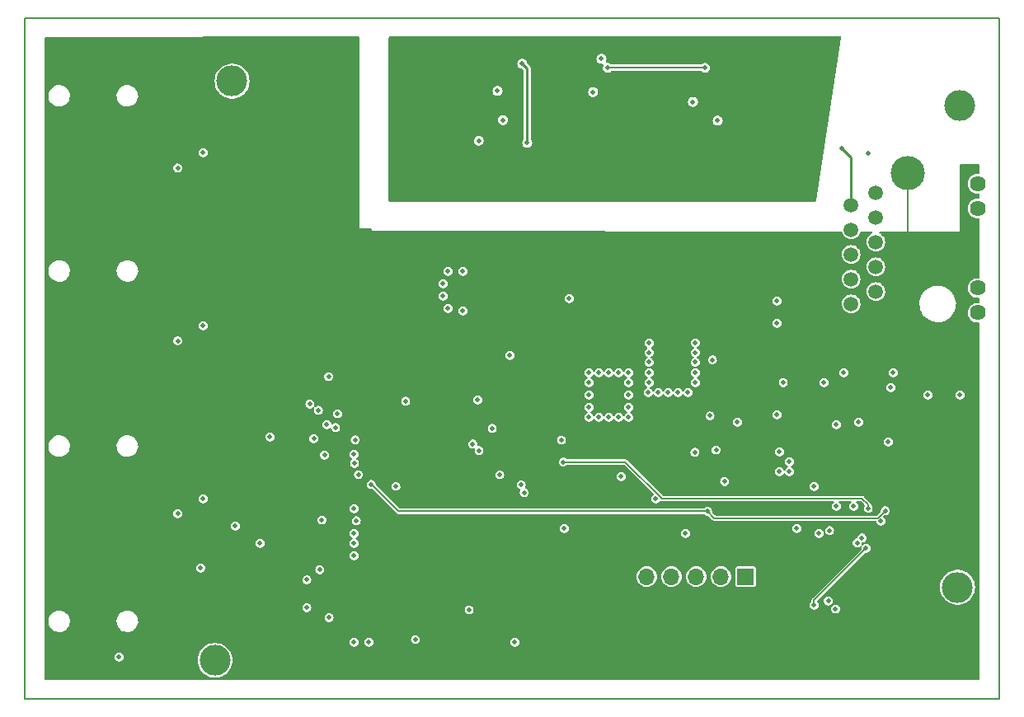
<source format=gbr>
%TF.GenerationSoftware,KiCad,Pcbnew,7.0.10*%
%TF.CreationDate,2025-02-13T15:15:04-06:00*%
%TF.ProjectId,IR2IP,49523249-502e-46b6-9963-61645f706362,rev?*%
%TF.SameCoordinates,PX55fe290PY8062360*%
%TF.FileFunction,Copper,L3,Inr*%
%TF.FilePolarity,Positive*%
%FSLAX46Y46*%
G04 Gerber Fmt 4.6, Leading zero omitted, Abs format (unit mm)*
G04 Created by KiCad (PCBNEW 7.0.10) date 2025-02-13 15:15:04*
%MOMM*%
%LPD*%
G01*
G04 APERTURE LIST*
%TA.AperFunction,ComponentPad*%
%ADD10C,1.500000*%
%TD*%
%TA.AperFunction,ComponentPad*%
%ADD11C,1.620000*%
%TD*%
%TA.AperFunction,ComponentPad*%
%ADD12C,3.500000*%
%TD*%
%TA.AperFunction,ComponentPad*%
%ADD13R,1.700000X1.700000*%
%TD*%
%TA.AperFunction,ComponentPad*%
%ADD14O,1.700000X1.700000*%
%TD*%
%TA.AperFunction,ComponentPad*%
%ADD15C,3.000000*%
%TD*%
%TA.AperFunction,WasherPad*%
%ADD16C,3.175000*%
%TD*%
%TA.AperFunction,ViaPad*%
%ADD17C,0.508000*%
%TD*%
%TA.AperFunction,Conductor*%
%ADD18C,0.254000*%
%TD*%
%TA.AperFunction,Conductor*%
%ADD19C,0.127000*%
%TD*%
%TA.AperFunction,Profile*%
%ADD20C,0.150000*%
%TD*%
G04 APERTURE END LIST*
D10*
%TO.N,/Ethernet/RDP*%
%TO.C,J1*%
X84830000Y40615000D03*
%TO.N,/Ethernet/RDN*%
X87370000Y41885000D03*
%TO.N,Net-(J1-RCT)*%
X84830000Y43155000D03*
%TO.N,Net-(J1-TCT)*%
X87370000Y44425000D03*
%TO.N,/Ethernet/TXP*%
X84830000Y45695000D03*
%TO.N,/Ethernet/TXN*%
X87370000Y46965000D03*
%TO.N,N/C*%
X84830000Y48235000D03*
X87370000Y49505000D03*
%TO.N,VPORTP*%
X84830000Y50775000D03*
%TO.N,VPORTN*%
X87370000Y52045000D03*
D11*
%TO.N,+3V3*%
X97800000Y39700000D03*
%TO.N,Net-(J1-YK)*%
X97800000Y42240000D03*
%TO.N,+3V3*%
X97800000Y50420000D03*
%TO.N,Net-(J1-GK)*%
X97800000Y52960000D03*
D12*
%TO.N,GND*%
X90670000Y54075000D03*
X90670000Y38585000D03*
%TD*%
D13*
%TO.N,Net-(J2-Pin_1)*%
%TO.C,J2*%
X74000000Y12600000D03*
D14*
%TO.N,TXOUT*%
X71460000Y12600000D03*
%TO.N,RXIN*%
X68920000Y12600000D03*
%TO.N,Net-(J2-Pin_4)*%
X66380000Y12600000D03*
%TO.N,/PROGRAMMING/~{ERASE_CMD}*%
X63840000Y12600000D03*
%TO.N,GND*%
X61300000Y12600000D03*
%TD*%
D15*
%TO.N,GND*%
%TO.C,TP1*%
X54080000Y34620000D03*
%TD*%
D16*
%TO.N,*%
%TO.C,REF\u002A\u002A*%
X95750000Y11500000D03*
%TD*%
%TO.N,*%
%TO.C,REF\u002A\u002A*%
X96000000Y61000000D03*
%TD*%
%TO.N,*%
%TO.C,REF\u002A\u002A*%
X21250000Y63500000D03*
%TD*%
%TO.N,*%
%TO.C,REF\u002A\u002A*%
X19500000Y4000000D03*
%TD*%
D17*
%TO.N,VPORTP*%
X71120000Y59436000D03*
X83830000Y56620000D03*
X59182000Y65786000D03*
%TO.N,VPORTN*%
X46580000Y57370000D03*
X51562000Y57150000D03*
X51054000Y65278000D03*
X86580000Y56120000D03*
%TO.N,GNDPWR*%
X72580000Y52120000D03*
X75330000Y66370000D03*
X77080000Y64370000D03*
X70830000Y64370000D03*
X72580000Y67620000D03*
X58080000Y67120000D03*
X55330000Y65620000D03*
X51330000Y52870000D03*
X41580000Y54620000D03*
X43830000Y60370000D03*
X46580000Y61120000D03*
X55580000Y58870000D03*
X38080000Y67370000D03*
X45080000Y67370000D03*
X40330000Y62620000D03*
X44830000Y52370000D03*
X81580000Y65370000D03*
X81580000Y67620000D03*
X46482000Y63754000D03*
X56642000Y53086000D03*
X73330000Y61870000D03*
X52324000Y54610000D03*
X67080000Y52620000D03*
X44330000Y55870000D03*
X50546000Y61214000D03*
X69088000Y52620000D03*
X46830000Y58620000D03*
X59830000Y58370000D03*
X68580000Y62870000D03*
X47830000Y54870000D03*
X49830000Y53120000D03*
X38580000Y58870000D03*
X48260000Y65278000D03*
X78830000Y52620000D03*
X42580000Y62370000D03*
X55880000Y63500000D03*
X65330000Y59870000D03*
X68330000Y67620000D03*
X58830000Y55120000D03*
X63754000Y53086000D03*
X42830000Y58120000D03*
X53086000Y57658000D03*
X79330000Y66620000D03*
X52832000Y64770000D03*
X60198000Y53086000D03*
X53594000Y61214000D03*
X38580000Y53620000D03*
X57580000Y57620000D03*
%TO.N,GND*%
X36830000Y33274000D03*
X28448000Y37592000D03*
X30734000Y35306000D03*
X32004000Y33020000D03*
X35052000Y33782000D03*
X40386000Y30988000D03*
X42672000Y30734000D03*
X44704000Y33274000D03*
X48514000Y34290000D03*
X44704000Y27432000D03*
X45466000Y24130000D03*
X36068000Y26416000D03*
X38100000Y27686000D03*
X35814000Y24130000D03*
X40132000Y24892000D03*
X49022000Y26162000D03*
X52070000Y25908000D03*
X39370000Y21844000D03*
X45974000Y21082000D03*
X36068000Y19558000D03*
X36068000Y17018000D03*
X43180000Y17780000D03*
X35306000Y12954000D03*
X39624000Y17272000D03*
X39624000Y13970000D03*
X45212000Y14224000D03*
X49022000Y16256000D03*
X42926000Y10922000D03*
X34798000Y9652000D03*
X48006000Y10160000D03*
X32004000Y6604000D03*
X53848000Y6604000D03*
X53086000Y29210000D03*
X4318000Y5588000D03*
X20574000Y29210000D03*
X59690000Y17526000D03*
X55626000Y11684000D03*
X78232000Y14224000D03*
X26924000Y27686000D03*
X78232000Y25400000D03*
X78232000Y28702000D03*
X73660000Y25400000D03*
X73660000Y22860000D03*
X70104000Y26924000D03*
X73660000Y21082000D03*
X73660000Y19304000D03*
X79756000Y19050000D03*
X78232000Y22606000D03*
X78232000Y20066000D03*
X82042000Y20066000D03*
X82330000Y22370000D03*
X86614000Y21082000D03*
X84836000Y23876000D03*
X86106000Y25400000D03*
X90170000Y26162000D03*
X90170000Y28956000D03*
X86614000Y9398000D03*
X80010000Y8382000D03*
X52578000Y2794000D03*
X49784000Y2794000D03*
X46990000Y2794000D03*
X37592000Y2794000D03*
X34798000Y2794000D03*
X31496000Y2794000D03*
X60580000Y39620000D03*
X59330000Y39620000D03*
X56896000Y40386000D03*
X58080000Y39116000D03*
X58080000Y37846000D03*
X58080000Y36576000D03*
X57404000Y35306000D03*
X58674000Y35306000D03*
X59944000Y35306000D03*
X61214000Y35306000D03*
X62080000Y39116000D03*
X62080000Y37870000D03*
X61976000Y36830000D03*
X46990000Y44196000D03*
X48260000Y44196000D03*
X49530000Y44196000D03*
X49530000Y41402000D03*
X48514000Y41402000D03*
X48260000Y42672000D03*
X48260000Y39878000D03*
X46990000Y39878000D03*
X54610000Y39116000D03*
X61330000Y43620000D03*
X61214000Y45212000D03*
X60198000Y45212000D03*
X59182000Y45212000D03*
X57830000Y45120000D03*
X58830000Y43620000D03*
X60080000Y41870000D03*
X62230000Y45212000D03*
X57330000Y41870000D03*
X81830000Y42870000D03*
X76708000Y43180000D03*
X80772000Y39878000D03*
X75946000Y36576000D03*
X84582000Y31496000D03*
X79502000Y29210000D03*
X83820000Y28956000D03*
X77470000Y21590000D03*
X96774000Y47244000D03*
X96774000Y44450000D03*
X93726000Y46990000D03*
X93680000Y43870000D03*
X94488000Y29210000D03*
X90678000Y20828000D03*
X95504000Y18796000D03*
X91440000Y15240000D03*
X89662000Y12446000D03*
X89662000Y7874000D03*
X86106000Y5080000D03*
X25908000Y50038000D03*
X29464000Y46736000D03*
X25908000Y46736000D03*
X30988000Y16510000D03*
X30280000Y22370000D03*
X30330000Y20070000D03*
X52130000Y18570000D03*
X78830000Y47120000D03*
X72830000Y47120000D03*
X32080000Y65620000D03*
X32080000Y57620000D03*
X32080000Y50120000D03*
X24830000Y65620000D03*
X17830000Y65620000D03*
X10830000Y65620000D03*
X6830000Y56620000D03*
X4830000Y50620000D03*
X4830000Y32620000D03*
X11830000Y52620000D03*
X11830000Y34620000D03*
X4830000Y14620000D03*
X11830000Y16620000D03*
X24830000Y12620000D03*
X24830000Y9620000D03*
X19830000Y15620000D03*
X24830000Y3620000D03*
X20830000Y8620000D03*
X22830000Y43620000D03*
X37830000Y44620000D03*
X24830000Y57620000D03*
X54580000Y31370000D03*
X73080000Y42870000D03*
X66830000Y46620000D03*
X94830000Y6620000D03*
X7250000Y8000000D03*
X7250000Y26000000D03*
X7250000Y44000000D03*
X7250000Y62000000D03*
X17780000Y53340000D03*
X83058000Y16319490D03*
X53340000Y43942000D03*
X17780000Y17780000D03*
X82804000Y25908000D03*
X17780000Y35560000D03*
X87884000Y32258000D03*
X87630000Y27432000D03*
%TO.N,+3V3*%
X67818000Y17018000D03*
X21590000Y17780000D03*
X30480000Y18415000D03*
X28930000Y12270000D03*
X28930000Y9420000D03*
X24130000Y16020000D03*
X68830000Y34620000D03*
X68830000Y36620000D03*
X70580000Y34870000D03*
X71830000Y22370000D03*
X57912000Y29972000D03*
X57912000Y32512000D03*
X67056000Y31496000D03*
X59944000Y33528000D03*
X18288000Y20574000D03*
X64080000Y36576000D03*
X61976000Y32512000D03*
X61976000Y31242000D03*
X46482000Y30734000D03*
X18288000Y56134000D03*
X9652000Y4318000D03*
X55880000Y41148000D03*
X43434000Y43942000D03*
X58928000Y28956000D03*
X64080000Y33528000D03*
X68830000Y35620000D03*
X18034000Y13462000D03*
X66040000Y31496000D03*
X33782000Y19558000D03*
X33782000Y17018000D03*
X55372000Y17526000D03*
X61214000Y22860000D03*
X64080000Y35620000D03*
X50292000Y5842000D03*
X44958000Y43942000D03*
X68830000Y32512000D03*
X57912000Y31242000D03*
X60960000Y33528000D03*
X60960000Y28956000D03*
X83312000Y19812000D03*
X33782000Y5842000D03*
X64770000Y20574000D03*
X59944000Y28956000D03*
X64080000Y34620000D03*
X68072000Y31496000D03*
X68830000Y33528000D03*
X33782000Y14732000D03*
X61976000Y33528000D03*
X61976000Y28956000D03*
X57912000Y33528000D03*
X58928000Y33528000D03*
X44958000Y39878000D03*
X64008000Y31496000D03*
X57912000Y28956000D03*
X42926000Y41402000D03*
X73152000Y28448000D03*
X61976000Y29972000D03*
X18288000Y38354000D03*
X64080000Y32512000D03*
X43434000Y40132000D03*
X42926000Y42672000D03*
X33782000Y25146000D03*
X35306000Y5842000D03*
X70330000Y29120000D03*
X79248000Y17526000D03*
X65024000Y31496000D03*
X30988000Y28194000D03*
%TO.N,Net-(Q3-S)*%
X69830000Y64870000D03*
X59830000Y64870000D03*
%TO.N,Net-(U1-SENSE)*%
X58330000Y62370000D03*
X48514000Y62484000D03*
%TO.N,+3.3VA*%
X78486000Y24384000D03*
X77470000Y25400000D03*
X77470000Y23368000D03*
X78486000Y23368000D03*
X85598000Y28448000D03*
X88646000Y26416000D03*
X88900000Y32004000D03*
X81026000Y21844000D03*
X77216000Y29210000D03*
X89154000Y33528000D03*
X84074000Y33528000D03*
X77216000Y40894000D03*
X77216000Y38608000D03*
X83312000Y28194000D03*
%TO.N,Net-(J1-RCT)*%
X77850000Y32512000D03*
X82042000Y32512000D03*
%TO.N,/Ethernet/LINKLED*%
X96012000Y31242000D03*
X81534000Y17018000D03*
%TO.N,/Ethernet/ACTLED*%
X92710000Y31242000D03*
X82610317Y17332317D03*
%TO.N,/SAM3X8E Power/VDDCORE*%
X34230000Y23073236D03*
X34004300Y18345400D03*
%TO.N,TXOUT*%
X70964600Y25595100D03*
%TO.N,RXIN*%
X47965700Y27820300D03*
X68787500Y25374400D03*
X45962000Y26225600D03*
%TO.N,IRREC*%
X39080000Y30620000D03*
X38080000Y21870000D03*
%TO.N,Net-(U5B-DFSDP)*%
X30750563Y25080646D03*
X30113300Y29682800D03*
%TO.N,Net-(U5B-DHSDP)*%
X29649500Y26775200D03*
X29246400Y30319900D03*
%TO.N,Net-(U5B-DFSDM)*%
X33830000Y24220000D03*
X25146000Y26924000D03*
%TO.N,Net-(U5B-DHSDM)*%
X32088700Y29319400D03*
X33900900Y26642200D03*
%TO.N,~{IRTXEN1}*%
X49784000Y35306000D03*
X51252500Y21211200D03*
%TO.N,~{IRTXEN2}*%
X31885300Y27902400D03*
X46606800Y25535300D03*
X31172500Y33147200D03*
X50936800Y22038600D03*
%TO.N,~{IRTXEN3}*%
X30251800Y13298200D03*
X31212500Y8379000D03*
X45595000Y9183700D03*
X48747500Y23053100D03*
%TO.N,IRTX*%
X15680000Y36820000D03*
X15680000Y54570000D03*
X15680000Y19050000D03*
X33782000Y16002000D03*
%TO.N,ECSn*%
X83223800Y9267600D03*
X85447400Y16065479D03*
%TO.N,SCLK*%
X82474718Y10096510D03*
X85937046Y16573490D03*
%TO.N,MISO*%
X85090000Y19812000D03*
X87884000Y18288000D03*
%TO.N,MOSI*%
X86360000Y15494000D03*
X81026000Y9652000D03*
%TO.N,TIMER_PULSE*%
X40080000Y6120000D03*
X55080000Y26620000D03*
%TO.N,~{MASTER_RESET}*%
X35530000Y22070000D03*
X88330000Y19370000D03*
X70080000Y19304000D03*
%TO.N,Net-(Q3-G)*%
X68580000Y61370000D03*
X49080000Y59499500D03*
%TO.N,~{EINT}*%
X55270501Y24370000D03*
X86580000Y19620000D03*
%TD*%
D18*
%TO.N,VPORTP*%
X84830000Y55620000D02*
X83830000Y56620000D01*
X84830000Y50775000D02*
X84830000Y55620000D01*
%TO.N,VPORTN*%
X51562000Y57150000D02*
X51562000Y64770000D01*
X51562000Y64770000D02*
X51054000Y65278000D01*
D19*
%TO.N,GND*%
X90670000Y54075000D02*
X90670000Y38585000D01*
%TO.N,Net-(Q3-S)*%
X59830000Y64870000D02*
X69830000Y64870000D01*
%TO.N,MOSI*%
X81026000Y9652000D02*
X81026000Y10160000D01*
X81026000Y10160000D02*
X86360000Y15494000D01*
%TO.N,~{MASTER_RESET}*%
X87565499Y18605499D02*
X88330000Y19370000D01*
X70778501Y18605499D02*
X87565499Y18605499D01*
X70080000Y19304000D02*
X70778501Y18605499D01*
X35530000Y22070000D02*
X35560000Y22098000D01*
X35560000Y22098000D02*
X38354000Y19304000D01*
X55626000Y19304000D02*
X70080000Y19304000D01*
X38354000Y19304000D02*
X55626000Y19304000D01*
%TO.N,~{EINT}*%
X85939210Y20620000D02*
X65381862Y20620000D01*
X65381862Y20620000D02*
X61631862Y24370000D01*
X86580000Y19620000D02*
X86580000Y19979210D01*
X86580000Y19979210D02*
X85939210Y20620000D01*
X61631862Y24370000D02*
X55270501Y24370000D01*
%TD*%
%TA.AperFunction,Conductor*%
%TO.N,GNDPWR*%
G36*
X83751161Y68099963D02*
G01*
X83797678Y68046328D01*
X83807814Y67976059D01*
X83807619Y67974747D01*
X81227169Y51226813D01*
X81197026Y51162532D01*
X81136917Y51124752D01*
X81102638Y51120000D01*
X37456000Y51120000D01*
X37387879Y51140002D01*
X37341386Y51193658D01*
X37330000Y51246000D01*
X37330000Y57369997D01*
X46066271Y57369997D01*
X46087079Y57225273D01*
X46087081Y57225266D01*
X46147824Y57092257D01*
X46243579Y56981750D01*
X46366589Y56902696D01*
X46486039Y56867622D01*
X46506885Y56861501D01*
X46506886Y56861501D01*
X46506889Y56861500D01*
X46506892Y56861500D01*
X46653108Y56861500D01*
X46653111Y56861500D01*
X46793411Y56902696D01*
X46916421Y56981750D01*
X47012176Y57092257D01*
X47072919Y57225266D01*
X47073227Y57227411D01*
X47093729Y57369997D01*
X47093729Y57370004D01*
X47072920Y57514728D01*
X47072919Y57514729D01*
X47072919Y57514734D01*
X47012176Y57647743D01*
X46916421Y57758250D01*
X46916420Y57758251D01*
X46854916Y57797777D01*
X46793411Y57837304D01*
X46758336Y57847603D01*
X46653114Y57878500D01*
X46653111Y57878500D01*
X46506889Y57878500D01*
X46506885Y57878500D01*
X46366589Y57837304D01*
X46366587Y57837303D01*
X46243579Y57758251D01*
X46147824Y57647744D01*
X46087081Y57514735D01*
X46087079Y57514728D01*
X46066271Y57370004D01*
X46066271Y57369997D01*
X37330000Y57369997D01*
X37330000Y59499497D01*
X48566271Y59499497D01*
X48587079Y59354773D01*
X48587081Y59354766D01*
X48647824Y59221757D01*
X48743579Y59111250D01*
X48866589Y59032196D01*
X48986039Y58997122D01*
X49006885Y58991001D01*
X49006886Y58991001D01*
X49006889Y58991000D01*
X49006892Y58991000D01*
X49153108Y58991000D01*
X49153111Y58991000D01*
X49293411Y59032196D01*
X49416421Y59111250D01*
X49512176Y59221757D01*
X49572919Y59354766D01*
X49573227Y59356911D01*
X49593729Y59499497D01*
X49593729Y59499504D01*
X49572920Y59644228D01*
X49572919Y59644229D01*
X49572919Y59644234D01*
X49512176Y59777243D01*
X49416421Y59887750D01*
X49416420Y59887751D01*
X49354916Y59927277D01*
X49293411Y59966804D01*
X49258336Y59977103D01*
X49153114Y60008000D01*
X49153111Y60008000D01*
X49006889Y60008000D01*
X49006885Y60008000D01*
X48866589Y59966804D01*
X48866587Y59966803D01*
X48743579Y59887751D01*
X48647824Y59777244D01*
X48587081Y59644235D01*
X48587079Y59644228D01*
X48566271Y59499504D01*
X48566271Y59499497D01*
X37330000Y59499497D01*
X37330000Y62483997D01*
X48000271Y62483997D01*
X48021079Y62339273D01*
X48021081Y62339266D01*
X48081824Y62206257D01*
X48177579Y62095750D01*
X48300589Y62016696D01*
X48419604Y61981750D01*
X48440885Y61975501D01*
X48440886Y61975501D01*
X48440889Y61975500D01*
X48440892Y61975500D01*
X48587108Y61975500D01*
X48587111Y61975500D01*
X48727411Y62016696D01*
X48850421Y62095750D01*
X48946176Y62206257D01*
X49006919Y62339266D01*
X49018874Y62422415D01*
X49027729Y62483997D01*
X49027729Y62484004D01*
X49006920Y62628728D01*
X49006919Y62628729D01*
X49006919Y62628734D01*
X48946176Y62761743D01*
X48850421Y62872250D01*
X48850420Y62872251D01*
X48788916Y62911777D01*
X48727411Y62951304D01*
X48692336Y62961603D01*
X48587114Y62992500D01*
X48587111Y62992500D01*
X48440889Y62992500D01*
X48440885Y62992500D01*
X48300589Y62951304D01*
X48300587Y62951303D01*
X48177579Y62872251D01*
X48081824Y62761744D01*
X48021081Y62628735D01*
X48021079Y62628728D01*
X48000271Y62484004D01*
X48000271Y62483997D01*
X37330000Y62483997D01*
X37330000Y65277997D01*
X50540271Y65277997D01*
X50561079Y65133273D01*
X50561081Y65133266D01*
X50621824Y65000257D01*
X50717579Y64889750D01*
X50840589Y64810696D01*
X50980889Y64769500D01*
X50980893Y64769500D01*
X50988536Y64768401D01*
X51053117Y64738908D01*
X51059700Y64732778D01*
X51143595Y64648883D01*
X51177621Y64586571D01*
X51180500Y64559788D01*
X51180500Y57533222D01*
X51160498Y57465101D01*
X51149726Y57450711D01*
X51129824Y57427743D01*
X51069081Y57294734D01*
X51069079Y57294728D01*
X51048271Y57150004D01*
X51048271Y57149997D01*
X51069079Y57005273D01*
X51069081Y57005266D01*
X51129824Y56872257D01*
X51225579Y56761750D01*
X51348589Y56682696D01*
X51459512Y56650126D01*
X51488885Y56641501D01*
X51488886Y56641501D01*
X51488889Y56641500D01*
X51488892Y56641500D01*
X51635108Y56641500D01*
X51635111Y56641500D01*
X51775411Y56682696D01*
X51898421Y56761750D01*
X51994176Y56872257D01*
X52054919Y57005266D01*
X52075729Y57150000D01*
X52075729Y57150004D01*
X52054920Y57294728D01*
X52054919Y57294729D01*
X52054919Y57294734D01*
X51994176Y57427743D01*
X51974273Y57450712D01*
X51944782Y57515292D01*
X51943500Y57533222D01*
X51943500Y59435997D01*
X70606271Y59435997D01*
X70627079Y59291273D01*
X70627081Y59291266D01*
X70687824Y59158257D01*
X70783579Y59047750D01*
X70906589Y58968696D01*
X71026039Y58933622D01*
X71046885Y58927501D01*
X71046886Y58927501D01*
X71046889Y58927500D01*
X71046892Y58927500D01*
X71193108Y58927500D01*
X71193111Y58927500D01*
X71333411Y58968696D01*
X71456421Y59047750D01*
X71552176Y59158257D01*
X71612919Y59291266D01*
X71633729Y59436000D01*
X71633729Y59436004D01*
X71612920Y59580728D01*
X71612919Y59580729D01*
X71612919Y59580734D01*
X71552176Y59713743D01*
X71456421Y59824250D01*
X71456420Y59824251D01*
X71357612Y59887751D01*
X71333411Y59903304D01*
X71298336Y59913603D01*
X71193114Y59944500D01*
X71193111Y59944500D01*
X71046889Y59944500D01*
X71046885Y59944500D01*
X70906589Y59903304D01*
X70906587Y59903303D01*
X70783579Y59824251D01*
X70687824Y59713744D01*
X70627081Y59580735D01*
X70627079Y59580728D01*
X70606271Y59436004D01*
X70606271Y59435997D01*
X51943500Y59435997D01*
X51943500Y61369997D01*
X68066271Y61369997D01*
X68087079Y61225273D01*
X68087081Y61225266D01*
X68147824Y61092257D01*
X68243579Y60981750D01*
X68366589Y60902696D01*
X68486039Y60867622D01*
X68506885Y60861501D01*
X68506886Y60861501D01*
X68506889Y60861500D01*
X68506892Y60861500D01*
X68653108Y60861500D01*
X68653111Y60861500D01*
X68793411Y60902696D01*
X68916421Y60981750D01*
X69012176Y61092257D01*
X69072919Y61225266D01*
X69073227Y61227411D01*
X69093729Y61369997D01*
X69093729Y61370004D01*
X69072920Y61514728D01*
X69072919Y61514729D01*
X69072919Y61514734D01*
X69012176Y61647743D01*
X68916421Y61758250D01*
X68916420Y61758251D01*
X68850173Y61800825D01*
X68793411Y61837304D01*
X68758336Y61847603D01*
X68653114Y61878500D01*
X68653111Y61878500D01*
X68506889Y61878500D01*
X68506885Y61878500D01*
X68366589Y61837304D01*
X68366587Y61837303D01*
X68243579Y61758251D01*
X68147824Y61647744D01*
X68087081Y61514735D01*
X68087079Y61514728D01*
X68066271Y61370004D01*
X68066271Y61369997D01*
X51943500Y61369997D01*
X51943500Y62369997D01*
X57816271Y62369997D01*
X57837079Y62225273D01*
X57837081Y62225266D01*
X57897824Y62092257D01*
X57993579Y61981750D01*
X58116589Y61902696D01*
X58236039Y61867622D01*
X58256885Y61861501D01*
X58256886Y61861501D01*
X58256889Y61861500D01*
X58256892Y61861500D01*
X58403108Y61861500D01*
X58403111Y61861500D01*
X58543411Y61902696D01*
X58666421Y61981750D01*
X58762176Y62092257D01*
X58822919Y62225266D01*
X58839311Y62339273D01*
X58843729Y62369997D01*
X58843729Y62370004D01*
X58822920Y62514728D01*
X58822919Y62514729D01*
X58822919Y62514734D01*
X58762176Y62647743D01*
X58666421Y62758250D01*
X58666420Y62758251D01*
X58547100Y62834933D01*
X58543411Y62837304D01*
X58508336Y62847603D01*
X58403114Y62878500D01*
X58403111Y62878500D01*
X58256889Y62878500D01*
X58256885Y62878500D01*
X58116589Y62837304D01*
X58116587Y62837303D01*
X57993579Y62758251D01*
X57897824Y62647744D01*
X57837081Y62514735D01*
X57837079Y62514728D01*
X57816271Y62370004D01*
X57816271Y62369997D01*
X51943500Y62369997D01*
X51943500Y64717367D01*
X51946182Y64743227D01*
X51948445Y64754019D01*
X51944468Y64785921D01*
X51943500Y64801508D01*
X51943500Y64801607D01*
X51943500Y64801611D01*
X51940012Y64822509D01*
X51939275Y64827573D01*
X51932695Y64880361D01*
X51932693Y64880364D01*
X51930408Y64888041D01*
X51927819Y64895586D01*
X51902505Y64942361D01*
X51900141Y64946951D01*
X51876776Y64994746D01*
X51876774Y64994748D01*
X51872129Y65001254D01*
X51867222Y65007557D01*
X51867220Y65007562D01*
X51828069Y65043603D01*
X51824336Y65047186D01*
X51593051Y65278471D01*
X51559025Y65340783D01*
X51557432Y65349612D01*
X51546919Y65422734D01*
X51486176Y65555743D01*
X51390421Y65666250D01*
X51390420Y65666251D01*
X51328916Y65705777D01*
X51267411Y65745304D01*
X51232336Y65755603D01*
X51128827Y65785997D01*
X58668271Y65785997D01*
X58689079Y65641273D01*
X58689081Y65641266D01*
X58749824Y65508257D01*
X58845579Y65397750D01*
X58968589Y65318696D01*
X59088039Y65283622D01*
X59108885Y65277501D01*
X59108886Y65277501D01*
X59108889Y65277500D01*
X59108892Y65277500D01*
X59261022Y65277500D01*
X59329143Y65257498D01*
X59375636Y65203842D01*
X59385740Y65133568D01*
X59375636Y65099158D01*
X59337081Y65014735D01*
X59337079Y65014728D01*
X59316271Y64870004D01*
X59316271Y64869997D01*
X59337079Y64725273D01*
X59337081Y64725266D01*
X59397824Y64592257D01*
X59493579Y64481750D01*
X59616589Y64402696D01*
X59736039Y64367622D01*
X59756885Y64361501D01*
X59756886Y64361501D01*
X59756889Y64361500D01*
X59756892Y64361500D01*
X59903108Y64361500D01*
X59903111Y64361500D01*
X60043411Y64402696D01*
X60166421Y64481750D01*
X60189610Y64508513D01*
X60249336Y64546896D01*
X60284835Y64552000D01*
X69375165Y64552000D01*
X69443286Y64531998D01*
X69470388Y64508514D01*
X69493579Y64481750D01*
X69616589Y64402696D01*
X69736039Y64367622D01*
X69756885Y64361501D01*
X69756886Y64361501D01*
X69756889Y64361500D01*
X69756892Y64361500D01*
X69903108Y64361500D01*
X69903111Y64361500D01*
X70043411Y64402696D01*
X70166421Y64481750D01*
X70262176Y64592257D01*
X70322919Y64725266D01*
X70331640Y64785921D01*
X70343729Y64869997D01*
X70343729Y64870004D01*
X70322920Y65014728D01*
X70322919Y65014729D01*
X70322919Y65014734D01*
X70262176Y65147743D01*
X70166421Y65258250D01*
X70166420Y65258251D01*
X70088814Y65308125D01*
X70043411Y65337304D01*
X70001416Y65349635D01*
X69903114Y65378500D01*
X69903111Y65378500D01*
X69756889Y65378500D01*
X69756885Y65378500D01*
X69616589Y65337304D01*
X69616587Y65337303D01*
X69493579Y65258251D01*
X69470390Y65231488D01*
X69410664Y65193104D01*
X69375165Y65188000D01*
X60284835Y65188000D01*
X60216714Y65208002D01*
X60189610Y65231488D01*
X60167072Y65257498D01*
X60166421Y65258250D01*
X60166420Y65258251D01*
X60088814Y65308125D01*
X60043411Y65337304D01*
X60001416Y65349635D01*
X59903114Y65378500D01*
X59903111Y65378500D01*
X59756889Y65378500D01*
X59750978Y65378500D01*
X59682857Y65398502D01*
X59636364Y65452158D01*
X59626260Y65522432D01*
X59636364Y65556842D01*
X59637770Y65559923D01*
X59674919Y65641266D01*
X59695729Y65786000D01*
X59695729Y65786004D01*
X59674920Y65930728D01*
X59674919Y65930729D01*
X59674919Y65930734D01*
X59614176Y66063743D01*
X59518421Y66174250D01*
X59518420Y66174251D01*
X59456916Y66213777D01*
X59395411Y66253304D01*
X59360336Y66263603D01*
X59255114Y66294500D01*
X59255111Y66294500D01*
X59108889Y66294500D01*
X59108885Y66294500D01*
X58968589Y66253304D01*
X58968587Y66253303D01*
X58845579Y66174251D01*
X58749824Y66063744D01*
X58689081Y65930735D01*
X58689079Y65930728D01*
X58668271Y65786004D01*
X58668271Y65785997D01*
X51128827Y65785997D01*
X51127114Y65786500D01*
X51127111Y65786500D01*
X50980889Y65786500D01*
X50980885Y65786500D01*
X50840589Y65745304D01*
X50840587Y65745303D01*
X50717579Y65666251D01*
X50621824Y65555744D01*
X50561081Y65422735D01*
X50561079Y65422728D01*
X50540271Y65278004D01*
X50540271Y65277997D01*
X37330000Y65277997D01*
X37330000Y67972922D01*
X37350002Y68041043D01*
X37403658Y68087536D01*
X37455939Y68098922D01*
X83683033Y68119934D01*
X83751161Y68099963D01*
G37*
%TD.AperFunction*%
%TD*%
%TA.AperFunction,Conductor*%
%TO.N,GND*%
G36*
X34288904Y68096480D02*
G01*
X34325045Y68047109D01*
X34330000Y68016180D01*
X34330000Y48370000D01*
X35481000Y48370000D01*
X35539191Y48351093D01*
X35575155Y48301593D01*
X35580000Y48271000D01*
X35580000Y48120000D01*
X83827459Y48024176D01*
X83885609Y48005154D01*
X83921474Y47955583D01*
X83921996Y47953916D01*
X83947605Y47869496D01*
X83947606Y47869494D01*
X84035859Y47704383D01*
X84035862Y47704378D01*
X84035864Y47704375D01*
X84085395Y47644022D01*
X84154638Y47559648D01*
X84154647Y47559639D01*
X84222145Y47504245D01*
X84299375Y47440864D01*
X84464499Y47352604D01*
X84643669Y47298253D01*
X84643671Y47298253D01*
X84643674Y47298252D01*
X84829996Y47279901D01*
X84830000Y47279901D01*
X84830004Y47279901D01*
X85016325Y47298252D01*
X85016326Y47298253D01*
X85016331Y47298253D01*
X85195501Y47352604D01*
X85360625Y47440864D01*
X85505357Y47559643D01*
X85624136Y47704375D01*
X85712396Y47869499D01*
X85736796Y47949937D01*
X85771780Y48000130D01*
X85829588Y48020177D01*
X85831653Y48020196D01*
X86928679Y48018017D01*
X86986828Y47998995D01*
X87022693Y47949424D01*
X87022572Y47888238D01*
X86986510Y47838810D01*
X86975146Y47831708D01*
X86839382Y47759141D01*
X86839376Y47759137D01*
X86694647Y47640362D01*
X86694638Y47640353D01*
X86575863Y47495624D01*
X86575859Y47495618D01*
X86487606Y47330507D01*
X86487605Y47330505D01*
X86433252Y47151329D01*
X86433251Y47151326D01*
X86414901Y46965005D01*
X86414901Y46964996D01*
X86433251Y46778675D01*
X86433252Y46778672D01*
X86487605Y46599496D01*
X86487606Y46599494D01*
X86575859Y46434383D01*
X86575862Y46434378D01*
X86575864Y46434375D01*
X86625395Y46374022D01*
X86694638Y46289648D01*
X86694647Y46289639D01*
X86762145Y46234245D01*
X86839375Y46170864D01*
X87004499Y46082604D01*
X87183669Y46028253D01*
X87183671Y46028253D01*
X87183674Y46028252D01*
X87369996Y46009901D01*
X87370000Y46009901D01*
X87370004Y46009901D01*
X87556325Y46028252D01*
X87556326Y46028253D01*
X87556331Y46028253D01*
X87735501Y46082604D01*
X87900625Y46170864D01*
X88045357Y46289643D01*
X88164136Y46434375D01*
X88252396Y46599499D01*
X88306747Y46778669D01*
X88325099Y46965000D01*
X88325099Y46965005D01*
X88306748Y47151326D01*
X88306747Y47151329D01*
X88306747Y47151331D01*
X88252396Y47330501D01*
X88240580Y47352607D01*
X88164140Y47495618D01*
X88164138Y47495620D01*
X88164136Y47495625D01*
X88100755Y47572855D01*
X88045361Y47640353D01*
X88045352Y47640362D01*
X87960978Y47709605D01*
X87900625Y47759136D01*
X87900622Y47759138D01*
X87900617Y47759141D01*
X87768147Y47829947D01*
X87725740Y47874052D01*
X87717357Y47934661D01*
X87746199Y47988621D01*
X87801251Y48015323D01*
X87815000Y48016257D01*
X96000000Y48000000D01*
X96000000Y48000001D01*
X96000000Y54901000D01*
X96018907Y54959191D01*
X96068407Y54995155D01*
X96099000Y55000000D01*
X97901000Y55000000D01*
X97959191Y54981093D01*
X97995155Y54931593D01*
X98000000Y54901000D01*
X98000000Y54064921D01*
X97981093Y54006730D01*
X97931593Y53970766D01*
X97891297Y53966398D01*
X97800003Y53975389D01*
X97799997Y53975389D01*
X97601912Y53955881D01*
X97601906Y53955880D01*
X97411433Y53898099D01*
X97411431Y53898099D01*
X97411427Y53898097D01*
X97411424Y53898096D01*
X97411418Y53898093D01*
X97235885Y53804268D01*
X97235875Y53804262D01*
X97082016Y53677993D01*
X97082007Y53677984D01*
X96955738Y53524125D01*
X96955732Y53524115D01*
X96861907Y53348582D01*
X96861901Y53348567D01*
X96804120Y53158094D01*
X96804119Y53158088D01*
X96784611Y52960004D01*
X96784611Y52959997D01*
X96804119Y52761913D01*
X96804120Y52761907D01*
X96822196Y52702321D01*
X96861903Y52571427D01*
X96861906Y52571422D01*
X96861907Y52571419D01*
X96905087Y52490636D01*
X96955735Y52395880D01*
X96955737Y52395878D01*
X96955738Y52395876D01*
X97082007Y52242017D01*
X97082016Y52242008D01*
X97228548Y52121752D01*
X97235880Y52115735D01*
X97411427Y52021903D01*
X97514500Y51990636D01*
X97601906Y51964121D01*
X97601912Y51964120D01*
X97799997Y51944611D01*
X97800000Y51944611D01*
X97800002Y51944611D01*
X97833508Y51947912D01*
X97891297Y51953603D01*
X97951060Y51940491D01*
X97991702Y51894754D01*
X98000000Y51855080D01*
X98000000Y51524921D01*
X97981093Y51466730D01*
X97931593Y51430766D01*
X97891297Y51426398D01*
X97800003Y51435389D01*
X97799997Y51435389D01*
X97601912Y51415881D01*
X97601906Y51415880D01*
X97411433Y51358099D01*
X97411431Y51358099D01*
X97411427Y51358097D01*
X97411424Y51358096D01*
X97411418Y51358093D01*
X97235885Y51264268D01*
X97235875Y51264262D01*
X97082016Y51137993D01*
X97082007Y51137984D01*
X96955738Y50984125D01*
X96955732Y50984115D01*
X96861907Y50808582D01*
X96861901Y50808567D01*
X96804120Y50618094D01*
X96804119Y50618088D01*
X96784611Y50420004D01*
X96784611Y50419997D01*
X96804119Y50221913D01*
X96804120Y50221907D01*
X96855551Y50052364D01*
X96861903Y50031427D01*
X96861906Y50031422D01*
X96861907Y50031419D01*
X96897679Y49964495D01*
X96955735Y49855880D01*
X96955737Y49855878D01*
X96955738Y49855876D01*
X97082007Y49702017D01*
X97082016Y49702008D01*
X97235875Y49575739D01*
X97235880Y49575735D01*
X97411427Y49481903D01*
X97550475Y49439723D01*
X97601906Y49424121D01*
X97601912Y49424120D01*
X97799997Y49404611D01*
X97800000Y49404611D01*
X97800002Y49404611D01*
X97833508Y49407912D01*
X97891297Y49413603D01*
X97951060Y49400491D01*
X97991702Y49354754D01*
X98000000Y49315080D01*
X98000000Y43344921D01*
X97981093Y43286730D01*
X97931593Y43250766D01*
X97891297Y43246398D01*
X97800003Y43255389D01*
X97799997Y43255389D01*
X97601912Y43235881D01*
X97601906Y43235880D01*
X97411433Y43178099D01*
X97411431Y43178099D01*
X97411427Y43178097D01*
X97411424Y43178096D01*
X97411418Y43178093D01*
X97235885Y43084268D01*
X97235875Y43084262D01*
X97082016Y42957993D01*
X97082007Y42957984D01*
X96955738Y42804125D01*
X96955732Y42804115D01*
X96861907Y42628582D01*
X96861901Y42628567D01*
X96804120Y42438094D01*
X96804119Y42438088D01*
X96784611Y42240004D01*
X96784611Y42239997D01*
X96804119Y42041913D01*
X96804120Y42041907D01*
X96851717Y41885005D01*
X96861903Y41851427D01*
X96955735Y41675880D01*
X96955737Y41675878D01*
X96955738Y41675876D01*
X97082007Y41522017D01*
X97082016Y41522008D01*
X97235251Y41396251D01*
X97235880Y41395735D01*
X97411427Y41301903D01*
X97550475Y41259723D01*
X97601906Y41244121D01*
X97601912Y41244120D01*
X97799997Y41224611D01*
X97800000Y41224611D01*
X97800002Y41224611D01*
X97833508Y41227912D01*
X97891297Y41233603D01*
X97951060Y41220491D01*
X97991702Y41174754D01*
X98000000Y41135080D01*
X98000000Y40804921D01*
X97981093Y40746730D01*
X97931593Y40710766D01*
X97891297Y40706398D01*
X97800003Y40715389D01*
X97799997Y40715389D01*
X97601912Y40695881D01*
X97601906Y40695880D01*
X97411433Y40638099D01*
X97411431Y40638099D01*
X97411427Y40638097D01*
X97411424Y40638096D01*
X97411418Y40638093D01*
X97235885Y40544268D01*
X97235875Y40544262D01*
X97082016Y40417993D01*
X97082007Y40417984D01*
X96955738Y40264125D01*
X96955732Y40264115D01*
X96861907Y40088582D01*
X96861901Y40088567D01*
X96804120Y39898094D01*
X96804119Y39898088D01*
X96784611Y39700004D01*
X96784611Y39699997D01*
X96804119Y39501913D01*
X96804120Y39501907D01*
X96855551Y39332364D01*
X96861903Y39311427D01*
X96955735Y39135880D01*
X96955737Y39135878D01*
X96955738Y39135876D01*
X97082007Y38982017D01*
X97082016Y38982008D01*
X97166969Y38912289D01*
X97235880Y38855735D01*
X97411427Y38761903D01*
X97550475Y38719723D01*
X97601906Y38704121D01*
X97601912Y38704120D01*
X97799997Y38684611D01*
X97800000Y38684611D01*
X97800002Y38684611D01*
X97833508Y38687912D01*
X97891297Y38693603D01*
X97951060Y38680491D01*
X97991702Y38634754D01*
X98000000Y38595080D01*
X98000000Y2099000D01*
X97981093Y2040809D01*
X97931593Y2004845D01*
X97901000Y2000000D01*
X2099000Y2000000D01*
X2040809Y2018907D01*
X2004845Y2068407D01*
X2000000Y2099000D01*
X2000000Y4317998D01*
X9192826Y4317998D01*
X9211424Y4188642D01*
X9211425Y4188639D01*
X9265719Y4069750D01*
X9308511Y4020366D01*
X9351305Y3970979D01*
X9461252Y3900321D01*
X9586653Y3863500D01*
X9586654Y3863500D01*
X9717346Y3863500D01*
X9717347Y3863500D01*
X9842748Y3900321D01*
X9952695Y3970979D01*
X9977840Y3999998D01*
X17706986Y3999998D01*
X17727011Y3732770D01*
X17727012Y3732764D01*
X17786643Y3471505D01*
X17884552Y3222036D01*
X17884556Y3222028D01*
X18018542Y2989958D01*
X18185626Y2780443D01*
X18382067Y2598171D01*
X18382069Y2598170D01*
X18382074Y2598165D01*
X18603493Y2447204D01*
X18844938Y2330930D01*
X19101017Y2251941D01*
X19366008Y2212000D01*
X19366013Y2212000D01*
X19633987Y2212000D01*
X19633992Y2212000D01*
X19898983Y2251941D01*
X20155062Y2330930D01*
X20396507Y2447204D01*
X20617926Y2598165D01*
X20814372Y2780441D01*
X20981458Y2989959D01*
X21115450Y3222040D01*
X21213355Y3471500D01*
X21272988Y3732765D01*
X21293014Y4000000D01*
X21272988Y4267235D01*
X21213355Y4528500D01*
X21115450Y4777960D01*
X21115446Y4777967D01*
X21115443Y4777973D01*
X20981457Y5010043D01*
X20814373Y5219558D01*
X20617932Y5401830D01*
X20617929Y5401832D01*
X20617926Y5401835D01*
X20396507Y5552796D01*
X20155062Y5669070D01*
X19996045Y5718120D01*
X19898987Y5748058D01*
X19898984Y5748059D01*
X19898983Y5748059D01*
X19898978Y5748060D01*
X19898977Y5748060D01*
X19633995Y5788000D01*
X19633992Y5788000D01*
X19366008Y5788000D01*
X19366004Y5788000D01*
X19101022Y5748060D01*
X19101012Y5748058D01*
X18844935Y5669069D01*
X18603500Y5552800D01*
X18603496Y5552798D01*
X18603493Y5552796D01*
X18415055Y5424321D01*
X18382067Y5401830D01*
X18185626Y5219558D01*
X18018542Y5010043D01*
X17884556Y4777973D01*
X17884552Y4777965D01*
X17786643Y4528496D01*
X17727012Y4267237D01*
X17727011Y4267231D01*
X17706986Y4000003D01*
X17706986Y3999998D01*
X9977840Y3999998D01*
X10038282Y4069752D01*
X10092574Y4188636D01*
X10092575Y4188642D01*
X10111174Y4317998D01*
X10111174Y4318003D01*
X10092575Y4447359D01*
X10092574Y4447362D01*
X10092574Y4447364D01*
X10038282Y4566248D01*
X10038280Y4566250D01*
X10038280Y4566251D01*
X10003281Y4606642D01*
X9952695Y4665021D01*
X9922779Y4684247D01*
X9842752Y4735677D01*
X9842749Y4735678D01*
X9842748Y4735679D01*
X9780047Y4754090D01*
X9717348Y4772500D01*
X9717347Y4772500D01*
X9586653Y4772500D01*
X9586651Y4772500D01*
X9461252Y4735679D01*
X9461247Y4735677D01*
X9351309Y4665024D01*
X9351304Y4665020D01*
X9265719Y4566251D01*
X9211425Y4447362D01*
X9211424Y4447359D01*
X9192826Y4318003D01*
X9192826Y4317998D01*
X2000000Y4317998D01*
X2000000Y5841998D01*
X33322826Y5841998D01*
X33341424Y5712642D01*
X33341425Y5712639D01*
X33341425Y5712638D01*
X33341426Y5712636D01*
X33346137Y5702321D01*
X33395719Y5593750D01*
X33431203Y5552800D01*
X33481305Y5494979D01*
X33591252Y5424321D01*
X33716653Y5387500D01*
X33716654Y5387500D01*
X33847346Y5387500D01*
X33847347Y5387500D01*
X33972748Y5424321D01*
X34082695Y5494979D01*
X34168282Y5593752D01*
X34222574Y5712636D01*
X34231250Y5772979D01*
X34241174Y5841998D01*
X34846826Y5841998D01*
X34865424Y5712642D01*
X34865425Y5712639D01*
X34865425Y5712638D01*
X34865426Y5712636D01*
X34870137Y5702321D01*
X34919719Y5593750D01*
X34955203Y5552800D01*
X35005305Y5494979D01*
X35115252Y5424321D01*
X35240653Y5387500D01*
X35240654Y5387500D01*
X35371346Y5387500D01*
X35371347Y5387500D01*
X35496748Y5424321D01*
X35606695Y5494979D01*
X35692282Y5593752D01*
X35746574Y5712636D01*
X35755250Y5772979D01*
X35765174Y5841998D01*
X35765174Y5842003D01*
X35746575Y5971359D01*
X35746574Y5971362D01*
X35746574Y5971364D01*
X35692282Y6090248D01*
X35692280Y6090250D01*
X35692280Y6090251D01*
X35666504Y6119998D01*
X39620826Y6119998D01*
X39639424Y5990642D01*
X39639425Y5990639D01*
X39639425Y5990638D01*
X39639426Y5990636D01*
X39693718Y5871752D01*
X39693719Y5871750D01*
X39719498Y5842000D01*
X39779305Y5772979D01*
X39889252Y5702321D01*
X40014653Y5665500D01*
X40014654Y5665500D01*
X40145346Y5665500D01*
X40145347Y5665500D01*
X40270748Y5702321D01*
X40380695Y5772979D01*
X40440500Y5841998D01*
X49832826Y5841998D01*
X49851424Y5712642D01*
X49851425Y5712639D01*
X49851425Y5712638D01*
X49851426Y5712636D01*
X49856137Y5702321D01*
X49905719Y5593750D01*
X49941203Y5552800D01*
X49991305Y5494979D01*
X50101252Y5424321D01*
X50226653Y5387500D01*
X50226654Y5387500D01*
X50357346Y5387500D01*
X50357347Y5387500D01*
X50482748Y5424321D01*
X50592695Y5494979D01*
X50678282Y5593752D01*
X50732574Y5712636D01*
X50741250Y5772979D01*
X50751174Y5841998D01*
X50751174Y5842003D01*
X50732575Y5971359D01*
X50732574Y5971362D01*
X50732574Y5971364D01*
X50678282Y6090248D01*
X50678280Y6090250D01*
X50678280Y6090251D01*
X50643281Y6130642D01*
X50592695Y6189021D01*
X50562779Y6208247D01*
X50482752Y6259677D01*
X50482749Y6259678D01*
X50482748Y6259679D01*
X50420047Y6278090D01*
X50357348Y6296500D01*
X50357347Y6296500D01*
X50226653Y6296500D01*
X50226651Y6296500D01*
X50101252Y6259679D01*
X50101247Y6259677D01*
X49991309Y6189024D01*
X49991304Y6189020D01*
X49905719Y6090251D01*
X49851425Y5971362D01*
X49851424Y5971359D01*
X49832826Y5842003D01*
X49832826Y5841998D01*
X40440500Y5841998D01*
X40466282Y5871752D01*
X40520574Y5990636D01*
X40520575Y5990642D01*
X40539174Y6119998D01*
X40539174Y6120003D01*
X40520575Y6249359D01*
X40520574Y6249362D01*
X40520574Y6249364D01*
X40466282Y6368248D01*
X40466280Y6368250D01*
X40466280Y6368251D01*
X40431281Y6408642D01*
X40380695Y6467021D01*
X40350779Y6486247D01*
X40270752Y6537677D01*
X40270749Y6537678D01*
X40270748Y6537679D01*
X40208047Y6556090D01*
X40145348Y6574500D01*
X40145347Y6574500D01*
X40014653Y6574500D01*
X40014651Y6574500D01*
X39889252Y6537679D01*
X39889247Y6537677D01*
X39779309Y6467024D01*
X39779304Y6467020D01*
X39693719Y6368251D01*
X39639425Y6249362D01*
X39639424Y6249359D01*
X39620826Y6120003D01*
X39620826Y6119998D01*
X35666504Y6119998D01*
X35657281Y6130642D01*
X35606695Y6189021D01*
X35576779Y6208247D01*
X35496752Y6259677D01*
X35496749Y6259678D01*
X35496748Y6259679D01*
X35434047Y6278090D01*
X35371348Y6296500D01*
X35371347Y6296500D01*
X35240653Y6296500D01*
X35240651Y6296500D01*
X35115252Y6259679D01*
X35115247Y6259677D01*
X35005309Y6189024D01*
X35005304Y6189020D01*
X34919719Y6090251D01*
X34865425Y5971362D01*
X34865424Y5971359D01*
X34846826Y5842003D01*
X34846826Y5841998D01*
X34241174Y5841998D01*
X34241174Y5842003D01*
X34222575Y5971359D01*
X34222574Y5971362D01*
X34222574Y5971364D01*
X34168282Y6090248D01*
X34168280Y6090250D01*
X34168280Y6090251D01*
X34133281Y6130642D01*
X34082695Y6189021D01*
X34052779Y6208247D01*
X33972752Y6259677D01*
X33972749Y6259678D01*
X33972748Y6259679D01*
X33910047Y6278090D01*
X33847348Y6296500D01*
X33847347Y6296500D01*
X33716653Y6296500D01*
X33716651Y6296500D01*
X33591252Y6259679D01*
X33591247Y6259677D01*
X33481309Y6189024D01*
X33481304Y6189020D01*
X33395719Y6090251D01*
X33341425Y5971362D01*
X33341424Y5971359D01*
X33322826Y5842003D01*
X33322826Y5841998D01*
X2000000Y5841998D01*
X2000000Y8052600D01*
X2395746Y8052600D01*
X2405746Y7842670D01*
X2405747Y7842663D01*
X2455295Y7638427D01*
X2455300Y7638414D01*
X2542602Y7447249D01*
X2542604Y7447246D01*
X2664511Y7276051D01*
X2664513Y7276049D01*
X2664514Y7276048D01*
X2816622Y7131014D01*
X2993428Y7017387D01*
X3188543Y6939275D01*
X3394915Y6899500D01*
X3394918Y6899500D01*
X3552425Y6899500D01*
X3709218Y6914472D01*
X3910875Y6973684D01*
X4097682Y7069989D01*
X4262886Y7199908D01*
X4400519Y7358744D01*
X4505604Y7540756D01*
X4574344Y7739367D01*
X4604254Y7947398D01*
X4599243Y8052600D01*
X9395746Y8052600D01*
X9405746Y7842670D01*
X9405747Y7842663D01*
X9455295Y7638427D01*
X9455300Y7638414D01*
X9542602Y7447249D01*
X9542604Y7447246D01*
X9664511Y7276051D01*
X9664513Y7276049D01*
X9664514Y7276048D01*
X9816622Y7131014D01*
X9993428Y7017387D01*
X10188543Y6939275D01*
X10394915Y6899500D01*
X10394918Y6899500D01*
X10552425Y6899500D01*
X10709218Y6914472D01*
X10910875Y6973684D01*
X11097682Y7069989D01*
X11262886Y7199908D01*
X11400519Y7358744D01*
X11505604Y7540756D01*
X11574344Y7739367D01*
X11604254Y7947398D01*
X11594254Y8157330D01*
X11544704Y8361576D01*
X11536748Y8378998D01*
X30753326Y8378998D01*
X30771924Y8249642D01*
X30771925Y8249639D01*
X30826219Y8130750D01*
X30869011Y8081366D01*
X30911805Y8031979D01*
X31021752Y7961321D01*
X31147153Y7924500D01*
X31147154Y7924500D01*
X31277846Y7924500D01*
X31277847Y7924500D01*
X31403248Y7961321D01*
X31513195Y8031979D01*
X31598782Y8130752D01*
X31653074Y8249636D01*
X31654656Y8260638D01*
X31671674Y8378998D01*
X31671674Y8379003D01*
X31653075Y8508359D01*
X31653074Y8508362D01*
X31653074Y8508364D01*
X31598782Y8627248D01*
X31598780Y8627250D01*
X31598780Y8627251D01*
X31563781Y8667642D01*
X31513195Y8726021D01*
X31483279Y8745247D01*
X31403252Y8796677D01*
X31403249Y8796678D01*
X31403248Y8796679D01*
X31340547Y8815090D01*
X31277848Y8833500D01*
X31277847Y8833500D01*
X31147153Y8833500D01*
X31147151Y8833500D01*
X31021752Y8796679D01*
X31021747Y8796677D01*
X30911809Y8726024D01*
X30911804Y8726020D01*
X30826219Y8627251D01*
X30771925Y8508362D01*
X30771924Y8508359D01*
X30753326Y8379003D01*
X30753326Y8378998D01*
X11536748Y8378998D01*
X11500102Y8459240D01*
X11457397Y8552752D01*
X11457395Y8552755D01*
X11335488Y8723950D01*
X11291362Y8766024D01*
X11183378Y8868986D01*
X11006572Y8982613D01*
X11006569Y8982614D01*
X11006568Y8982615D01*
X10897409Y9026315D01*
X10811457Y9060725D01*
X10605085Y9100500D01*
X10447575Y9100500D01*
X10290781Y9085528D01*
X10089120Y9026315D01*
X9902320Y8930013D01*
X9902317Y8930011D01*
X9737113Y8800093D01*
X9599480Y8641256D01*
X9494397Y8459247D01*
X9494394Y8459240D01*
X9425657Y8260638D01*
X9425655Y8260632D01*
X9395746Y8052607D01*
X9395746Y8052600D01*
X4599243Y8052600D01*
X4594254Y8157330D01*
X4544704Y8361576D01*
X4500102Y8459240D01*
X4457397Y8552752D01*
X4457395Y8552755D01*
X4335488Y8723950D01*
X4291362Y8766024D01*
X4183378Y8868986D01*
X4006572Y8982613D01*
X4006569Y8982614D01*
X4006568Y8982615D01*
X3897409Y9026315D01*
X3811457Y9060725D01*
X3605085Y9100500D01*
X3447575Y9100500D01*
X3290781Y9085528D01*
X3089120Y9026315D01*
X2902320Y8930013D01*
X2902317Y8930011D01*
X2737113Y8800093D01*
X2599480Y8641256D01*
X2494397Y8459247D01*
X2494394Y8459240D01*
X2425657Y8260638D01*
X2425655Y8260632D01*
X2395746Y8052607D01*
X2395746Y8052600D01*
X2000000Y8052600D01*
X2000000Y9419998D01*
X28470826Y9419998D01*
X28489424Y9290642D01*
X28489425Y9290639D01*
X28489425Y9290638D01*
X28489426Y9290636D01*
X28543718Y9171752D01*
X28543719Y9171750D01*
X28586511Y9122366D01*
X28629305Y9072979D01*
X28739252Y9002321D01*
X28864653Y8965500D01*
X28864654Y8965500D01*
X28995346Y8965500D01*
X28995347Y8965500D01*
X29120748Y9002321D01*
X29230695Y9072979D01*
X29316282Y9171752D01*
X29321738Y9183698D01*
X45135826Y9183698D01*
X45154424Y9054342D01*
X45154425Y9054339D01*
X45154425Y9054338D01*
X45154426Y9054336D01*
X45187181Y8982612D01*
X45208719Y8935450D01*
X45221605Y8920579D01*
X45294305Y8836679D01*
X45404252Y8766021D01*
X45529653Y8729200D01*
X45529654Y8729200D01*
X45660346Y8729200D01*
X45660347Y8729200D01*
X45785748Y8766021D01*
X45895695Y8836679D01*
X45981282Y8935452D01*
X46035574Y9054336D01*
X46038254Y9072977D01*
X46054174Y9183698D01*
X46054174Y9183703D01*
X46035575Y9313059D01*
X46035574Y9313062D01*
X46035574Y9313064D01*
X45981282Y9431948D01*
X45981280Y9431950D01*
X45981280Y9431951D01*
X45908582Y9515848D01*
X45895695Y9530721D01*
X45865779Y9549947D01*
X45785752Y9601377D01*
X45785749Y9601378D01*
X45785748Y9601379D01*
X45723047Y9619790D01*
X45660348Y9638200D01*
X45660347Y9638200D01*
X45529653Y9638200D01*
X45529651Y9638200D01*
X45404252Y9601379D01*
X45404247Y9601377D01*
X45294309Y9530724D01*
X45294304Y9530720D01*
X45208719Y9431951D01*
X45154425Y9313062D01*
X45154424Y9313059D01*
X45135826Y9183703D01*
X45135826Y9183698D01*
X29321738Y9183698D01*
X29370574Y9290636D01*
X29373798Y9313059D01*
X29389174Y9419998D01*
X29389174Y9420003D01*
X29370575Y9549359D01*
X29370574Y9549362D01*
X29370574Y9549364D01*
X29323703Y9651998D01*
X80566826Y9651998D01*
X80585424Y9522642D01*
X80585425Y9522639D01*
X80585425Y9522638D01*
X80585426Y9522636D01*
X80632298Y9420000D01*
X80639719Y9403750D01*
X80645604Y9396959D01*
X80725305Y9304979D01*
X80835252Y9234321D01*
X80960653Y9197500D01*
X80960654Y9197500D01*
X81091346Y9197500D01*
X81091347Y9197500D01*
X81216748Y9234321D01*
X81268528Y9267598D01*
X82764626Y9267598D01*
X82783224Y9138242D01*
X82783225Y9138239D01*
X82783225Y9138238D01*
X82783226Y9138236D01*
X82834338Y9026316D01*
X82837519Y9019350D01*
X82869352Y8982613D01*
X82923105Y8920579D01*
X83033052Y8849921D01*
X83158453Y8813100D01*
X83158454Y8813100D01*
X83289146Y8813100D01*
X83289147Y8813100D01*
X83414548Y8849921D01*
X83524495Y8920579D01*
X83610082Y9019352D01*
X83664374Y9138236D01*
X83678189Y9234321D01*
X83682974Y9267598D01*
X83682974Y9267603D01*
X83664375Y9396959D01*
X83664374Y9396962D01*
X83664374Y9396964D01*
X83610082Y9515848D01*
X83610080Y9515850D01*
X83610080Y9515851D01*
X83575081Y9556242D01*
X83524495Y9614621D01*
X83487805Y9638200D01*
X83414552Y9685277D01*
X83414549Y9685278D01*
X83414548Y9685279D01*
X83351847Y9703690D01*
X83289148Y9722100D01*
X83289147Y9722100D01*
X83158453Y9722100D01*
X83158451Y9722100D01*
X83033052Y9685279D01*
X83033047Y9685277D01*
X82923109Y9614624D01*
X82923104Y9614620D01*
X82837519Y9515851D01*
X82783225Y9396962D01*
X82783224Y9396959D01*
X82764626Y9267603D01*
X82764626Y9267598D01*
X81268528Y9267598D01*
X81326695Y9304979D01*
X81412282Y9403752D01*
X81466574Y9522636D01*
X81467736Y9530720D01*
X81485174Y9651998D01*
X81485174Y9652003D01*
X81466575Y9781359D01*
X81466574Y9781362D01*
X81466574Y9781364D01*
X81412282Y9900248D01*
X81346052Y9976682D01*
X81322235Y10033042D01*
X81336094Y10092637D01*
X81339123Y10096508D01*
X82015544Y10096508D01*
X82034142Y9967152D01*
X82034143Y9967149D01*
X82034143Y9967148D01*
X82034144Y9967146D01*
X82064694Y9900251D01*
X82088437Y9848260D01*
X82103452Y9830932D01*
X82174023Y9749489D01*
X82216642Y9722100D01*
X82273936Y9685279D01*
X82283970Y9678831D01*
X82409371Y9642010D01*
X82409372Y9642010D01*
X82540064Y9642010D01*
X82540065Y9642010D01*
X82665466Y9678831D01*
X82775413Y9749489D01*
X82861000Y9848262D01*
X82915292Y9967146D01*
X82927298Y10050648D01*
X82933892Y10096508D01*
X82933892Y10096513D01*
X82915293Y10225869D01*
X82915292Y10225872D01*
X82915292Y10225874D01*
X82861000Y10344758D01*
X82860998Y10344760D01*
X82860998Y10344761D01*
X82825999Y10385152D01*
X82775413Y10443531D01*
X82703169Y10489959D01*
X82665470Y10514187D01*
X82665467Y10514188D01*
X82665466Y10514189D01*
X82602765Y10532600D01*
X82540066Y10551010D01*
X82540065Y10551010D01*
X82409371Y10551010D01*
X82409369Y10551010D01*
X82283970Y10514189D01*
X82283965Y10514187D01*
X82174027Y10443534D01*
X82174022Y10443530D01*
X82088437Y10344761D01*
X82034143Y10225872D01*
X82034142Y10225869D01*
X82015544Y10096513D01*
X82015544Y10096508D01*
X81339123Y10096508D01*
X81350864Y10111513D01*
X82739349Y11499998D01*
X93956986Y11499998D01*
X93977011Y11232770D01*
X93977012Y11232764D01*
X94036643Y10971505D01*
X94134552Y10722036D01*
X94134556Y10722028D01*
X94268542Y10489958D01*
X94435626Y10280443D01*
X94632067Y10098171D01*
X94632069Y10098170D01*
X94632074Y10098165D01*
X94853493Y9947204D01*
X95094938Y9830930D01*
X95351017Y9751941D01*
X95616008Y9712000D01*
X95616013Y9712000D01*
X95883987Y9712000D01*
X95883992Y9712000D01*
X96148983Y9751941D01*
X96405062Y9830930D01*
X96646507Y9947204D01*
X96867926Y10098165D01*
X97064372Y10280441D01*
X97231458Y10489959D01*
X97365450Y10722040D01*
X97463355Y10971500D01*
X97522988Y11232765D01*
X97543014Y11500000D01*
X97539685Y11544417D01*
X97522988Y11767231D01*
X97522988Y11767235D01*
X97463355Y12028500D01*
X97365450Y12277960D01*
X97365446Y12277967D01*
X97365443Y12277973D01*
X97231457Y12510043D01*
X97064373Y12719558D01*
X96867932Y12901830D01*
X96867929Y12901832D01*
X96867926Y12901835D01*
X96646507Y13052796D01*
X96405062Y13169070D01*
X96246045Y13218120D01*
X96148987Y13248058D01*
X96148984Y13248059D01*
X96148983Y13248059D01*
X96148978Y13248060D01*
X96148977Y13248060D01*
X95883995Y13288000D01*
X95883992Y13288000D01*
X95616008Y13288000D01*
X95616004Y13288000D01*
X95351022Y13248060D01*
X95351012Y13248058D01*
X95094935Y13169069D01*
X94853500Y13052800D01*
X94853496Y13052798D01*
X94853493Y13052796D01*
X94632074Y12901835D01*
X94632067Y12901830D01*
X94435626Y12719558D01*
X94268542Y12510043D01*
X94134556Y12277973D01*
X94134552Y12277965D01*
X94036643Y12028496D01*
X93977012Y11767237D01*
X93977011Y11767231D01*
X93956986Y11500003D01*
X93956986Y11499998D01*
X82739349Y11499998D01*
X86249855Y15010505D01*
X86304372Y15038281D01*
X86319859Y15039500D01*
X86425346Y15039500D01*
X86425347Y15039500D01*
X86550748Y15076321D01*
X86660695Y15146979D01*
X86746282Y15245752D01*
X86800574Y15364636D01*
X86819174Y15494000D01*
X86806187Y15584322D01*
X86800575Y15623359D01*
X86800574Y15623362D01*
X86800574Y15623363D01*
X86800574Y15623364D01*
X86746282Y15742248D01*
X86746280Y15742250D01*
X86746280Y15742251D01*
X86711281Y15782642D01*
X86660695Y15841021D01*
X86611496Y15872639D01*
X86550752Y15911677D01*
X86550749Y15911678D01*
X86550748Y15911679D01*
X86467520Y15936117D01*
X86425348Y15948500D01*
X86425347Y15948500D01*
X86294653Y15948500D01*
X86294651Y15948500D01*
X86169252Y15911679D01*
X86169247Y15911677D01*
X86059309Y15841024D01*
X86059306Y15841022D01*
X86059305Y15841022D01*
X86059305Y15841021D01*
X86055946Y15837146D01*
X86003551Y15805551D01*
X85942590Y15810789D01*
X85896350Y15850858D01*
X85882493Y15910453D01*
X85886142Y15929875D01*
X85887972Y15936112D01*
X85887974Y15936115D01*
X85897447Y16002000D01*
X85902060Y16034079D01*
X85929056Y16088987D01*
X85983170Y16117540D01*
X86000052Y16118990D01*
X86002392Y16118990D01*
X86002393Y16118990D01*
X86127794Y16155811D01*
X86237741Y16226469D01*
X86323328Y16325242D01*
X86377620Y16444126D01*
X86392840Y16549982D01*
X86396220Y16573488D01*
X86396220Y16573493D01*
X86377621Y16702849D01*
X86377620Y16702852D01*
X86377620Y16702854D01*
X86323328Y16821738D01*
X86323326Y16821740D01*
X86323326Y16821741D01*
X86274735Y16877817D01*
X86237741Y16920511D01*
X86207825Y16939737D01*
X86127798Y16991167D01*
X86127795Y16991168D01*
X86127794Y16991169D01*
X86036406Y17018003D01*
X86002394Y17027990D01*
X86002393Y17027990D01*
X85871699Y17027990D01*
X85871697Y17027990D01*
X85746298Y16991169D01*
X85746293Y16991167D01*
X85636355Y16920514D01*
X85636350Y16920510D01*
X85550765Y16821741D01*
X85496471Y16702852D01*
X85496470Y16702849D01*
X85482386Y16604890D01*
X85455390Y16549982D01*
X85401276Y16521429D01*
X85384394Y16519979D01*
X85382051Y16519979D01*
X85256652Y16483158D01*
X85256647Y16483156D01*
X85146709Y16412503D01*
X85146704Y16412499D01*
X85061119Y16313730D01*
X85006825Y16194841D01*
X85006824Y16194838D01*
X84988226Y16065482D01*
X84988226Y16065477D01*
X85006824Y15936121D01*
X85006825Y15936118D01*
X85006825Y15936117D01*
X85006826Y15936115D01*
X85035813Y15872642D01*
X85061119Y15817229D01*
X85100526Y15771752D01*
X85146705Y15718458D01*
X85226736Y15667026D01*
X85254725Y15649038D01*
X85256652Y15647800D01*
X85382053Y15610979D01*
X85382054Y15610979D01*
X85512746Y15610979D01*
X85512747Y15610979D01*
X85638148Y15647800D01*
X85748095Y15718458D01*
X85751447Y15722328D01*
X85803837Y15753926D01*
X85864798Y15748696D01*
X85911043Y15708632D01*
X85924907Y15649038D01*
X85921260Y15629613D01*
X85919425Y15623363D01*
X85900826Y15494003D01*
X85900826Y15493999D01*
X85904561Y15468020D01*
X85894128Y15407731D01*
X85876573Y15383927D01*
X80864600Y10371954D01*
X80849603Y10359646D01*
X80835669Y10350335D01*
X80835666Y10350332D01*
X80812780Y10316082D01*
X80777317Y10263009D01*
X80777316Y10263006D01*
X80756828Y10160001D01*
X80760098Y10143561D01*
X80762000Y10124247D01*
X80762000Y10076030D01*
X80743093Y10017839D01*
X80727835Y10001214D01*
X80725304Y9999021D01*
X80639719Y9900251D01*
X80585425Y9781362D01*
X80585424Y9781359D01*
X80566826Y9652003D01*
X80566826Y9651998D01*
X29323703Y9651998D01*
X29316282Y9668248D01*
X29316280Y9668250D01*
X29316280Y9668251D01*
X29245888Y9749487D01*
X29230695Y9767021D01*
X29200779Y9786247D01*
X29120752Y9837677D01*
X29120749Y9837678D01*
X29120748Y9837679D01*
X29058047Y9856090D01*
X28995348Y9874500D01*
X28995347Y9874500D01*
X28864653Y9874500D01*
X28864651Y9874500D01*
X28739252Y9837679D01*
X28739247Y9837677D01*
X28629309Y9767024D01*
X28629304Y9767020D01*
X28543719Y9668251D01*
X28489425Y9549362D01*
X28489424Y9549359D01*
X28470826Y9420003D01*
X28470826Y9419998D01*
X2000000Y9419998D01*
X2000000Y12269998D01*
X28470826Y12269998D01*
X28489424Y12140642D01*
X28489425Y12140639D01*
X28543719Y12021750D01*
X28586511Y11972366D01*
X28629305Y11922979D01*
X28709336Y11871547D01*
X28737283Y11853586D01*
X28739252Y11852321D01*
X28864653Y11815500D01*
X28864654Y11815500D01*
X28995346Y11815500D01*
X28995347Y11815500D01*
X29120748Y11852321D01*
X29230695Y11922979D01*
X29316282Y12021752D01*
X29370574Y12140636D01*
X29389174Y12270000D01*
X29370574Y12399364D01*
X29316282Y12518248D01*
X29316280Y12518250D01*
X29316280Y12518251D01*
X29245446Y12599997D01*
X62784417Y12599997D01*
X62804698Y12394071D01*
X62804699Y12394066D01*
X62864768Y12196046D01*
X62962316Y12013548D01*
X63036644Y11922979D01*
X63093590Y11853590D01*
X63093595Y11853586D01*
X63253547Y11722317D01*
X63253548Y11722317D01*
X63253550Y11722315D01*
X63436046Y11624768D01*
X63573997Y11582922D01*
X63634065Y11564700D01*
X63634070Y11564699D01*
X63839997Y11544417D01*
X63840000Y11544417D01*
X63840003Y11544417D01*
X64045929Y11564699D01*
X64045934Y11564700D01*
X64243954Y11624768D01*
X64426450Y11722315D01*
X64586410Y11853590D01*
X64717685Y12013550D01*
X64815232Y12196046D01*
X64875300Y12394066D01*
X64875301Y12394071D01*
X64895583Y12599997D01*
X65324417Y12599997D01*
X65344698Y12394071D01*
X65344699Y12394066D01*
X65404768Y12196046D01*
X65502316Y12013548D01*
X65576644Y11922979D01*
X65633590Y11853590D01*
X65633595Y11853586D01*
X65793547Y11722317D01*
X65793548Y11722317D01*
X65793550Y11722315D01*
X65976046Y11624768D01*
X66113997Y11582922D01*
X66174065Y11564700D01*
X66174070Y11564699D01*
X66379997Y11544417D01*
X66380000Y11544417D01*
X66380003Y11544417D01*
X66585929Y11564699D01*
X66585934Y11564700D01*
X66783954Y11624768D01*
X66966450Y11722315D01*
X67126410Y11853590D01*
X67257685Y12013550D01*
X67355232Y12196046D01*
X67415300Y12394066D01*
X67415301Y12394071D01*
X67435583Y12599997D01*
X67864417Y12599997D01*
X67884698Y12394071D01*
X67884699Y12394066D01*
X67944768Y12196046D01*
X68042316Y12013548D01*
X68116644Y11922979D01*
X68173590Y11853590D01*
X68173595Y11853586D01*
X68333547Y11722317D01*
X68333548Y11722317D01*
X68333550Y11722315D01*
X68516046Y11624768D01*
X68653997Y11582922D01*
X68714065Y11564700D01*
X68714070Y11564699D01*
X68919997Y11544417D01*
X68920000Y11544417D01*
X68920003Y11544417D01*
X69125929Y11564699D01*
X69125934Y11564700D01*
X69323954Y11624768D01*
X69506450Y11722315D01*
X69666410Y11853590D01*
X69797685Y12013550D01*
X69895232Y12196046D01*
X69955300Y12394066D01*
X69955301Y12394071D01*
X69975583Y12599997D01*
X70404417Y12599997D01*
X70424698Y12394071D01*
X70424699Y12394066D01*
X70484768Y12196046D01*
X70582316Y12013548D01*
X70656644Y11922979D01*
X70713590Y11853590D01*
X70713595Y11853586D01*
X70873547Y11722317D01*
X70873548Y11722317D01*
X70873550Y11722315D01*
X71056046Y11624768D01*
X71193997Y11582922D01*
X71254065Y11564700D01*
X71254070Y11564699D01*
X71459997Y11544417D01*
X71460000Y11544417D01*
X71460003Y11544417D01*
X71665929Y11564699D01*
X71665934Y11564700D01*
X71863954Y11624768D01*
X72046450Y11722315D01*
X72056124Y11730254D01*
X72949500Y11730254D01*
X72949501Y11730242D01*
X72961132Y11671773D01*
X72961134Y11671767D01*
X73005445Y11605452D01*
X73005448Y11605448D01*
X73071769Y11561133D01*
X73116231Y11552289D01*
X73130241Y11549502D01*
X73130246Y11549502D01*
X73130252Y11549500D01*
X73130253Y11549500D01*
X74869747Y11549500D01*
X74869748Y11549500D01*
X74928231Y11561133D01*
X74994552Y11605448D01*
X75038867Y11671769D01*
X75050500Y11730252D01*
X75050500Y13469748D01*
X75048921Y13477684D01*
X75047711Y13483769D01*
X75038867Y13528231D01*
X74994552Y13594552D01*
X74994548Y13594555D01*
X74928233Y13638866D01*
X74928231Y13638867D01*
X74928228Y13638868D01*
X74928227Y13638868D01*
X74869758Y13650499D01*
X74869748Y13650500D01*
X73130252Y13650500D01*
X73130251Y13650500D01*
X73130241Y13650499D01*
X73071772Y13638868D01*
X73071766Y13638866D01*
X73005451Y13594555D01*
X73005445Y13594549D01*
X72961134Y13528234D01*
X72961132Y13528228D01*
X72949501Y13469759D01*
X72949500Y13469747D01*
X72949500Y11730254D01*
X72056124Y11730254D01*
X72206410Y11853590D01*
X72337685Y12013550D01*
X72435232Y12196046D01*
X72495300Y12394066D01*
X72495301Y12394071D01*
X72515583Y12599997D01*
X72515583Y12600004D01*
X72495301Y12805930D01*
X72495300Y12805935D01*
X72477078Y12866003D01*
X72435232Y13003954D01*
X72337685Y13186450D01*
X72287123Y13248060D01*
X72217714Y13332636D01*
X72206410Y13346410D01*
X72206404Y13346415D01*
X72046452Y13477684D01*
X71863954Y13575232D01*
X71665934Y13635301D01*
X71665929Y13635302D01*
X71460003Y13655583D01*
X71459997Y13655583D01*
X71254070Y13635302D01*
X71254065Y13635301D01*
X71056045Y13575232D01*
X70873547Y13477684D01*
X70713595Y13346415D01*
X70713585Y13346405D01*
X70582316Y13186453D01*
X70484768Y13003955D01*
X70424699Y12805935D01*
X70424698Y12805930D01*
X70404417Y12600004D01*
X70404417Y12599997D01*
X69975583Y12599997D01*
X69975583Y12600004D01*
X69955301Y12805930D01*
X69955300Y12805935D01*
X69937078Y12866003D01*
X69895232Y13003954D01*
X69797685Y13186450D01*
X69747123Y13248060D01*
X69677714Y13332636D01*
X69666410Y13346410D01*
X69666404Y13346415D01*
X69506452Y13477684D01*
X69323954Y13575232D01*
X69125934Y13635301D01*
X69125929Y13635302D01*
X68920003Y13655583D01*
X68919997Y13655583D01*
X68714070Y13635302D01*
X68714065Y13635301D01*
X68516045Y13575232D01*
X68333547Y13477684D01*
X68173595Y13346415D01*
X68173585Y13346405D01*
X68042316Y13186453D01*
X67944768Y13003955D01*
X67884699Y12805935D01*
X67884698Y12805930D01*
X67864417Y12600004D01*
X67864417Y12599997D01*
X67435583Y12599997D01*
X67435583Y12600004D01*
X67415301Y12805930D01*
X67415300Y12805935D01*
X67397078Y12866003D01*
X67355232Y13003954D01*
X67257685Y13186450D01*
X67207123Y13248060D01*
X67137714Y13332636D01*
X67126410Y13346410D01*
X67126404Y13346415D01*
X66966452Y13477684D01*
X66783954Y13575232D01*
X66585934Y13635301D01*
X66585929Y13635302D01*
X66380003Y13655583D01*
X66379997Y13655583D01*
X66174070Y13635302D01*
X66174065Y13635301D01*
X65976045Y13575232D01*
X65793547Y13477684D01*
X65633595Y13346415D01*
X65633585Y13346405D01*
X65502316Y13186453D01*
X65404768Y13003955D01*
X65344699Y12805935D01*
X65344698Y12805930D01*
X65324417Y12600004D01*
X65324417Y12599997D01*
X64895583Y12599997D01*
X64895583Y12600004D01*
X64875301Y12805930D01*
X64875300Y12805935D01*
X64857078Y12866003D01*
X64815232Y13003954D01*
X64717685Y13186450D01*
X64667123Y13248060D01*
X64597714Y13332636D01*
X64586410Y13346410D01*
X64586404Y13346415D01*
X64426452Y13477684D01*
X64243954Y13575232D01*
X64045934Y13635301D01*
X64045929Y13635302D01*
X63840003Y13655583D01*
X63839997Y13655583D01*
X63634070Y13635302D01*
X63634065Y13635301D01*
X63436045Y13575232D01*
X63253547Y13477684D01*
X63093595Y13346415D01*
X63093585Y13346405D01*
X62962316Y13186453D01*
X62864768Y13003955D01*
X62804699Y12805935D01*
X62804698Y12805930D01*
X62784417Y12600004D01*
X62784417Y12599997D01*
X29245446Y12599997D01*
X29230695Y12617021D01*
X29200779Y12636247D01*
X29120752Y12687677D01*
X29120749Y12687678D01*
X29120748Y12687679D01*
X29058047Y12706090D01*
X28995348Y12724500D01*
X28995347Y12724500D01*
X28864653Y12724500D01*
X28864651Y12724500D01*
X28739252Y12687679D01*
X28739247Y12687677D01*
X28629309Y12617024D01*
X28629304Y12617020D01*
X28543719Y12518251D01*
X28489425Y12399362D01*
X28489424Y12399359D01*
X28470826Y12270003D01*
X28470826Y12269998D01*
X2000000Y12269998D01*
X2000000Y13461998D01*
X17574826Y13461998D01*
X17593424Y13332642D01*
X17593425Y13332639D01*
X17593425Y13332638D01*
X17593426Y13332636D01*
X17632050Y13248060D01*
X17647719Y13213750D01*
X17671375Y13186450D01*
X17733305Y13114979D01*
X17813336Y13063547D01*
X17830064Y13052796D01*
X17843252Y13044321D01*
X17968653Y13007500D01*
X17968654Y13007500D01*
X18099346Y13007500D01*
X18099347Y13007500D01*
X18224748Y13044321D01*
X18334695Y13114979D01*
X18420282Y13213752D01*
X18458847Y13298198D01*
X29792626Y13298198D01*
X29811224Y13168842D01*
X29811225Y13168839D01*
X29811225Y13168838D01*
X29811226Y13168836D01*
X29864217Y13052800D01*
X29865519Y13049950D01*
X29870396Y13044322D01*
X29951105Y12951179D01*
X30061052Y12880521D01*
X30186453Y12843700D01*
X30186454Y12843700D01*
X30317146Y12843700D01*
X30317147Y12843700D01*
X30442548Y12880521D01*
X30552495Y12951179D01*
X30638082Y13049952D01*
X30692374Y13168836D01*
X30703765Y13248060D01*
X30710974Y13298198D01*
X30710974Y13298203D01*
X30692375Y13427559D01*
X30692374Y13427562D01*
X30692374Y13427564D01*
X30638082Y13546448D01*
X30638080Y13546450D01*
X30638080Y13546451D01*
X30603081Y13586842D01*
X30552495Y13645221D01*
X30522579Y13664447D01*
X30442552Y13715877D01*
X30442549Y13715878D01*
X30442548Y13715879D01*
X30379847Y13734290D01*
X30317148Y13752700D01*
X30317147Y13752700D01*
X30186453Y13752700D01*
X30186451Y13752700D01*
X30061052Y13715879D01*
X30061047Y13715877D01*
X29951109Y13645224D01*
X29951104Y13645220D01*
X29865519Y13546451D01*
X29811225Y13427562D01*
X29811224Y13427559D01*
X29792626Y13298203D01*
X29792626Y13298198D01*
X18458847Y13298198D01*
X18474574Y13332636D01*
X18476554Y13346405D01*
X18493174Y13461998D01*
X18493174Y13462003D01*
X18474575Y13591359D01*
X18474574Y13591362D01*
X18474574Y13591364D01*
X18420282Y13710248D01*
X18420280Y13710250D01*
X18420280Y13710251D01*
X18383497Y13752700D01*
X18334695Y13809021D01*
X18304779Y13828247D01*
X18224752Y13879677D01*
X18224749Y13879678D01*
X18224748Y13879679D01*
X18162047Y13898090D01*
X18099348Y13916500D01*
X18099347Y13916500D01*
X17968653Y13916500D01*
X17968651Y13916500D01*
X17843252Y13879679D01*
X17843247Y13879677D01*
X17733309Y13809024D01*
X17733304Y13809020D01*
X17647719Y13710251D01*
X17593425Y13591362D01*
X17593424Y13591359D01*
X17574826Y13462003D01*
X17574826Y13461998D01*
X2000000Y13461998D01*
X2000000Y14731998D01*
X33322826Y14731998D01*
X33341424Y14602642D01*
X33341425Y14602639D01*
X33395719Y14483750D01*
X33438511Y14434366D01*
X33481305Y14384979D01*
X33591252Y14314321D01*
X33716653Y14277500D01*
X33716654Y14277500D01*
X33847346Y14277500D01*
X33847347Y14277500D01*
X33972748Y14314321D01*
X34082695Y14384979D01*
X34168282Y14483752D01*
X34222574Y14602636D01*
X34241174Y14732000D01*
X34222574Y14861364D01*
X34168282Y14980248D01*
X34168280Y14980250D01*
X34168280Y14980251D01*
X34113832Y15043087D01*
X34082695Y15079021D01*
X34052779Y15098247D01*
X33972752Y15149677D01*
X33972749Y15149678D01*
X33972748Y15149679D01*
X33910047Y15168090D01*
X33847348Y15186500D01*
X33847347Y15186500D01*
X33716653Y15186500D01*
X33716651Y15186500D01*
X33591252Y15149679D01*
X33591247Y15149677D01*
X33481309Y15079024D01*
X33481304Y15079020D01*
X33395719Y14980251D01*
X33341425Y14861362D01*
X33341424Y14861359D01*
X33322826Y14732003D01*
X33322826Y14731998D01*
X2000000Y14731998D01*
X2000000Y16019998D01*
X23670826Y16019998D01*
X23689424Y15890642D01*
X23689425Y15890639D01*
X23689425Y15890638D01*
X23689426Y15890636D01*
X23707592Y15850858D01*
X23743719Y15771750D01*
X23769283Y15742248D01*
X23829305Y15672979D01*
X23939252Y15602321D01*
X24064653Y15565500D01*
X24064654Y15565500D01*
X24195346Y15565500D01*
X24195347Y15565500D01*
X24320748Y15602321D01*
X24430695Y15672979D01*
X24516282Y15771752D01*
X24570574Y15890636D01*
X24577113Y15936117D01*
X24586586Y16001998D01*
X33322826Y16001998D01*
X33341424Y15872642D01*
X33341425Y15872639D01*
X33341425Y15872638D01*
X33341426Y15872636D01*
X33387498Y15771752D01*
X33395719Y15753750D01*
X33426300Y15718458D01*
X33481305Y15654979D01*
X33591252Y15584321D01*
X33716653Y15547500D01*
X33716654Y15547500D01*
X33847346Y15547500D01*
X33847347Y15547500D01*
X33972748Y15584321D01*
X34082695Y15654979D01*
X34168282Y15753752D01*
X34222574Y15872636D01*
X34225162Y15890636D01*
X34241174Y16001998D01*
X34241174Y16002003D01*
X34222575Y16131359D01*
X34222574Y16131362D01*
X34222574Y16131364D01*
X34168282Y16250248D01*
X34168280Y16250250D01*
X34168280Y16250251D01*
X34113277Y16313727D01*
X34082695Y16349021D01*
X34035661Y16379248D01*
X33972750Y16419678D01*
X33972163Y16419946D01*
X33971765Y16420311D01*
X33966792Y16423507D01*
X33967345Y16424368D01*
X33927085Y16461317D01*
X33914933Y16521284D01*
X33940350Y16576940D01*
X33966941Y16596261D01*
X33966792Y16596493D01*
X33970860Y16599108D01*
X33972163Y16600054D01*
X33972741Y16600320D01*
X33972748Y16600321D01*
X34082695Y16670979D01*
X34168282Y16769752D01*
X34222574Y16888636D01*
X34227157Y16920511D01*
X34241174Y17017998D01*
X67358826Y17017998D01*
X67377424Y16888642D01*
X67377425Y16888639D01*
X67377425Y16888638D01*
X67377426Y16888636D01*
X67382367Y16877817D01*
X67431719Y16769750D01*
X67474511Y16720366D01*
X67517305Y16670979D01*
X67627252Y16600321D01*
X67752653Y16563500D01*
X67752654Y16563500D01*
X67883346Y16563500D01*
X67883347Y16563500D01*
X68008748Y16600321D01*
X68118695Y16670979D01*
X68204282Y16769752D01*
X68258574Y16888636D01*
X68263157Y16920511D01*
X68277174Y17017998D01*
X81074826Y17017998D01*
X81093424Y16888642D01*
X81093425Y16888639D01*
X81093425Y16888638D01*
X81093426Y16888636D01*
X81098367Y16877817D01*
X81147719Y16769750D01*
X81190511Y16720366D01*
X81233305Y16670979D01*
X81343252Y16600321D01*
X81468653Y16563500D01*
X81468654Y16563500D01*
X81599346Y16563500D01*
X81599347Y16563500D01*
X81724748Y16600321D01*
X81834695Y16670979D01*
X81920282Y16769752D01*
X81974574Y16888636D01*
X81979157Y16920511D01*
X81993174Y17017998D01*
X81993174Y17018003D01*
X81974575Y17147359D01*
X81974574Y17147362D01*
X81974574Y17147364D01*
X81920282Y17266248D01*
X81920280Y17266250D01*
X81920280Y17266251D01*
X81868939Y17325501D01*
X81863035Y17332315D01*
X82151143Y17332315D01*
X82169741Y17202959D01*
X82169742Y17202956D01*
X82169742Y17202955D01*
X82169743Y17202953D01*
X82195132Y17147359D01*
X82224036Y17084067D01*
X82234925Y17071501D01*
X82309622Y16985296D01*
X82389653Y16933864D01*
X82410425Y16920514D01*
X82419569Y16914638D01*
X82544970Y16877817D01*
X82544971Y16877817D01*
X82675663Y16877817D01*
X82675664Y16877817D01*
X82801065Y16914638D01*
X82911012Y16985296D01*
X82996599Y17084069D01*
X83050891Y17202953D01*
X83059992Y17266251D01*
X83069491Y17332315D01*
X83069491Y17332320D01*
X83050892Y17461676D01*
X83050891Y17461679D01*
X83050891Y17461681D01*
X82996599Y17580565D01*
X82996597Y17580567D01*
X82996597Y17580568D01*
X82935882Y17650636D01*
X82911012Y17679338D01*
X82881096Y17698564D01*
X82801069Y17749994D01*
X82801066Y17749995D01*
X82801065Y17749996D01*
X82718460Y17774251D01*
X82675665Y17786817D01*
X82675664Y17786817D01*
X82544970Y17786817D01*
X82544968Y17786817D01*
X82419569Y17749996D01*
X82419564Y17749994D01*
X82309626Y17679341D01*
X82309621Y17679337D01*
X82224036Y17580568D01*
X82169742Y17461679D01*
X82169741Y17461676D01*
X82151143Y17332320D01*
X82151143Y17332315D01*
X81863035Y17332315D01*
X81834695Y17365021D01*
X81785496Y17396639D01*
X81724752Y17435677D01*
X81724749Y17435678D01*
X81724748Y17435679D01*
X81662047Y17454090D01*
X81599348Y17472500D01*
X81599347Y17472500D01*
X81468653Y17472500D01*
X81468651Y17472500D01*
X81343252Y17435679D01*
X81343247Y17435677D01*
X81233309Y17365024D01*
X81233304Y17365020D01*
X81147719Y17266251D01*
X81093425Y17147362D01*
X81093424Y17147359D01*
X81074826Y17018003D01*
X81074826Y17017998D01*
X68277174Y17017998D01*
X68277174Y17018003D01*
X68258575Y17147359D01*
X68258574Y17147362D01*
X68258574Y17147364D01*
X68204282Y17266248D01*
X68204280Y17266250D01*
X68204280Y17266251D01*
X68152939Y17325501D01*
X68118695Y17365021D01*
X68069496Y17396639D01*
X68008752Y17435677D01*
X68008749Y17435678D01*
X68008748Y17435679D01*
X67946047Y17454090D01*
X67883348Y17472500D01*
X67883347Y17472500D01*
X67752653Y17472500D01*
X67752651Y17472500D01*
X67627252Y17435679D01*
X67627247Y17435677D01*
X67517309Y17365024D01*
X67517304Y17365020D01*
X67431719Y17266251D01*
X67377425Y17147362D01*
X67377424Y17147359D01*
X67358826Y17018003D01*
X67358826Y17017998D01*
X34241174Y17017998D01*
X34241174Y17018003D01*
X34222575Y17147359D01*
X34222574Y17147362D01*
X34222574Y17147364D01*
X34168282Y17266248D01*
X34168280Y17266250D01*
X34168280Y17266251D01*
X34116939Y17325501D01*
X34082695Y17365021D01*
X34033496Y17396639D01*
X33972752Y17435677D01*
X33972749Y17435678D01*
X33972748Y17435679D01*
X33910047Y17454090D01*
X33847348Y17472500D01*
X33847347Y17472500D01*
X33716653Y17472500D01*
X33716651Y17472500D01*
X33591252Y17435679D01*
X33591247Y17435677D01*
X33481309Y17365024D01*
X33481304Y17365020D01*
X33395719Y17266251D01*
X33341425Y17147362D01*
X33341424Y17147359D01*
X33322826Y17018003D01*
X33322826Y17017998D01*
X33341424Y16888642D01*
X33341425Y16888639D01*
X33341425Y16888638D01*
X33341426Y16888636D01*
X33346367Y16877817D01*
X33395719Y16769750D01*
X33438511Y16720366D01*
X33481305Y16670979D01*
X33554603Y16623874D01*
X33591250Y16600322D01*
X33591841Y16600052D01*
X33592240Y16599686D01*
X33597208Y16596493D01*
X33596655Y16595634D01*
X33636917Y16558678D01*
X33649065Y16498711D01*
X33623646Y16443056D01*
X33597058Y16423740D01*
X33597208Y16423507D01*
X33593150Y16420900D01*
X33591841Y16419948D01*
X33591250Y16419679D01*
X33481309Y16349024D01*
X33481304Y16349020D01*
X33395719Y16250251D01*
X33341425Y16131362D01*
X33341424Y16131359D01*
X33322826Y16002003D01*
X33322826Y16001998D01*
X24586586Y16001998D01*
X24589174Y16019998D01*
X24589174Y16020003D01*
X24570575Y16149359D01*
X24570574Y16149362D01*
X24570574Y16149364D01*
X24516282Y16268248D01*
X24516280Y16268250D01*
X24516280Y16268251D01*
X24466898Y16325240D01*
X24430695Y16367021D01*
X24400779Y16386247D01*
X24320752Y16437677D01*
X24320749Y16437678D01*
X24320748Y16437679D01*
X24256649Y16456500D01*
X24195348Y16474500D01*
X24195347Y16474500D01*
X24064653Y16474500D01*
X24064651Y16474500D01*
X23939252Y16437679D01*
X23939247Y16437677D01*
X23829309Y16367024D01*
X23829304Y16367020D01*
X23743719Y16268251D01*
X23689425Y16149362D01*
X23689424Y16149359D01*
X23670826Y16020003D01*
X23670826Y16019998D01*
X2000000Y16019998D01*
X2000000Y17779998D01*
X21130826Y17779998D01*
X21149424Y17650642D01*
X21149425Y17650639D01*
X21203719Y17531750D01*
X21246511Y17482366D01*
X21289305Y17432979D01*
X21369336Y17381547D01*
X21395050Y17365021D01*
X21399252Y17362321D01*
X21524653Y17325500D01*
X21524654Y17325500D01*
X21655346Y17325500D01*
X21655347Y17325500D01*
X21780748Y17362321D01*
X21890695Y17432979D01*
X21971296Y17525998D01*
X54912826Y17525998D01*
X54931424Y17396642D01*
X54931425Y17396639D01*
X54931425Y17396638D01*
X54931426Y17396636D01*
X54985718Y17277752D01*
X54985719Y17277750D01*
X54995686Y17266248D01*
X55071305Y17178979D01*
X55181252Y17108321D01*
X55306653Y17071500D01*
X55306654Y17071500D01*
X55437346Y17071500D01*
X55437347Y17071500D01*
X55562748Y17108321D01*
X55672695Y17178979D01*
X55758282Y17277752D01*
X55812574Y17396636D01*
X55817799Y17432977D01*
X55831174Y17525998D01*
X78788826Y17525998D01*
X78807424Y17396642D01*
X78807425Y17396639D01*
X78807425Y17396638D01*
X78807426Y17396636D01*
X78861718Y17277752D01*
X78861719Y17277750D01*
X78871686Y17266248D01*
X78947305Y17178979D01*
X79057252Y17108321D01*
X79182653Y17071500D01*
X79182654Y17071500D01*
X79313346Y17071500D01*
X79313347Y17071500D01*
X79438748Y17108321D01*
X79548695Y17178979D01*
X79634282Y17277752D01*
X79688574Y17396636D01*
X79693799Y17432977D01*
X79707174Y17525998D01*
X79707174Y17526003D01*
X79688575Y17655359D01*
X79688574Y17655362D01*
X79688574Y17655364D01*
X79634282Y17774248D01*
X79634280Y17774250D01*
X79634280Y17774251D01*
X79582939Y17833501D01*
X79548695Y17873021D01*
X79518779Y17892247D01*
X79438752Y17943677D01*
X79438749Y17943678D01*
X79438748Y17943679D01*
X79376047Y17962090D01*
X79313348Y17980500D01*
X79313347Y17980500D01*
X79182653Y17980500D01*
X79182651Y17980500D01*
X79057252Y17943679D01*
X79057247Y17943677D01*
X78947309Y17873024D01*
X78947304Y17873020D01*
X78861719Y17774251D01*
X78807425Y17655362D01*
X78807424Y17655359D01*
X78788826Y17526003D01*
X78788826Y17525998D01*
X55831174Y17525998D01*
X55831174Y17526003D01*
X55812575Y17655359D01*
X55812574Y17655362D01*
X55812574Y17655364D01*
X55758282Y17774248D01*
X55758280Y17774250D01*
X55758280Y17774251D01*
X55706939Y17833501D01*
X55672695Y17873021D01*
X55642779Y17892247D01*
X55562752Y17943677D01*
X55562749Y17943678D01*
X55562748Y17943679D01*
X55500047Y17962090D01*
X55437348Y17980500D01*
X55437347Y17980500D01*
X55306653Y17980500D01*
X55306651Y17980500D01*
X55181252Y17943679D01*
X55181247Y17943677D01*
X55071309Y17873024D01*
X55071304Y17873020D01*
X54985719Y17774251D01*
X54931425Y17655362D01*
X54931424Y17655359D01*
X54912826Y17526003D01*
X54912826Y17525998D01*
X21971296Y17525998D01*
X21976282Y17531752D01*
X22030574Y17650636D01*
X22048347Y17774248D01*
X22049174Y17779998D01*
X22049174Y17780003D01*
X22030575Y17909359D01*
X22030574Y17909362D01*
X22030574Y17909364D01*
X21976282Y18028248D01*
X21976280Y18028250D01*
X21976280Y18028251D01*
X21916578Y18097150D01*
X21890695Y18127021D01*
X21841496Y18158639D01*
X21780752Y18197677D01*
X21780749Y18197678D01*
X21780748Y18197679D01*
X21718047Y18216090D01*
X21655348Y18234500D01*
X21655347Y18234500D01*
X21524653Y18234500D01*
X21524651Y18234500D01*
X21399252Y18197679D01*
X21399247Y18197677D01*
X21289309Y18127024D01*
X21289304Y18127020D01*
X21203719Y18028251D01*
X21149425Y17909362D01*
X21149424Y17909359D01*
X21130826Y17780003D01*
X21130826Y17779998D01*
X2000000Y17779998D01*
X2000000Y18414998D01*
X30020826Y18414998D01*
X30039424Y18285642D01*
X30039425Y18285639D01*
X30093719Y18166750D01*
X30128142Y18127024D01*
X30179305Y18067979D01*
X30223231Y18039750D01*
X30287605Y17998379D01*
X30289252Y17997321D01*
X30414653Y17960500D01*
X30414654Y17960500D01*
X30545346Y17960500D01*
X30545347Y17960500D01*
X30670748Y17997321D01*
X30780695Y18067979D01*
X30866282Y18166752D01*
X30920574Y18285636D01*
X30925888Y18322592D01*
X30929167Y18345398D01*
X33545126Y18345398D01*
X33563724Y18216042D01*
X33563725Y18216039D01*
X33563725Y18216038D01*
X33563726Y18216036D01*
X33604378Y18127020D01*
X33618019Y18097150D01*
X33643296Y18067979D01*
X33703605Y17998379D01*
X33813552Y17927721D01*
X33938953Y17890900D01*
X33938954Y17890900D01*
X34069646Y17890900D01*
X34069647Y17890900D01*
X34195048Y17927721D01*
X34304995Y17998379D01*
X34390582Y18097152D01*
X34444874Y18216036D01*
X34455221Y18288000D01*
X34463474Y18345398D01*
X34463474Y18345403D01*
X34444875Y18474759D01*
X34444874Y18474762D01*
X34444874Y18474764D01*
X34390582Y18593648D01*
X34390580Y18593650D01*
X34390580Y18593651D01*
X34354729Y18635025D01*
X34304995Y18692421D01*
X34271750Y18713786D01*
X34195052Y18763077D01*
X34195049Y18763078D01*
X34195048Y18763079D01*
X34132347Y18781490D01*
X34069648Y18799900D01*
X34069647Y18799900D01*
X33938953Y18799900D01*
X33938951Y18799900D01*
X33813552Y18763079D01*
X33813547Y18763077D01*
X33703609Y18692424D01*
X33703604Y18692420D01*
X33618019Y18593651D01*
X33563725Y18474762D01*
X33563724Y18474759D01*
X33545126Y18345403D01*
X33545126Y18345398D01*
X30929167Y18345398D01*
X30939174Y18414998D01*
X30939174Y18415003D01*
X30920575Y18544359D01*
X30920574Y18544362D01*
X30920574Y18544364D01*
X30866282Y18663248D01*
X30866280Y18663250D01*
X30866280Y18663251D01*
X30780984Y18761687D01*
X30780695Y18762021D01*
X30711448Y18806523D01*
X30670752Y18832677D01*
X30670749Y18832678D01*
X30670748Y18832679D01*
X30601245Y18853087D01*
X30545348Y18869500D01*
X30545347Y18869500D01*
X30414653Y18869500D01*
X30414651Y18869500D01*
X30289252Y18832679D01*
X30289247Y18832677D01*
X30179309Y18762024D01*
X30179304Y18762020D01*
X30093719Y18663251D01*
X30039425Y18544362D01*
X30039424Y18544359D01*
X30020826Y18415003D01*
X30020826Y18414998D01*
X2000000Y18414998D01*
X2000000Y19049998D01*
X15220826Y19049998D01*
X15239424Y18920642D01*
X15239425Y18920639D01*
X15239425Y18920638D01*
X15239426Y18920636D01*
X15279594Y18832679D01*
X15293719Y18801750D01*
X15327228Y18763079D01*
X15379305Y18702979D01*
X15441124Y18663251D01*
X15485050Y18635021D01*
X15489252Y18632321D01*
X15614653Y18595500D01*
X15614654Y18595500D01*
X15745346Y18595500D01*
X15745347Y18595500D01*
X15870748Y18632321D01*
X15980695Y18702979D01*
X16066282Y18801752D01*
X16120574Y18920636D01*
X16125799Y18956977D01*
X16139174Y19049998D01*
X16139174Y19050003D01*
X16120575Y19179359D01*
X16120574Y19179362D01*
X16120574Y19179364D01*
X16066282Y19298248D01*
X16066280Y19298250D01*
X16066280Y19298251D01*
X16004110Y19369998D01*
X15980695Y19397021D01*
X15931496Y19428639D01*
X15870752Y19467677D01*
X15870749Y19467678D01*
X15870748Y19467679D01*
X15792564Y19490636D01*
X15745348Y19504500D01*
X15745347Y19504500D01*
X15614653Y19504500D01*
X15614651Y19504500D01*
X15489252Y19467679D01*
X15489247Y19467677D01*
X15379309Y19397024D01*
X15379304Y19397020D01*
X15293719Y19298251D01*
X15239425Y19179362D01*
X15239424Y19179359D01*
X15220826Y19050003D01*
X15220826Y19049998D01*
X2000000Y19049998D01*
X2000000Y19557998D01*
X33322826Y19557998D01*
X33341424Y19428642D01*
X33341425Y19428639D01*
X33341425Y19428638D01*
X33341426Y19428636D01*
X33395718Y19309752D01*
X33395719Y19309750D01*
X33438511Y19260366D01*
X33481305Y19210979D01*
X33591252Y19140321D01*
X33716653Y19103500D01*
X33716654Y19103500D01*
X33847346Y19103500D01*
X33847347Y19103500D01*
X33972748Y19140321D01*
X34082695Y19210979D01*
X34168282Y19309752D01*
X34222574Y19428636D01*
X34227799Y19464977D01*
X34241174Y19557998D01*
X34241174Y19558003D01*
X34222575Y19687359D01*
X34222574Y19687362D01*
X34222574Y19687364D01*
X34168282Y19806248D01*
X34168280Y19806250D01*
X34168280Y19806251D01*
X34100172Y19884851D01*
X34082695Y19905021D01*
X34036630Y19934625D01*
X33972752Y19975677D01*
X33972749Y19975678D01*
X33972748Y19975679D01*
X33910047Y19994090D01*
X33847348Y20012500D01*
X33847347Y20012500D01*
X33716653Y20012500D01*
X33716651Y20012500D01*
X33591252Y19975679D01*
X33591247Y19975677D01*
X33481309Y19905024D01*
X33481304Y19905020D01*
X33395719Y19806251D01*
X33341425Y19687362D01*
X33341424Y19687359D01*
X33322826Y19558003D01*
X33322826Y19557998D01*
X2000000Y19557998D01*
X2000000Y20573998D01*
X17828826Y20573998D01*
X17847424Y20444642D01*
X17847425Y20444639D01*
X17847425Y20444638D01*
X17847426Y20444636D01*
X17883831Y20364920D01*
X17901719Y20325750D01*
X17934783Y20287593D01*
X17987305Y20226979D01*
X17996483Y20221081D01*
X18093050Y20159021D01*
X18097252Y20156321D01*
X18222653Y20119500D01*
X18222654Y20119500D01*
X18353346Y20119500D01*
X18353347Y20119500D01*
X18478748Y20156321D01*
X18588695Y20226979D01*
X18674282Y20325752D01*
X18728574Y20444636D01*
X18747174Y20574000D01*
X18728574Y20703364D01*
X18674282Y20822248D01*
X18674280Y20822250D01*
X18674280Y20822251D01*
X18634045Y20868684D01*
X18588695Y20921021D01*
X18523452Y20962950D01*
X18478752Y20991677D01*
X18478749Y20991678D01*
X18478748Y20991679D01*
X18416047Y21010090D01*
X18353348Y21028500D01*
X18353347Y21028500D01*
X18222653Y21028500D01*
X18222651Y21028500D01*
X18097252Y20991679D01*
X18097247Y20991677D01*
X17987309Y20921024D01*
X17987304Y20921020D01*
X17901719Y20822251D01*
X17847425Y20703362D01*
X17847424Y20703359D01*
X17828826Y20574003D01*
X17828826Y20573998D01*
X2000000Y20573998D01*
X2000000Y22069998D01*
X35070826Y22069998D01*
X35089424Y21940642D01*
X35089425Y21940639D01*
X35089425Y21940638D01*
X35089426Y21940636D01*
X35133558Y21844000D01*
X35143719Y21821750D01*
X35170926Y21790352D01*
X35229305Y21722979D01*
X35339252Y21652321D01*
X35464653Y21615500D01*
X35464654Y21615500D01*
X35595344Y21615500D01*
X35595347Y21615500D01*
X35596031Y21615701D01*
X35596624Y21615685D01*
X35602353Y21616508D01*
X35602495Y21615517D01*
X35657192Y21613957D01*
X35693930Y21590718D01*
X36919727Y20364920D01*
X38142048Y19142599D01*
X38154359Y19127597D01*
X38158264Y19121752D01*
X38163667Y19113667D01*
X38181666Y19101641D01*
X38181673Y19101635D01*
X38185708Y19098939D01*
X38185710Y19098937D01*
X38213437Y19080411D01*
X38250991Y19055317D01*
X38268080Y19051918D01*
X38354000Y19034828D01*
X38370440Y19038098D01*
X38389753Y19040000D01*
X55599998Y19040000D01*
X69662156Y19040000D01*
X69720347Y19021093D01*
X69736972Y19005833D01*
X69779305Y18956979D01*
X69838267Y18919087D01*
X69886007Y18888406D01*
X69889252Y18886321D01*
X70014653Y18849500D01*
X70014654Y18849500D01*
X70120141Y18849500D01*
X70178332Y18830593D01*
X70190144Y18820504D01*
X70415146Y18595501D01*
X70566547Y18444100D01*
X70578857Y18429100D01*
X70586702Y18417359D01*
X70588168Y18415166D01*
X70606169Y18403138D01*
X70606187Y18403125D01*
X70610209Y18400438D01*
X70610211Y18400436D01*
X70649498Y18374186D01*
X70649500Y18374184D01*
X70649501Y18374184D01*
X70675491Y18356817D01*
X70675492Y18356817D01*
X70675493Y18356816D01*
X70675496Y18356815D01*
X70706380Y18350673D01*
X70752499Y18341499D01*
X70778501Y18336327D01*
X70794941Y18339597D01*
X70814254Y18341499D01*
X87331350Y18341499D01*
X87389541Y18322592D01*
X87425505Y18273092D01*
X87429342Y18256588D01*
X87443424Y18158642D01*
X87443425Y18158639D01*
X87443425Y18158638D01*
X87443426Y18158636D01*
X87484827Y18067979D01*
X87497719Y18039750D01*
X87540511Y17990366D01*
X87583305Y17940979D01*
X87632507Y17909359D01*
X87689050Y17873021D01*
X87693252Y17870321D01*
X87818653Y17833500D01*
X87818654Y17833500D01*
X87949346Y17833500D01*
X87949347Y17833500D01*
X88074748Y17870321D01*
X88184695Y17940979D01*
X88270282Y18039752D01*
X88324574Y18158636D01*
X88325741Y18166752D01*
X88343174Y18287998D01*
X88343174Y18288003D01*
X88324575Y18417359D01*
X88324574Y18417362D01*
X88324574Y18417364D01*
X88270282Y18536248D01*
X88270280Y18536250D01*
X88270280Y18536251D01*
X88218939Y18595501D01*
X88184695Y18635021D01*
X88184692Y18635023D01*
X88184690Y18635025D01*
X88156354Y18653235D01*
X88117622Y18700601D01*
X88114129Y18761687D01*
X88139870Y18806520D01*
X88219856Y18886506D01*
X88274371Y18914281D01*
X88289858Y18915500D01*
X88395346Y18915500D01*
X88395347Y18915500D01*
X88520748Y18952321D01*
X88630695Y19022979D01*
X88716282Y19121752D01*
X88770574Y19240636D01*
X88778386Y19294967D01*
X88789174Y19369998D01*
X88789174Y19370003D01*
X88770575Y19499359D01*
X88770574Y19499362D01*
X88770574Y19499364D01*
X88716282Y19618248D01*
X88716280Y19618250D01*
X88716280Y19618251D01*
X88681281Y19658642D01*
X88630695Y19717021D01*
X88566152Y19758500D01*
X88520752Y19787677D01*
X88520749Y19787678D01*
X88520748Y19787679D01*
X88437908Y19812003D01*
X88395348Y19824500D01*
X88395347Y19824500D01*
X88264653Y19824500D01*
X88264651Y19824500D01*
X88139252Y19787679D01*
X88139247Y19787677D01*
X88029309Y19717024D01*
X88029304Y19717020D01*
X87943719Y19618251D01*
X87889425Y19499362D01*
X87889424Y19499359D01*
X87870826Y19370003D01*
X87870826Y19369997D01*
X87874561Y19344018D01*
X87864128Y19283729D01*
X87846573Y19259927D01*
X87485144Y18898496D01*
X87430627Y18870718D01*
X87415140Y18869499D01*
X70928861Y18869499D01*
X70870670Y18888406D01*
X70858858Y18898495D01*
X70563427Y19193925D01*
X70535649Y19248442D01*
X70535438Y19278020D01*
X70539174Y19304001D01*
X70539174Y19304002D01*
X70520575Y19433359D01*
X70520574Y19433362D01*
X70520574Y19433364D01*
X70466282Y19552248D01*
X70466280Y19552250D01*
X70466280Y19552251D01*
X70423025Y19602169D01*
X70380695Y19651021D01*
X70331496Y19682639D01*
X70270752Y19721677D01*
X70270749Y19721678D01*
X70270748Y19721679D01*
X70208047Y19740090D01*
X70145348Y19758500D01*
X70145347Y19758500D01*
X70014653Y19758500D01*
X70014651Y19758500D01*
X69889252Y19721679D01*
X69889247Y19721677D01*
X69779309Y19651024D01*
X69779306Y19651022D01*
X69779305Y19651021D01*
X69752424Y19619998D01*
X69736975Y19602169D01*
X69684579Y19570573D01*
X69662156Y19568000D01*
X38504361Y19568000D01*
X38446170Y19586907D01*
X38434357Y19596996D01*
X36161354Y21869998D01*
X37620826Y21869998D01*
X37639424Y21740642D01*
X37639425Y21740639D01*
X37639425Y21740638D01*
X37639426Y21740636D01*
X37679757Y21652322D01*
X37693719Y21621750D01*
X37736511Y21572366D01*
X37779305Y21522979D01*
X37859336Y21471547D01*
X37868139Y21465889D01*
X37889252Y21452321D01*
X38014653Y21415500D01*
X38014654Y21415500D01*
X38145346Y21415500D01*
X38145347Y21415500D01*
X38270748Y21452321D01*
X38380695Y21522979D01*
X38466282Y21621752D01*
X38520574Y21740636D01*
X38532237Y21821752D01*
X38539174Y21869998D01*
X38539174Y21870003D01*
X38520575Y21999359D01*
X38520574Y21999362D01*
X38520574Y21999364D01*
X38502657Y22038598D01*
X50477626Y22038598D01*
X50496224Y21909242D01*
X50496225Y21909239D01*
X50496225Y21909238D01*
X50496226Y21909236D01*
X50526017Y21844003D01*
X50550519Y21790350D01*
X50593311Y21740966D01*
X50636105Y21691579D01*
X50746052Y21620921D01*
X50807549Y21602864D01*
X50858056Y21568328D01*
X50878617Y21510701D01*
X50866508Y21467101D01*
X50869160Y21465889D01*
X50866219Y21459450D01*
X50866218Y21459448D01*
X50846148Y21415500D01*
X50811925Y21340562D01*
X50811924Y21340559D01*
X50793326Y21211203D01*
X50793326Y21211198D01*
X50811924Y21081842D01*
X50811925Y21081839D01*
X50811925Y21081838D01*
X50811926Y21081836D01*
X50866218Y20962952D01*
X50866219Y20962950D01*
X50902549Y20921024D01*
X50951805Y20864179D01*
X51061752Y20793521D01*
X51187153Y20756700D01*
X51187154Y20756700D01*
X51317846Y20756700D01*
X51317847Y20756700D01*
X51443248Y20793521D01*
X51553195Y20864179D01*
X51638782Y20962952D01*
X51693074Y21081836D01*
X51711674Y21211200D01*
X51693074Y21340564D01*
X51638782Y21459448D01*
X51638780Y21459450D01*
X51638780Y21459451D01*
X51583732Y21522979D01*
X51553195Y21558221D01*
X51502630Y21590717D01*
X51443252Y21628877D01*
X51443242Y21628882D01*
X51381749Y21646938D01*
X51331243Y21681474D01*
X51310682Y21739101D01*
X51322818Y21782688D01*
X51320140Y21783911D01*
X51323080Y21790351D01*
X51323082Y21790352D01*
X51377374Y21909236D01*
X51386594Y21973362D01*
X51395974Y22038598D01*
X51395974Y22038603D01*
X51377375Y22167959D01*
X51377374Y22167962D01*
X51377374Y22167964D01*
X51323082Y22286848D01*
X51323080Y22286850D01*
X51323080Y22286851D01*
X51251032Y22369998D01*
X51237495Y22385621D01*
X51188631Y22417024D01*
X51127552Y22456277D01*
X51127549Y22456278D01*
X51127548Y22456279D01*
X51064847Y22474690D01*
X51002148Y22493100D01*
X51002147Y22493100D01*
X50871453Y22493100D01*
X50871451Y22493100D01*
X50746052Y22456279D01*
X50746047Y22456277D01*
X50636109Y22385624D01*
X50636104Y22385620D01*
X50550519Y22286851D01*
X50496225Y22167962D01*
X50496224Y22167959D01*
X50477626Y22038603D01*
X50477626Y22038598D01*
X38502657Y22038598D01*
X38466282Y22118248D01*
X38466280Y22118250D01*
X38466280Y22118251D01*
X38423203Y22167964D01*
X38380695Y22217021D01*
X38343940Y22240642D01*
X38270752Y22287677D01*
X38270749Y22287678D01*
X38270748Y22287679D01*
X38208047Y22306090D01*
X38145348Y22324500D01*
X38145347Y22324500D01*
X38014653Y22324500D01*
X38014651Y22324500D01*
X37889252Y22287679D01*
X37889247Y22287677D01*
X37779309Y22217024D01*
X37779304Y22217020D01*
X37693719Y22118251D01*
X37639425Y21999362D01*
X37639424Y21999359D01*
X37620826Y21870003D01*
X37620826Y21869998D01*
X36161354Y21869998D01*
X36017144Y22014208D01*
X35989367Y22068725D01*
X35989156Y22070123D01*
X35970575Y22199360D01*
X35970574Y22199362D01*
X35970574Y22199364D01*
X35916282Y22318248D01*
X35916280Y22318250D01*
X35916280Y22318251D01*
X35881281Y22358642D01*
X35830695Y22417021D01*
X35791326Y22442322D01*
X35720752Y22487677D01*
X35720749Y22487678D01*
X35720748Y22487679D01*
X35634584Y22512979D01*
X35595348Y22524500D01*
X35595347Y22524500D01*
X35464653Y22524500D01*
X35464651Y22524500D01*
X35339252Y22487679D01*
X35339247Y22487677D01*
X35229309Y22417024D01*
X35229304Y22417020D01*
X35143719Y22318251D01*
X35089425Y22199362D01*
X35089424Y22199359D01*
X35070826Y22070003D01*
X35070826Y22069998D01*
X2000000Y22069998D01*
X2000000Y23073234D01*
X33770826Y23073234D01*
X33789424Y22943878D01*
X33789425Y22943875D01*
X33789425Y22943874D01*
X33789426Y22943872D01*
X33827729Y22860000D01*
X33843719Y22824986D01*
X33876046Y22787679D01*
X33929305Y22726215D01*
X34039252Y22655557D01*
X34164653Y22618736D01*
X34164654Y22618736D01*
X34295346Y22618736D01*
X34295347Y22618736D01*
X34420748Y22655557D01*
X34530695Y22726215D01*
X34616282Y22824988D01*
X34670574Y22943872D01*
X34671501Y22950321D01*
X34686279Y23053098D01*
X48288326Y23053098D01*
X48306924Y22923742D01*
X48306925Y22923739D01*
X48361219Y22804850D01*
X48376098Y22787679D01*
X48446805Y22706079D01*
X48556752Y22635421D01*
X48682153Y22598600D01*
X48682154Y22598600D01*
X48812846Y22598600D01*
X48812847Y22598600D01*
X48938248Y22635421D01*
X49048195Y22706079D01*
X49133782Y22804852D01*
X49158966Y22859998D01*
X60754826Y22859998D01*
X60773424Y22730642D01*
X60773425Y22730639D01*
X60773425Y22730638D01*
X60773426Y22730636D01*
X60827718Y22611752D01*
X60827719Y22611750D01*
X60839113Y22598601D01*
X60913305Y22512979D01*
X61023252Y22442321D01*
X61148653Y22405500D01*
X61148654Y22405500D01*
X61279346Y22405500D01*
X61279347Y22405500D01*
X61404748Y22442321D01*
X61514695Y22512979D01*
X61600282Y22611752D01*
X61654574Y22730636D01*
X61654575Y22730642D01*
X61673174Y22859998D01*
X61673174Y22860003D01*
X61654575Y22989359D01*
X61654574Y22989362D01*
X61654574Y22989364D01*
X61600282Y23108248D01*
X61600280Y23108250D01*
X61600280Y23108251D01*
X61535975Y23182462D01*
X61514695Y23207021D01*
X61465496Y23238639D01*
X61404752Y23277677D01*
X61404749Y23277678D01*
X61404748Y23277679D01*
X61324139Y23301348D01*
X61279348Y23314500D01*
X61279347Y23314500D01*
X61148653Y23314500D01*
X61148651Y23314500D01*
X61023252Y23277679D01*
X61023247Y23277677D01*
X60913309Y23207024D01*
X60913304Y23207020D01*
X60827719Y23108251D01*
X60773425Y22989362D01*
X60773424Y22989359D01*
X60754826Y22860003D01*
X60754826Y22859998D01*
X49158966Y22859998D01*
X49188074Y22923736D01*
X49190970Y22943878D01*
X49206674Y23053098D01*
X49206674Y23053103D01*
X49188075Y23182459D01*
X49188074Y23182462D01*
X49188074Y23182464D01*
X49133782Y23301348D01*
X49133780Y23301350D01*
X49133780Y23301351D01*
X49098781Y23341742D01*
X49048195Y23400121D01*
X49016864Y23420256D01*
X48938252Y23470777D01*
X48938249Y23470778D01*
X48938248Y23470779D01*
X48847725Y23497359D01*
X48812848Y23507600D01*
X48812847Y23507600D01*
X48682153Y23507600D01*
X48682151Y23507600D01*
X48556752Y23470779D01*
X48556747Y23470777D01*
X48446809Y23400124D01*
X48446804Y23400120D01*
X48361219Y23301351D01*
X48306925Y23182462D01*
X48306924Y23182459D01*
X48288326Y23053103D01*
X48288326Y23053098D01*
X34686279Y23053098D01*
X34689174Y23073234D01*
X34689174Y23073239D01*
X34670575Y23202595D01*
X34670574Y23202598D01*
X34670574Y23202600D01*
X34616282Y23321484D01*
X34616280Y23321486D01*
X34616280Y23321487D01*
X34581281Y23361878D01*
X34530695Y23420257D01*
X34452081Y23470779D01*
X34420752Y23490913D01*
X34420749Y23490914D01*
X34420748Y23490915D01*
X34358047Y23509326D01*
X34295348Y23527736D01*
X34295347Y23527736D01*
X34164653Y23527736D01*
X34164651Y23527736D01*
X34039252Y23490915D01*
X34039247Y23490913D01*
X33929309Y23420260D01*
X33929304Y23420256D01*
X33843719Y23321487D01*
X33789425Y23202598D01*
X33789424Y23202595D01*
X33770826Y23073239D01*
X33770826Y23073234D01*
X2000000Y23073234D01*
X2000000Y26052600D01*
X2395746Y26052600D01*
X2405746Y25842670D01*
X2405747Y25842663D01*
X2455295Y25638427D01*
X2455300Y25638414D01*
X2542602Y25447249D01*
X2542604Y25447246D01*
X2664511Y25276051D01*
X2664513Y25276049D01*
X2664514Y25276048D01*
X2816622Y25131014D01*
X2993428Y25017387D01*
X3188543Y24939275D01*
X3394915Y24899500D01*
X3394918Y24899500D01*
X3552425Y24899500D01*
X3709218Y24914472D01*
X3910875Y24973684D01*
X4097682Y25069989D01*
X4262886Y25199908D01*
X4400519Y25358744D01*
X4505604Y25540756D01*
X4574344Y25739367D01*
X4604254Y25947398D01*
X4599243Y26052600D01*
X9395746Y26052600D01*
X9405746Y25842670D01*
X9405747Y25842663D01*
X9455295Y25638427D01*
X9455300Y25638414D01*
X9542602Y25447249D01*
X9542604Y25447246D01*
X9664511Y25276051D01*
X9664513Y25276049D01*
X9664514Y25276048D01*
X9816622Y25131014D01*
X9993428Y25017387D01*
X10188543Y24939275D01*
X10394915Y24899500D01*
X10394918Y24899500D01*
X10552425Y24899500D01*
X10709218Y24914472D01*
X10910875Y24973684D01*
X11097682Y25069989D01*
X11111231Y25080644D01*
X30291389Y25080644D01*
X30309987Y24951288D01*
X30309988Y24951285D01*
X30309988Y24951284D01*
X30309989Y24951282D01*
X30333637Y24899500D01*
X30364282Y24832396D01*
X30393239Y24798978D01*
X30449868Y24733625D01*
X30559815Y24662967D01*
X30685216Y24626146D01*
X30685217Y24626146D01*
X30815909Y24626146D01*
X30815910Y24626146D01*
X30941311Y24662967D01*
X31051258Y24733625D01*
X31136845Y24832398D01*
X31191137Y24951282D01*
X31191919Y24956722D01*
X31209737Y25080644D01*
X31209737Y25080649D01*
X31200341Y25145998D01*
X33322826Y25145998D01*
X33341424Y25016642D01*
X33341425Y25016639D01*
X33341425Y25016638D01*
X33341426Y25016636D01*
X33388082Y24914473D01*
X33395719Y24897750D01*
X33438511Y24848366D01*
X33481305Y24798979D01*
X33556180Y24750860D01*
X33594910Y24703496D01*
X33598404Y24642410D01*
X33565325Y24590937D01*
X33556181Y24584294D01*
X33529308Y24567024D01*
X33529304Y24567020D01*
X33443719Y24468251D01*
X33389425Y24349362D01*
X33389424Y24349359D01*
X33370826Y24220003D01*
X33370826Y24219998D01*
X33389424Y24090642D01*
X33389425Y24090639D01*
X33389425Y24090638D01*
X33389426Y24090636D01*
X33398014Y24071831D01*
X33443719Y23971750D01*
X33480329Y23929500D01*
X33529305Y23872979D01*
X33639252Y23802321D01*
X33764653Y23765500D01*
X33764654Y23765500D01*
X33895346Y23765500D01*
X33895347Y23765500D01*
X34020748Y23802321D01*
X34130695Y23872979D01*
X34216282Y23971752D01*
X34270574Y24090636D01*
X34289174Y24220000D01*
X34284193Y24254642D01*
X34270575Y24349359D01*
X34270574Y24349362D01*
X34270574Y24349364D01*
X34261151Y24369998D01*
X54811327Y24369998D01*
X54829925Y24240642D01*
X54829926Y24240639D01*
X54829926Y24240638D01*
X54829927Y24240636D01*
X54884219Y24121752D01*
X54884220Y24121750D01*
X54911176Y24090642D01*
X54969806Y24022979D01*
X55049521Y23971750D01*
X55065261Y23961634D01*
X55079753Y23952321D01*
X55205154Y23915500D01*
X55205155Y23915500D01*
X55335847Y23915500D01*
X55335848Y23915500D01*
X55461249Y23952321D01*
X55571196Y24022979D01*
X55613526Y24071832D01*
X55665922Y24103427D01*
X55688345Y24106000D01*
X61481502Y24106000D01*
X61539693Y24087093D01*
X61551506Y24077004D01*
X64527434Y21101076D01*
X64555211Y21046559D01*
X64545640Y20986127D01*
X64510955Y20947789D01*
X64469308Y20921024D01*
X64469304Y20921020D01*
X64383719Y20822251D01*
X64329425Y20703362D01*
X64329424Y20703359D01*
X64310826Y20574003D01*
X64310826Y20573998D01*
X64329424Y20444642D01*
X64329425Y20444639D01*
X64329425Y20444638D01*
X64329426Y20444636D01*
X64365831Y20364920D01*
X64383719Y20325750D01*
X64416783Y20287593D01*
X64469305Y20226979D01*
X64478483Y20221081D01*
X64575050Y20159021D01*
X64579252Y20156321D01*
X64704653Y20119500D01*
X64704654Y20119500D01*
X64835346Y20119500D01*
X64835347Y20119500D01*
X64960748Y20156321D01*
X65070695Y20226979D01*
X65156282Y20325752D01*
X65156284Y20325758D01*
X65160112Y20331711D01*
X65162857Y20329947D01*
X65194920Y20364920D01*
X65254880Y20377104D01*
X65271888Y20372703D01*
X65278853Y20371318D01*
X65278854Y20371317D01*
X65381862Y20350828D01*
X65398302Y20354098D01*
X65417615Y20356000D01*
X82980648Y20356000D01*
X83038839Y20337093D01*
X83074803Y20287593D01*
X83074803Y20226407D01*
X83038839Y20176907D01*
X83034194Y20173731D01*
X83011305Y20159021D01*
X83011304Y20159021D01*
X83011304Y20159020D01*
X82925719Y20060251D01*
X82871425Y19941362D01*
X82871424Y19941359D01*
X82852826Y19812003D01*
X82852826Y19811998D01*
X82871424Y19682642D01*
X82871425Y19682639D01*
X82871425Y19682638D01*
X82871426Y19682636D01*
X82900831Y19618248D01*
X82925719Y19563750D01*
X82935686Y19552248D01*
X83011305Y19464979D01*
X83091336Y19413547D01*
X83117050Y19397021D01*
X83121252Y19394321D01*
X83246653Y19357500D01*
X83246654Y19357500D01*
X83377346Y19357500D01*
X83377347Y19357500D01*
X83502748Y19394321D01*
X83612695Y19464979D01*
X83698282Y19563752D01*
X83752574Y19682636D01*
X83757518Y19717024D01*
X83771174Y19811998D01*
X83771174Y19812003D01*
X83752575Y19941359D01*
X83752574Y19941362D01*
X83752574Y19941364D01*
X83698282Y20060248D01*
X83698280Y20060250D01*
X83698280Y20060251D01*
X83646939Y20119501D01*
X83612695Y20159021D01*
X83589827Y20173718D01*
X83551098Y20221081D01*
X83547604Y20282167D01*
X83580683Y20333639D01*
X83637699Y20355838D01*
X83643352Y20356000D01*
X84758648Y20356000D01*
X84816839Y20337093D01*
X84852803Y20287593D01*
X84852803Y20226407D01*
X84816839Y20176907D01*
X84812194Y20173731D01*
X84789305Y20159021D01*
X84789304Y20159021D01*
X84789304Y20159020D01*
X84703719Y20060251D01*
X84649425Y19941362D01*
X84649424Y19941359D01*
X84630826Y19812003D01*
X84630826Y19811998D01*
X84649424Y19682642D01*
X84649425Y19682639D01*
X84649425Y19682638D01*
X84649426Y19682636D01*
X84678831Y19618248D01*
X84703719Y19563750D01*
X84713686Y19552248D01*
X84789305Y19464979D01*
X84869336Y19413547D01*
X84895050Y19397021D01*
X84899252Y19394321D01*
X85024653Y19357500D01*
X85024654Y19357500D01*
X85155346Y19357500D01*
X85155347Y19357500D01*
X85280748Y19394321D01*
X85390695Y19464979D01*
X85476282Y19563752D01*
X85530574Y19682636D01*
X85535518Y19717024D01*
X85549174Y19811998D01*
X85549174Y19812003D01*
X85530575Y19941359D01*
X85530574Y19941362D01*
X85530574Y19941364D01*
X85476282Y20060248D01*
X85476280Y20060250D01*
X85476280Y20060251D01*
X85424939Y20119501D01*
X85390695Y20159021D01*
X85367827Y20173718D01*
X85329098Y20221081D01*
X85325604Y20282167D01*
X85358683Y20333639D01*
X85415699Y20355838D01*
X85421352Y20356000D01*
X85788850Y20356000D01*
X85847041Y20337093D01*
X85858854Y20327004D01*
X86186058Y19999800D01*
X86213835Y19945283D01*
X86204264Y19884851D01*
X86197232Y19874406D01*
X86197546Y19874204D01*
X86193720Y19868252D01*
X86139425Y19749362D01*
X86139424Y19749359D01*
X86120826Y19620003D01*
X86120826Y19619998D01*
X86139424Y19490642D01*
X86139425Y19490639D01*
X86139425Y19490638D01*
X86139426Y19490636D01*
X86167739Y19428639D01*
X86193719Y19371750D01*
X86236511Y19322366D01*
X86279305Y19272979D01*
X86329632Y19240636D01*
X86375776Y19210981D01*
X86389252Y19202321D01*
X86514653Y19165500D01*
X86514654Y19165500D01*
X86645346Y19165500D01*
X86645347Y19165500D01*
X86770748Y19202321D01*
X86880695Y19272979D01*
X86966282Y19371752D01*
X87020574Y19490636D01*
X87021829Y19499364D01*
X87039174Y19619998D01*
X87039174Y19620003D01*
X87020575Y19749359D01*
X87020574Y19749362D01*
X87020574Y19749364D01*
X86966282Y19868248D01*
X86966280Y19868250D01*
X86966280Y19868251D01*
X86880696Y19967020D01*
X86875345Y19971657D01*
X86876637Y19973149D01*
X86843971Y20013099D01*
X86839128Y20029703D01*
X86828683Y20082216D01*
X86828683Y20082218D01*
X86785062Y20147500D01*
X86785061Y20147501D01*
X86770333Y20169543D01*
X86764089Y20173715D01*
X86756400Y20178853D01*
X86741398Y20191164D01*
X86151161Y20781401D01*
X86138855Y20796396D01*
X86129543Y20810333D01*
X86111711Y20822248D01*
X86042218Y20868683D01*
X86042215Y20868684D01*
X85965212Y20884000D01*
X85965211Y20884001D01*
X85939210Y20889172D01*
X85922770Y20885902D01*
X85903457Y20884000D01*
X65532222Y20884000D01*
X65474031Y20902907D01*
X65462218Y20912996D01*
X64531216Y21843998D01*
X80566826Y21843998D01*
X80585424Y21714642D01*
X80585425Y21714639D01*
X80585425Y21714638D01*
X80585426Y21714636D01*
X80631404Y21613957D01*
X80639719Y21595750D01*
X80682511Y21546366D01*
X80725305Y21496979D01*
X80835252Y21426321D01*
X80960653Y21389500D01*
X80960654Y21389500D01*
X81091346Y21389500D01*
X81091347Y21389500D01*
X81216748Y21426321D01*
X81326695Y21496979D01*
X81412282Y21595752D01*
X81466574Y21714636D01*
X81476359Y21782688D01*
X81485174Y21843998D01*
X81485174Y21844003D01*
X81466575Y21973359D01*
X81466574Y21973362D01*
X81466574Y21973364D01*
X81412282Y22092248D01*
X81412280Y22092250D01*
X81412280Y22092251D01*
X81346678Y22167959D01*
X81326695Y22191021D01*
X81296779Y22210247D01*
X81216752Y22261677D01*
X81216749Y22261678D01*
X81216748Y22261679D01*
X81128200Y22287679D01*
X81091348Y22298500D01*
X81091347Y22298500D01*
X80960653Y22298500D01*
X80960651Y22298500D01*
X80835252Y22261679D01*
X80835247Y22261677D01*
X80725309Y22191024D01*
X80725304Y22191020D01*
X80639719Y22092251D01*
X80585425Y21973362D01*
X80585424Y21973359D01*
X80566826Y21844003D01*
X80566826Y21843998D01*
X64531216Y21843998D01*
X64005216Y22369998D01*
X71370826Y22369998D01*
X71389424Y22240642D01*
X71389425Y22240639D01*
X71389425Y22240638D01*
X71389426Y22240636D01*
X71412083Y22191024D01*
X71443719Y22121750D01*
X71469283Y22092248D01*
X71529305Y22022979D01*
X71639252Y21952321D01*
X71764653Y21915500D01*
X71764654Y21915500D01*
X71895346Y21915500D01*
X71895347Y21915500D01*
X72020748Y21952321D01*
X72130695Y22022979D01*
X72216282Y22121752D01*
X72270574Y22240636D01*
X72273600Y22261679D01*
X72289174Y22369998D01*
X72289174Y22370003D01*
X72270575Y22499359D01*
X72270574Y22499362D01*
X72270574Y22499364D01*
X72216282Y22618248D01*
X72216280Y22618250D01*
X72216280Y22618251D01*
X72181281Y22658642D01*
X72130695Y22717021D01*
X72100779Y22736247D01*
X72020752Y22787677D01*
X72020749Y22787678D01*
X72020748Y22787679D01*
X71958047Y22806090D01*
X71895348Y22824500D01*
X71895347Y22824500D01*
X71764653Y22824500D01*
X71764651Y22824500D01*
X71639252Y22787679D01*
X71639247Y22787677D01*
X71529309Y22717024D01*
X71529304Y22717020D01*
X71443719Y22618251D01*
X71389425Y22499362D01*
X71389424Y22499359D01*
X71370826Y22370003D01*
X71370826Y22369998D01*
X64005216Y22369998D01*
X63007216Y23367998D01*
X77010826Y23367998D01*
X77029424Y23238642D01*
X77029425Y23238639D01*
X77029425Y23238638D01*
X77029426Y23238636D01*
X77052054Y23189088D01*
X77083719Y23119750D01*
X77093686Y23108248D01*
X77169305Y23020979D01*
X77279252Y22950321D01*
X77404653Y22913500D01*
X77404654Y22913500D01*
X77535346Y22913500D01*
X77535347Y22913500D01*
X77660748Y22950321D01*
X77770695Y23020979D01*
X77856282Y23119752D01*
X77887946Y23189089D01*
X77929318Y23234167D01*
X77989284Y23246318D01*
X78044941Y23220901D01*
X78068052Y23189090D01*
X78099718Y23119752D01*
X78185305Y23020979D01*
X78295252Y22950321D01*
X78420653Y22913500D01*
X78420654Y22913500D01*
X78551346Y22913500D01*
X78551347Y22913500D01*
X78676748Y22950321D01*
X78786695Y23020979D01*
X78872282Y23119752D01*
X78926574Y23238636D01*
X78927679Y23246318D01*
X78945174Y23367998D01*
X78945174Y23368003D01*
X78926575Y23497359D01*
X78926574Y23497362D01*
X78926574Y23497364D01*
X78872282Y23616248D01*
X78872280Y23616250D01*
X78872280Y23616251D01*
X78837281Y23656642D01*
X78786695Y23715021D01*
X78739661Y23745248D01*
X78676750Y23785678D01*
X78676163Y23785946D01*
X78675765Y23786311D01*
X78670792Y23789507D01*
X78671345Y23790368D01*
X78631085Y23827317D01*
X78618933Y23887284D01*
X78644350Y23942940D01*
X78670941Y23962261D01*
X78670792Y23962493D01*
X78674860Y23965108D01*
X78676163Y23966054D01*
X78676741Y23966320D01*
X78676748Y23966321D01*
X78786695Y24036979D01*
X78872282Y24135752D01*
X78926574Y24254636D01*
X78926575Y24254642D01*
X78945174Y24383998D01*
X78945174Y24384003D01*
X78926575Y24513359D01*
X78926574Y24513362D01*
X78926574Y24513364D01*
X78872282Y24632248D01*
X78872280Y24632250D01*
X78872280Y24632251D01*
X78810545Y24703496D01*
X78786695Y24731021D01*
X78755822Y24750862D01*
X78676752Y24801677D01*
X78676749Y24801678D01*
X78676748Y24801679D01*
X78599027Y24824500D01*
X78551348Y24838500D01*
X78551347Y24838500D01*
X78420653Y24838500D01*
X78420651Y24838500D01*
X78295252Y24801679D01*
X78295247Y24801677D01*
X78185309Y24731024D01*
X78185304Y24731020D01*
X78099719Y24632251D01*
X78045425Y24513362D01*
X78045424Y24513359D01*
X78026826Y24384003D01*
X78026826Y24383998D01*
X78045424Y24254642D01*
X78045425Y24254639D01*
X78045425Y24254638D01*
X78045426Y24254636D01*
X78099718Y24135752D01*
X78099719Y24135750D01*
X78138811Y24090636D01*
X78185305Y24036979D01*
X78207087Y24022981D01*
X78295250Y23966322D01*
X78295841Y23966052D01*
X78296240Y23965686D01*
X78301208Y23962493D01*
X78300655Y23961634D01*
X78340917Y23924678D01*
X78353065Y23864711D01*
X78327646Y23809056D01*
X78301058Y23789740D01*
X78301208Y23789507D01*
X78297150Y23786900D01*
X78295841Y23785948D01*
X78295250Y23785679D01*
X78185309Y23715024D01*
X78185304Y23715020D01*
X78099719Y23616251D01*
X78068054Y23546912D01*
X78026682Y23501834D01*
X77966715Y23489683D01*
X77911059Y23515100D01*
X77887946Y23546912D01*
X77856282Y23616248D01*
X77856280Y23616250D01*
X77856280Y23616251D01*
X77821281Y23656642D01*
X77770695Y23715021D01*
X77740779Y23734247D01*
X77660752Y23785677D01*
X77660749Y23785678D01*
X77660748Y23785679D01*
X77581133Y23809056D01*
X77535348Y23822500D01*
X77535347Y23822500D01*
X77404653Y23822500D01*
X77404651Y23822500D01*
X77279252Y23785679D01*
X77279247Y23785677D01*
X77169309Y23715024D01*
X77169304Y23715020D01*
X77083719Y23616251D01*
X77029425Y23497362D01*
X77029424Y23497359D01*
X77010826Y23368003D01*
X77010826Y23367998D01*
X63007216Y23367998D01*
X61843813Y24531401D01*
X61831507Y24546396D01*
X61822195Y24560333D01*
X61812187Y24567020D01*
X61734870Y24618683D01*
X61734867Y24618684D01*
X61657864Y24634000D01*
X61657863Y24634001D01*
X61631862Y24639172D01*
X61615422Y24635902D01*
X61596109Y24634000D01*
X55688345Y24634000D01*
X55630154Y24652907D01*
X55613526Y24668169D01*
X55571196Y24717021D01*
X55470539Y24781709D01*
X55461253Y24787677D01*
X55461250Y24787678D01*
X55461249Y24787679D01*
X55398548Y24806090D01*
X55335849Y24824500D01*
X55335848Y24824500D01*
X55205154Y24824500D01*
X55205152Y24824500D01*
X55079753Y24787679D01*
X55079748Y24787677D01*
X54969810Y24717024D01*
X54969805Y24717020D01*
X54884220Y24618251D01*
X54829926Y24499362D01*
X54829925Y24499359D01*
X54811327Y24370003D01*
X54811327Y24369998D01*
X34261151Y24369998D01*
X34216282Y24468248D01*
X34216280Y24468250D01*
X34216280Y24468251D01*
X34177189Y24513364D01*
X34130695Y24567021D01*
X34130692Y24567023D01*
X34130691Y24567024D01*
X34055820Y24615140D01*
X34017089Y24662506D01*
X34013595Y24723591D01*
X34046674Y24775064D01*
X34055812Y24781703D01*
X34082695Y24798979D01*
X34168282Y24897752D01*
X34222574Y25016636D01*
X34227799Y25052977D01*
X34241174Y25145998D01*
X34241174Y25146003D01*
X34222575Y25275359D01*
X34222574Y25275362D01*
X34222574Y25275364D01*
X34168282Y25394248D01*
X34168280Y25394250D01*
X34168280Y25394251D01*
X34122358Y25447247D01*
X34082695Y25493021D01*
X34052779Y25512247D01*
X33972752Y25563677D01*
X33972749Y25563678D01*
X33972748Y25563679D01*
X33865728Y25595103D01*
X33847348Y25600500D01*
X33847347Y25600500D01*
X33716653Y25600500D01*
X33716651Y25600500D01*
X33591252Y25563679D01*
X33591247Y25563677D01*
X33481309Y25493024D01*
X33481304Y25493020D01*
X33395719Y25394251D01*
X33341425Y25275362D01*
X33341424Y25275359D01*
X33322826Y25146003D01*
X33322826Y25145998D01*
X31200341Y25145998D01*
X31191138Y25210005D01*
X31191137Y25210008D01*
X31191137Y25210010D01*
X31136845Y25328894D01*
X31136843Y25328896D01*
X31136843Y25328897D01*
X31097411Y25374403D01*
X31051258Y25427667D01*
X30992021Y25465736D01*
X30941315Y25498323D01*
X30941312Y25498324D01*
X30941311Y25498325D01*
X30835602Y25529364D01*
X30815911Y25535146D01*
X30815910Y25535146D01*
X30685216Y25535146D01*
X30685214Y25535146D01*
X30559815Y25498325D01*
X30559810Y25498323D01*
X30449872Y25427670D01*
X30449867Y25427666D01*
X30364282Y25328897D01*
X30309988Y25210008D01*
X30309987Y25210005D01*
X30291389Y25080649D01*
X30291389Y25080644D01*
X11111231Y25080644D01*
X11262886Y25199908D01*
X11400519Y25358744D01*
X11505604Y25540756D01*
X11574344Y25739367D01*
X11604254Y25947398D01*
X11594254Y26157330D01*
X11544704Y26361576D01*
X11514287Y26428179D01*
X11457397Y26552752D01*
X11457395Y26552755D01*
X11335488Y26723950D01*
X11308840Y26749359D01*
X11183378Y26868986D01*
X11097778Y26923998D01*
X24686826Y26923998D01*
X24705424Y26794642D01*
X24705425Y26794639D01*
X24705425Y26794638D01*
X24705426Y26794636D01*
X24726101Y26749364D01*
X24759719Y26675750D01*
X24789609Y26641256D01*
X24845305Y26576979D01*
X24894507Y26545359D01*
X24945109Y26512839D01*
X24955252Y26506321D01*
X25080653Y26469500D01*
X25080654Y26469500D01*
X25211346Y26469500D01*
X25211347Y26469500D01*
X25336748Y26506321D01*
X25446695Y26576979D01*
X25532282Y26675752D01*
X25577697Y26775198D01*
X29190326Y26775198D01*
X29208924Y26645842D01*
X29208925Y26645839D01*
X29208925Y26645838D01*
X29208926Y26645836D01*
X29251434Y26552755D01*
X29263219Y26526950D01*
X29294683Y26490639D01*
X29348805Y26428179D01*
X29458752Y26357521D01*
X29584153Y26320700D01*
X29584154Y26320700D01*
X29714846Y26320700D01*
X29714847Y26320700D01*
X29840248Y26357521D01*
X29950195Y26428179D01*
X30035782Y26526952D01*
X30088413Y26642198D01*
X33441726Y26642198D01*
X33460324Y26512842D01*
X33460325Y26512839D01*
X33460325Y26512838D01*
X33460326Y26512836D01*
X33484802Y26459240D01*
X33514619Y26393950D01*
X33557411Y26344566D01*
X33600205Y26295179D01*
X33653960Y26260633D01*
X33708474Y26225599D01*
X33710152Y26224521D01*
X33835553Y26187700D01*
X33835554Y26187700D01*
X33966246Y26187700D01*
X33966247Y26187700D01*
X34091648Y26224521D01*
X34093324Y26225598D01*
X45502826Y26225598D01*
X45521424Y26096242D01*
X45521425Y26096239D01*
X45521425Y26096238D01*
X45521426Y26096236D01*
X45566142Y25998321D01*
X45575719Y25977350D01*
X45618511Y25927966D01*
X45661305Y25878579D01*
X45771252Y25807921D01*
X45896653Y25771100D01*
X45896654Y25771100D01*
X46027346Y25771100D01*
X46027347Y25771100D01*
X46027349Y25771101D01*
X46027351Y25771101D01*
X46040513Y25774966D01*
X46101673Y25773222D01*
X46150128Y25735862D01*
X46167369Y25677156D01*
X46166401Y25665889D01*
X46147626Y25535303D01*
X46147626Y25535298D01*
X46166224Y25405942D01*
X46166225Y25405939D01*
X46166225Y25405938D01*
X46166226Y25405936D01*
X46201408Y25328897D01*
X46220519Y25287050D01*
X46234742Y25270636D01*
X46306105Y25188279D01*
X46416052Y25117621D01*
X46541453Y25080800D01*
X46541454Y25080800D01*
X46672146Y25080800D01*
X46672147Y25080800D01*
X46797548Y25117621D01*
X46907495Y25188279D01*
X46993082Y25287052D01*
X47032971Y25374398D01*
X68328326Y25374398D01*
X68346924Y25245042D01*
X68346925Y25245039D01*
X68346925Y25245038D01*
X68346926Y25245036D01*
X68394620Y25140600D01*
X68401219Y25126150D01*
X68408609Y25117622D01*
X68486805Y25027379D01*
X68596752Y24956721D01*
X68722153Y24919900D01*
X68722154Y24919900D01*
X68852846Y24919900D01*
X68852847Y24919900D01*
X68978248Y24956721D01*
X69088195Y25027379D01*
X69173782Y25126152D01*
X69228074Y25245036D01*
X69232533Y25276048D01*
X69246674Y25374398D01*
X69246674Y25374403D01*
X69228075Y25503759D01*
X69228074Y25503762D01*
X69228074Y25503764D01*
X69186364Y25595098D01*
X70505426Y25595098D01*
X70524024Y25465742D01*
X70524025Y25465739D01*
X70524025Y25465738D01*
X70524026Y25465736D01*
X70565738Y25374398D01*
X70578319Y25346850D01*
X70621111Y25297466D01*
X70663905Y25248079D01*
X70723142Y25210010D01*
X70756959Y25188277D01*
X70773852Y25177421D01*
X70899253Y25140600D01*
X70899254Y25140600D01*
X71029946Y25140600D01*
X71029947Y25140600D01*
X71155348Y25177421D01*
X71265295Y25248079D01*
X71350882Y25346852D01*
X71375153Y25399998D01*
X77010826Y25399998D01*
X77029424Y25270642D01*
X77029425Y25270639D01*
X77029425Y25270638D01*
X77029426Y25270636D01*
X77083718Y25151752D01*
X77083719Y25151750D01*
X77126511Y25102366D01*
X77169305Y25052979D01*
X77279252Y24982321D01*
X77404653Y24945500D01*
X77404654Y24945500D01*
X77535346Y24945500D01*
X77535347Y24945500D01*
X77660748Y24982321D01*
X77770695Y25052979D01*
X77856282Y25151752D01*
X77910574Y25270636D01*
X77912934Y25287052D01*
X77929174Y25399998D01*
X77929174Y25400003D01*
X77910575Y25529359D01*
X77910574Y25529362D01*
X77910574Y25529364D01*
X77856282Y25648248D01*
X77856280Y25648250D01*
X77856280Y25648251D01*
X77792877Y25721421D01*
X77770695Y25747021D01*
X77733227Y25771100D01*
X77660752Y25817677D01*
X77660749Y25817678D01*
X77660748Y25817679D01*
X77598047Y25836090D01*
X77535348Y25854500D01*
X77535347Y25854500D01*
X77404653Y25854500D01*
X77404651Y25854500D01*
X77279252Y25817679D01*
X77279247Y25817677D01*
X77169309Y25747024D01*
X77169304Y25747020D01*
X77083719Y25648251D01*
X77029425Y25529362D01*
X77029424Y25529359D01*
X77010826Y25400003D01*
X77010826Y25399998D01*
X71375153Y25399998D01*
X71405174Y25465736D01*
X71409097Y25493021D01*
X71423774Y25595098D01*
X71423774Y25595103D01*
X71405175Y25724459D01*
X71405174Y25724462D01*
X71405174Y25724464D01*
X71350882Y25843348D01*
X71350880Y25843350D01*
X71350880Y25843351D01*
X71315881Y25883742D01*
X71265295Y25942121D01*
X71191106Y25989799D01*
X71155352Y26012777D01*
X71155349Y26012778D01*
X71155348Y26012779D01*
X71092647Y26031190D01*
X71029948Y26049600D01*
X71029947Y26049600D01*
X70899253Y26049600D01*
X70899251Y26049600D01*
X70773852Y26012779D01*
X70773847Y26012777D01*
X70663909Y25942124D01*
X70663904Y25942120D01*
X70578319Y25843351D01*
X70524025Y25724462D01*
X70524024Y25724459D01*
X70505426Y25595103D01*
X70505426Y25595098D01*
X69186364Y25595098D01*
X69173782Y25622648D01*
X69173780Y25622650D01*
X69173780Y25622651D01*
X69126551Y25677156D01*
X69088195Y25721421D01*
X69048356Y25747024D01*
X68978252Y25792077D01*
X68978249Y25792078D01*
X68978248Y25792079D01*
X68891069Y25817677D01*
X68852848Y25828900D01*
X68852847Y25828900D01*
X68722153Y25828900D01*
X68722151Y25828900D01*
X68596752Y25792079D01*
X68596747Y25792077D01*
X68486809Y25721424D01*
X68486804Y25721420D01*
X68401219Y25622651D01*
X68346925Y25503762D01*
X68346924Y25503759D01*
X68328326Y25374403D01*
X68328326Y25374398D01*
X47032971Y25374398D01*
X47047374Y25405936D01*
X47047375Y25405942D01*
X47065974Y25535298D01*
X47065974Y25535303D01*
X47047375Y25664659D01*
X47047374Y25664662D01*
X47047374Y25664664D01*
X46993082Y25783548D01*
X46993080Y25783550D01*
X46993080Y25783551D01*
X46953784Y25828900D01*
X46907495Y25882321D01*
X46877579Y25901547D01*
X46797552Y25952977D01*
X46797549Y25952978D01*
X46797548Y25952979D01*
X46714541Y25977352D01*
X46672148Y25989800D01*
X46672147Y25989800D01*
X46541453Y25989800D01*
X46541452Y25989800D01*
X46541446Y25989799D01*
X46528280Y25985933D01*
X46467120Y25987681D01*
X46418668Y26025044D01*
X46401430Y26083751D01*
X46402398Y26095013D01*
X46421174Y26225599D01*
X46421174Y26225603D01*
X46402575Y26354959D01*
X46402574Y26354962D01*
X46402574Y26354964D01*
X46348282Y26473848D01*
X46348280Y26473850D01*
X46348280Y26473851D01*
X46302267Y26526952D01*
X46262695Y26572621D01*
X46232779Y26591847D01*
X46188975Y26619998D01*
X54620826Y26619998D01*
X54639424Y26490642D01*
X54639425Y26490639D01*
X54639425Y26490638D01*
X54639426Y26490636D01*
X54673511Y26416000D01*
X54693719Y26371750D01*
X54708269Y26354959D01*
X54779305Y26272979D01*
X54889252Y26202321D01*
X55014653Y26165500D01*
X55014654Y26165500D01*
X55145346Y26165500D01*
X55145347Y26165500D01*
X55270748Y26202321D01*
X55380695Y26272979D01*
X55466282Y26371752D01*
X55486488Y26415998D01*
X88186826Y26415998D01*
X88205424Y26286642D01*
X88205425Y26286639D01*
X88205425Y26286638D01*
X88205426Y26286636D01*
X88233792Y26224522D01*
X88259719Y26167750D01*
X88302511Y26118366D01*
X88345305Y26068979D01*
X88455252Y25998321D01*
X88580653Y25961500D01*
X88580654Y25961500D01*
X88711346Y25961500D01*
X88711347Y25961500D01*
X88836748Y25998321D01*
X88946695Y26068979D01*
X89032282Y26167752D01*
X89086574Y26286636D01*
X89096766Y26357522D01*
X89105174Y26415998D01*
X89105174Y26416003D01*
X89086575Y26545359D01*
X89086574Y26545362D01*
X89086574Y26545364D01*
X89032282Y26664248D01*
X89032280Y26664250D01*
X89032280Y26664251D01*
X88980548Y26723952D01*
X88946695Y26763021D01*
X88897496Y26794639D01*
X88836752Y26833677D01*
X88836749Y26833678D01*
X88836748Y26833679D01*
X88719017Y26868248D01*
X88711348Y26870500D01*
X88711347Y26870500D01*
X88580653Y26870500D01*
X88580651Y26870500D01*
X88455252Y26833679D01*
X88455247Y26833677D01*
X88345309Y26763024D01*
X88345304Y26763020D01*
X88259719Y26664251D01*
X88205425Y26545362D01*
X88205424Y26545359D01*
X88186826Y26416003D01*
X88186826Y26415998D01*
X55486488Y26415998D01*
X55520574Y26490636D01*
X55523766Y26512836D01*
X55539174Y26619998D01*
X55539174Y26620003D01*
X55520575Y26749359D01*
X55520574Y26749362D01*
X55520574Y26749364D01*
X55466282Y26868248D01*
X55466280Y26868250D01*
X55466280Y26868251D01*
X55431281Y26908642D01*
X55380695Y26967021D01*
X55346146Y26989224D01*
X55270752Y27037677D01*
X55270749Y27037678D01*
X55270748Y27037679D01*
X55208047Y27056090D01*
X55145348Y27074500D01*
X55145347Y27074500D01*
X55014653Y27074500D01*
X55014651Y27074500D01*
X54889252Y27037679D01*
X54889247Y27037677D01*
X54779309Y26967024D01*
X54779304Y26967020D01*
X54693719Y26868251D01*
X54639425Y26749362D01*
X54639424Y26749359D01*
X54620826Y26620003D01*
X54620826Y26619998D01*
X46188975Y26619998D01*
X46152752Y26643277D01*
X46152749Y26643278D01*
X46152748Y26643279D01*
X46081324Y26664251D01*
X46027348Y26680100D01*
X46027347Y26680100D01*
X45896653Y26680100D01*
X45896651Y26680100D01*
X45771252Y26643279D01*
X45771247Y26643277D01*
X45661309Y26572624D01*
X45661304Y26572620D01*
X45575719Y26473851D01*
X45521425Y26354962D01*
X45521424Y26354959D01*
X45502826Y26225603D01*
X45502826Y26225598D01*
X34093324Y26225598D01*
X34201595Y26295179D01*
X34287182Y26393952D01*
X34341474Y26512836D01*
X34350070Y26572621D01*
X34360074Y26642198D01*
X34360074Y26642203D01*
X34341475Y26771559D01*
X34341474Y26771562D01*
X34341474Y26771564D01*
X34287182Y26890448D01*
X34287180Y26890450D01*
X34287180Y26890451D01*
X34220831Y26967021D01*
X34201595Y26989221D01*
X34171679Y27008447D01*
X34091652Y27059877D01*
X34091649Y27059878D01*
X34091648Y27059879D01*
X34028947Y27078290D01*
X33966248Y27096700D01*
X33966247Y27096700D01*
X33835553Y27096700D01*
X33835551Y27096700D01*
X33710152Y27059879D01*
X33710147Y27059877D01*
X33600209Y26989224D01*
X33600204Y26989220D01*
X33514619Y26890451D01*
X33460325Y26771562D01*
X33460324Y26771559D01*
X33441726Y26642203D01*
X33441726Y26642198D01*
X30088413Y26642198D01*
X30090074Y26645836D01*
X30094375Y26675750D01*
X30108674Y26775198D01*
X30108674Y26775203D01*
X30090075Y26904559D01*
X30090074Y26904562D01*
X30090074Y26904564D01*
X30035782Y27023448D01*
X30035780Y27023450D01*
X30035780Y27023451D01*
X29991545Y27074500D01*
X29950195Y27122221D01*
X29872351Y27172248D01*
X29840252Y27192877D01*
X29840249Y27192878D01*
X29840248Y27192879D01*
X29777547Y27211290D01*
X29714848Y27229700D01*
X29714847Y27229700D01*
X29584153Y27229700D01*
X29584151Y27229700D01*
X29458752Y27192879D01*
X29458747Y27192877D01*
X29348809Y27122224D01*
X29348804Y27122220D01*
X29263219Y27023451D01*
X29208925Y26904562D01*
X29208924Y26904559D01*
X29190326Y26775203D01*
X29190326Y26775198D01*
X25577697Y26775198D01*
X25586574Y26794636D01*
X25586575Y26794642D01*
X25605174Y26923998D01*
X25605174Y26924003D01*
X25586575Y27053359D01*
X25586574Y27053362D01*
X25586574Y27053364D01*
X25532282Y27172248D01*
X25532280Y27172250D01*
X25532280Y27172251D01*
X25497281Y27212642D01*
X25446695Y27271021D01*
X25416779Y27290247D01*
X25336752Y27341677D01*
X25336749Y27341678D01*
X25336748Y27341679D01*
X25274047Y27360090D01*
X25211348Y27378500D01*
X25211347Y27378500D01*
X25080653Y27378500D01*
X25080651Y27378500D01*
X24955252Y27341679D01*
X24955247Y27341677D01*
X24845309Y27271024D01*
X24845304Y27271020D01*
X24759719Y27172251D01*
X24705425Y27053362D01*
X24705424Y27053359D01*
X24686826Y26924003D01*
X24686826Y26923998D01*
X11097778Y26923998D01*
X11006572Y26982613D01*
X11006569Y26982614D01*
X11006568Y26982615D01*
X10941713Y27008579D01*
X10811457Y27060725D01*
X10605085Y27100500D01*
X10447575Y27100500D01*
X10290781Y27085528D01*
X10089120Y27026315D01*
X9902320Y26930013D01*
X9902317Y26930011D01*
X9737113Y26800093D01*
X9599480Y26641256D01*
X9494397Y26459247D01*
X9494394Y26459240D01*
X9425657Y26260638D01*
X9425655Y26260632D01*
X9395746Y26052607D01*
X9395746Y26052600D01*
X4599243Y26052600D01*
X4594254Y26157330D01*
X4544704Y26361576D01*
X4514287Y26428179D01*
X4457397Y26552752D01*
X4457395Y26552755D01*
X4335488Y26723950D01*
X4308840Y26749359D01*
X4183378Y26868986D01*
X4006572Y26982613D01*
X4006569Y26982614D01*
X4006568Y26982615D01*
X3941713Y27008579D01*
X3811457Y27060725D01*
X3605085Y27100500D01*
X3447575Y27100500D01*
X3290781Y27085528D01*
X3089120Y27026315D01*
X2902320Y26930013D01*
X2902317Y26930011D01*
X2737113Y26800093D01*
X2599480Y26641256D01*
X2494397Y26459247D01*
X2494394Y26459240D01*
X2425657Y26260638D01*
X2425655Y26260632D01*
X2395746Y26052607D01*
X2395746Y26052600D01*
X2000000Y26052600D01*
X2000000Y28193998D01*
X30528826Y28193998D01*
X30547424Y28064642D01*
X30547425Y28064639D01*
X30547425Y28064638D01*
X30547426Y28064636D01*
X30599932Y27949662D01*
X30601719Y27945750D01*
X30639280Y27902403D01*
X30687305Y27846979D01*
X30797252Y27776321D01*
X30922653Y27739500D01*
X30922654Y27739500D01*
X31053346Y27739500D01*
X31053347Y27739500D01*
X31178748Y27776321D01*
X31288695Y27846979D01*
X31288697Y27846982D01*
X31292202Y27849234D01*
X31351378Y27864789D01*
X31408394Y27842590D01*
X31441474Y27791118D01*
X31443718Y27780042D01*
X31444724Y27773040D01*
X31444725Y27773039D01*
X31444725Y27773038D01*
X31444726Y27773036D01*
X31499018Y27654152D01*
X31499019Y27654150D01*
X31541811Y27604766D01*
X31584605Y27555379D01*
X31694552Y27484721D01*
X31819953Y27447900D01*
X31819954Y27447900D01*
X31950646Y27447900D01*
X31950647Y27447900D01*
X32076048Y27484721D01*
X32185995Y27555379D01*
X32271582Y27654152D01*
X32325874Y27773036D01*
X32326346Y27776321D01*
X32332669Y27820298D01*
X47506526Y27820298D01*
X47525124Y27690942D01*
X47525125Y27690939D01*
X47525125Y27690938D01*
X47525126Y27690936D01*
X47579418Y27572052D01*
X47579419Y27572050D01*
X47622211Y27522666D01*
X47665005Y27473279D01*
X47774952Y27402621D01*
X47900353Y27365800D01*
X47900354Y27365800D01*
X48031046Y27365800D01*
X48031047Y27365800D01*
X48156448Y27402621D01*
X48266395Y27473279D01*
X48351982Y27572052D01*
X48406274Y27690936D01*
X48413257Y27739501D01*
X48424874Y27820298D01*
X48424874Y27820303D01*
X48406275Y27949659D01*
X48406274Y27949662D01*
X48406274Y27949664D01*
X48351982Y28068548D01*
X48351980Y28068550D01*
X48351980Y28068551D01*
X48280842Y28150648D01*
X48266395Y28167321D01*
X48236479Y28186547D01*
X48156452Y28237977D01*
X48156449Y28237978D01*
X48156448Y28237979D01*
X48093747Y28256390D01*
X48031048Y28274800D01*
X48031047Y28274800D01*
X47900353Y28274800D01*
X47900351Y28274800D01*
X47774952Y28237979D01*
X47774947Y28237977D01*
X47665009Y28167324D01*
X47665004Y28167320D01*
X47579419Y28068551D01*
X47525125Y27949662D01*
X47525124Y27949659D01*
X47506526Y27820303D01*
X47506526Y27820298D01*
X32332669Y27820298D01*
X32344474Y27902398D01*
X32344474Y27902403D01*
X32325875Y28031759D01*
X32325874Y28031762D01*
X32325874Y28031764D01*
X32271582Y28150648D01*
X32271580Y28150650D01*
X32271580Y28150651D01*
X32229033Y28199752D01*
X32185995Y28249421D01*
X32099070Y28305284D01*
X32076052Y28320077D01*
X32076049Y28320078D01*
X32076048Y28320079D01*
X32013347Y28338490D01*
X31950648Y28356900D01*
X31950647Y28356900D01*
X31819953Y28356900D01*
X31819951Y28356900D01*
X31694552Y28320079D01*
X31581096Y28247166D01*
X31521920Y28231613D01*
X31464904Y28253812D01*
X31431825Y28305284D01*
X31429580Y28316365D01*
X31429046Y28320077D01*
X31428574Y28323364D01*
X31374282Y28442248D01*
X31374280Y28442250D01*
X31374280Y28442251D01*
X31369300Y28447998D01*
X72692826Y28447998D01*
X72711424Y28318642D01*
X72711425Y28318639D01*
X72711425Y28318638D01*
X72711426Y28318636D01*
X72751168Y28231613D01*
X72765719Y28199750D01*
X72793820Y28167320D01*
X72851305Y28100979D01*
X72931336Y28049547D01*
X72959009Y28031762D01*
X72961252Y28030321D01*
X73086653Y27993500D01*
X73086654Y27993500D01*
X73217346Y27993500D01*
X73217347Y27993500D01*
X73342748Y28030321D01*
X73452695Y28100979D01*
X73533296Y28193998D01*
X82852826Y28193998D01*
X82871424Y28064642D01*
X82871425Y28064639D01*
X82871425Y28064638D01*
X82871426Y28064636D01*
X82923932Y27949662D01*
X82925719Y27945750D01*
X82963280Y27902403D01*
X83011305Y27846979D01*
X83121252Y27776321D01*
X83246653Y27739500D01*
X83246654Y27739500D01*
X83377346Y27739500D01*
X83377347Y27739500D01*
X83502748Y27776321D01*
X83612695Y27846979D01*
X83698282Y27945752D01*
X83752574Y28064636D01*
X83752575Y28064642D01*
X83771174Y28193998D01*
X83771174Y28194003D01*
X83752575Y28323359D01*
X83752574Y28323362D01*
X83752574Y28323363D01*
X83752574Y28323364D01*
X83698282Y28442248D01*
X83698280Y28442250D01*
X83698280Y28442251D01*
X83693300Y28447998D01*
X85138826Y28447998D01*
X85157424Y28318642D01*
X85157425Y28318639D01*
X85157425Y28318638D01*
X85157426Y28318636D01*
X85197168Y28231613D01*
X85211719Y28199750D01*
X85239820Y28167320D01*
X85297305Y28100979D01*
X85377336Y28049547D01*
X85405009Y28031762D01*
X85407252Y28030321D01*
X85532653Y27993500D01*
X85532654Y27993500D01*
X85663346Y27993500D01*
X85663347Y27993500D01*
X85788748Y28030321D01*
X85898695Y28100979D01*
X85984282Y28199752D01*
X86038574Y28318636D01*
X86038781Y28320077D01*
X86057174Y28447998D01*
X86057174Y28448003D01*
X86038575Y28577359D01*
X86038574Y28577362D01*
X86038574Y28577364D01*
X85984282Y28696248D01*
X85984280Y28696250D01*
X85984280Y28696251D01*
X85917794Y28772979D01*
X85898695Y28795021D01*
X85849496Y28826639D01*
X85788752Y28865677D01*
X85788749Y28865678D01*
X85788748Y28865679D01*
X85726047Y28884090D01*
X85663348Y28902500D01*
X85663347Y28902500D01*
X85532653Y28902500D01*
X85532651Y28902500D01*
X85407252Y28865679D01*
X85407247Y28865677D01*
X85297309Y28795024D01*
X85297304Y28795020D01*
X85211719Y28696251D01*
X85157425Y28577362D01*
X85157424Y28577359D01*
X85138826Y28448003D01*
X85138826Y28447998D01*
X83693300Y28447998D01*
X83646939Y28501501D01*
X83612695Y28541021D01*
X83582779Y28560247D01*
X83502752Y28611677D01*
X83502749Y28611678D01*
X83502748Y28611679D01*
X83440047Y28630090D01*
X83377348Y28648500D01*
X83377347Y28648500D01*
X83246653Y28648500D01*
X83246651Y28648500D01*
X83121252Y28611679D01*
X83121247Y28611677D01*
X83011309Y28541024D01*
X83011304Y28541020D01*
X82925719Y28442251D01*
X82871425Y28323362D01*
X82871424Y28323359D01*
X82852826Y28194003D01*
X82852826Y28193998D01*
X73533296Y28193998D01*
X73538282Y28199752D01*
X73592574Y28318636D01*
X73592781Y28320077D01*
X73611174Y28447998D01*
X73611174Y28448003D01*
X73592575Y28577359D01*
X73592574Y28577362D01*
X73592574Y28577364D01*
X73538282Y28696248D01*
X73538280Y28696250D01*
X73538280Y28696251D01*
X73471794Y28772979D01*
X73452695Y28795021D01*
X73403496Y28826639D01*
X73342752Y28865677D01*
X73342749Y28865678D01*
X73342748Y28865679D01*
X73280047Y28884090D01*
X73217348Y28902500D01*
X73217347Y28902500D01*
X73086653Y28902500D01*
X73086651Y28902500D01*
X72961252Y28865679D01*
X72961247Y28865677D01*
X72851309Y28795024D01*
X72851304Y28795020D01*
X72765719Y28696251D01*
X72711425Y28577362D01*
X72711424Y28577359D01*
X72692826Y28448003D01*
X72692826Y28447998D01*
X31369300Y28447998D01*
X31322939Y28501501D01*
X31288695Y28541021D01*
X31258779Y28560247D01*
X31178752Y28611677D01*
X31178749Y28611678D01*
X31178748Y28611679D01*
X31116047Y28630090D01*
X31053348Y28648500D01*
X31053347Y28648500D01*
X30922653Y28648500D01*
X30922651Y28648500D01*
X30797252Y28611679D01*
X30797247Y28611677D01*
X30687309Y28541024D01*
X30687304Y28541020D01*
X30601719Y28442251D01*
X30547425Y28323362D01*
X30547424Y28323359D01*
X30528826Y28194003D01*
X30528826Y28193998D01*
X2000000Y28193998D01*
X2000000Y30319898D01*
X28787226Y30319898D01*
X28805824Y30190542D01*
X28805825Y30190539D01*
X28805825Y30190538D01*
X28805826Y30190536D01*
X28846953Y30100479D01*
X28860119Y30071650D01*
X28902911Y30022266D01*
X28945705Y29972879D01*
X29055652Y29902221D01*
X29181053Y29865400D01*
X29181054Y29865400D01*
X29311746Y29865400D01*
X29311747Y29865400D01*
X29437148Y29902221D01*
X29545164Y29971639D01*
X29604335Y29987192D01*
X29661352Y29964993D01*
X29694431Y29913521D01*
X29690939Y29852435D01*
X29688739Y29847229D01*
X29672725Y29812162D01*
X29672724Y29812159D01*
X29654126Y29682803D01*
X29654126Y29682798D01*
X29672724Y29553442D01*
X29672725Y29553439D01*
X29672725Y29553438D01*
X29672726Y29553436D01*
X29718725Y29452711D01*
X29727019Y29434550D01*
X29743685Y29415317D01*
X29812605Y29335779D01*
X29922552Y29265121D01*
X30047953Y29228300D01*
X30047954Y29228300D01*
X30178646Y29228300D01*
X30178647Y29228300D01*
X30304048Y29265121D01*
X30388505Y29319398D01*
X31629526Y29319398D01*
X31648124Y29190042D01*
X31648125Y29190039D01*
X31648125Y29190038D01*
X31648126Y29190036D01*
X31702418Y29071152D01*
X31702419Y29071150D01*
X31745211Y29021766D01*
X31788005Y28972379D01*
X31897952Y28901721D01*
X32023353Y28864900D01*
X32023354Y28864900D01*
X32154046Y28864900D01*
X32154047Y28864900D01*
X32279448Y28901721D01*
X32363905Y28955998D01*
X57452826Y28955998D01*
X57471424Y28826642D01*
X57471425Y28826639D01*
X57471425Y28826638D01*
X57471426Y28826636D01*
X57525718Y28707752D01*
X57525719Y28707750D01*
X57562329Y28665500D01*
X57611305Y28608979D01*
X57660507Y28577359D01*
X57717050Y28541021D01*
X57721252Y28538321D01*
X57846653Y28501500D01*
X57846654Y28501500D01*
X57977346Y28501500D01*
X57977347Y28501500D01*
X58102748Y28538321D01*
X58212695Y28608979D01*
X58298282Y28707752D01*
X58329946Y28777089D01*
X58371318Y28822167D01*
X58431284Y28834318D01*
X58486941Y28808901D01*
X58510052Y28777090D01*
X58541718Y28707752D01*
X58627305Y28608979D01*
X58676507Y28577359D01*
X58733050Y28541021D01*
X58737252Y28538321D01*
X58862653Y28501500D01*
X58862654Y28501500D01*
X58993346Y28501500D01*
X58993347Y28501500D01*
X59118748Y28538321D01*
X59228695Y28608979D01*
X59314282Y28707752D01*
X59345946Y28777089D01*
X59387318Y28822167D01*
X59447284Y28834318D01*
X59502941Y28808901D01*
X59526052Y28777090D01*
X59557718Y28707752D01*
X59643305Y28608979D01*
X59692507Y28577359D01*
X59749050Y28541021D01*
X59753252Y28538321D01*
X59878653Y28501500D01*
X59878654Y28501500D01*
X60009346Y28501500D01*
X60009347Y28501500D01*
X60134748Y28538321D01*
X60244695Y28608979D01*
X60330282Y28707752D01*
X60361946Y28777089D01*
X60403318Y28822167D01*
X60463284Y28834318D01*
X60518941Y28808901D01*
X60542052Y28777090D01*
X60573718Y28707752D01*
X60659305Y28608979D01*
X60708507Y28577359D01*
X60765050Y28541021D01*
X60769252Y28538321D01*
X60894653Y28501500D01*
X60894654Y28501500D01*
X61025346Y28501500D01*
X61025347Y28501500D01*
X61150748Y28538321D01*
X61260695Y28608979D01*
X61346282Y28707752D01*
X61377946Y28777089D01*
X61419318Y28822167D01*
X61479284Y28834318D01*
X61534941Y28808901D01*
X61558052Y28777090D01*
X61589718Y28707752D01*
X61675305Y28608979D01*
X61724507Y28577359D01*
X61781050Y28541021D01*
X61785252Y28538321D01*
X61910653Y28501500D01*
X61910654Y28501500D01*
X62041346Y28501500D01*
X62041347Y28501500D01*
X62166748Y28538321D01*
X62276695Y28608979D01*
X62362282Y28707752D01*
X62416574Y28826636D01*
X62421799Y28862977D01*
X62435174Y28955998D01*
X62435174Y28956003D01*
X62416575Y29085359D01*
X62416574Y29085362D01*
X62416574Y29085364D01*
X62400757Y29119998D01*
X69870826Y29119998D01*
X69889424Y28990642D01*
X69889425Y28990639D01*
X69889425Y28990638D01*
X69889426Y28990636D01*
X69930031Y28901722D01*
X69943719Y28871750D01*
X69982811Y28826636D01*
X70029305Y28772979D01*
X70139252Y28702321D01*
X70264653Y28665500D01*
X70264654Y28665500D01*
X70395346Y28665500D01*
X70395347Y28665500D01*
X70520748Y28702321D01*
X70630695Y28772979D01*
X70716282Y28871752D01*
X70770574Y28990636D01*
X70770575Y28990642D01*
X70789174Y29119998D01*
X70789174Y29120003D01*
X70776234Y29209998D01*
X76756826Y29209998D01*
X76775424Y29080642D01*
X76775425Y29080639D01*
X76775425Y29080638D01*
X76775426Y29080636D01*
X76779758Y29071150D01*
X76829719Y28961750D01*
X76872511Y28912366D01*
X76915305Y28862979D01*
X76978810Y28822167D01*
X77021050Y28795021D01*
X77025252Y28792321D01*
X77150653Y28755500D01*
X77150654Y28755500D01*
X77281346Y28755500D01*
X77281347Y28755500D01*
X77406748Y28792321D01*
X77516695Y28862979D01*
X77602282Y28961752D01*
X77656574Y29080636D01*
X77657254Y29085364D01*
X77675174Y29209998D01*
X77675174Y29210003D01*
X77656575Y29339359D01*
X77656574Y29339362D01*
X77656574Y29339364D01*
X77602282Y29458248D01*
X77602280Y29458250D01*
X77602280Y29458251D01*
X77539294Y29530940D01*
X77516695Y29557021D01*
X77486779Y29576247D01*
X77406752Y29627677D01*
X77406749Y29627678D01*
X77406748Y29627679D01*
X77344047Y29646090D01*
X77281348Y29664500D01*
X77281347Y29664500D01*
X77150653Y29664500D01*
X77150651Y29664500D01*
X77025252Y29627679D01*
X77025247Y29627677D01*
X76915309Y29557024D01*
X76915304Y29557020D01*
X76829719Y29458251D01*
X76775425Y29339362D01*
X76775424Y29339359D01*
X76756826Y29210003D01*
X76756826Y29209998D01*
X70776234Y29209998D01*
X70770575Y29249359D01*
X70770574Y29249362D01*
X70770574Y29249364D01*
X70716282Y29368248D01*
X70716280Y29368250D01*
X70716280Y29368251D01*
X70658829Y29434552D01*
X70630695Y29467021D01*
X70559651Y29512678D01*
X70520752Y29537677D01*
X70520749Y29537678D01*
X70520748Y29537679D01*
X70418673Y29567651D01*
X70395348Y29574500D01*
X70395347Y29574500D01*
X70264653Y29574500D01*
X70264651Y29574500D01*
X70139252Y29537679D01*
X70139247Y29537677D01*
X70029309Y29467024D01*
X70029304Y29467020D01*
X69943719Y29368251D01*
X69889425Y29249362D01*
X69889424Y29249359D01*
X69870826Y29120003D01*
X69870826Y29119998D01*
X62400757Y29119998D01*
X62362282Y29204248D01*
X62362280Y29204250D01*
X62362280Y29204251D01*
X62309535Y29265121D01*
X62276695Y29303021D01*
X62225719Y29335781D01*
X62166750Y29373678D01*
X62166163Y29373946D01*
X62165765Y29374311D01*
X62160792Y29377507D01*
X62161345Y29378368D01*
X62121085Y29415317D01*
X62108933Y29475284D01*
X62134350Y29530940D01*
X62160941Y29550261D01*
X62160792Y29550493D01*
X62164860Y29553108D01*
X62166163Y29554054D01*
X62166741Y29554320D01*
X62166748Y29554321D01*
X62276695Y29624979D01*
X62362282Y29723752D01*
X62416574Y29842636D01*
X62416575Y29842642D01*
X62435174Y29971998D01*
X62435174Y29972003D01*
X62416575Y30101359D01*
X62416574Y30101362D01*
X62416574Y30101364D01*
X62362282Y30220248D01*
X62362280Y30220250D01*
X62362280Y30220251D01*
X62310939Y30279501D01*
X62276695Y30319021D01*
X62246779Y30338247D01*
X62166752Y30389677D01*
X62166749Y30389678D01*
X62166748Y30389679D01*
X62104047Y30408090D01*
X62041348Y30426500D01*
X62041347Y30426500D01*
X61910653Y30426500D01*
X61910651Y30426500D01*
X61785252Y30389679D01*
X61785247Y30389677D01*
X61675309Y30319024D01*
X61675304Y30319020D01*
X61589719Y30220251D01*
X61535425Y30101362D01*
X61535424Y30101359D01*
X61516826Y29972003D01*
X61516826Y29971998D01*
X61535424Y29842642D01*
X61535425Y29842639D01*
X61535425Y29842638D01*
X61535426Y29842636D01*
X61583632Y29737079D01*
X61589719Y29723750D01*
X61625200Y29682803D01*
X61675305Y29624979D01*
X61748603Y29577874D01*
X61785250Y29554322D01*
X61785841Y29554052D01*
X61786240Y29553686D01*
X61791208Y29550493D01*
X61790655Y29549634D01*
X61830917Y29512678D01*
X61843065Y29452711D01*
X61817646Y29397056D01*
X61791058Y29377740D01*
X61791208Y29377507D01*
X61787150Y29374900D01*
X61785841Y29373948D01*
X61785250Y29373679D01*
X61675309Y29303024D01*
X61675304Y29303020D01*
X61589719Y29204251D01*
X61558054Y29134912D01*
X61516682Y29089834D01*
X61456715Y29077683D01*
X61401059Y29103100D01*
X61377946Y29134912D01*
X61352772Y29190036D01*
X61346282Y29204248D01*
X61346280Y29204250D01*
X61346280Y29204251D01*
X61293535Y29265121D01*
X61260695Y29303021D01*
X61209719Y29335781D01*
X61150752Y29373677D01*
X61150749Y29373678D01*
X61150748Y29373679D01*
X61071133Y29397056D01*
X61025348Y29410500D01*
X61025347Y29410500D01*
X60894653Y29410500D01*
X60894651Y29410500D01*
X60769252Y29373679D01*
X60769247Y29373677D01*
X60659309Y29303024D01*
X60659304Y29303020D01*
X60573719Y29204251D01*
X60542054Y29134912D01*
X60500682Y29089834D01*
X60440715Y29077683D01*
X60385059Y29103100D01*
X60361946Y29134912D01*
X60336772Y29190036D01*
X60330282Y29204248D01*
X60330280Y29204250D01*
X60330280Y29204251D01*
X60277535Y29265121D01*
X60244695Y29303021D01*
X60193719Y29335781D01*
X60134752Y29373677D01*
X60134749Y29373678D01*
X60134748Y29373679D01*
X60055133Y29397056D01*
X60009348Y29410500D01*
X60009347Y29410500D01*
X59878653Y29410500D01*
X59878651Y29410500D01*
X59753252Y29373679D01*
X59753247Y29373677D01*
X59643309Y29303024D01*
X59643304Y29303020D01*
X59557719Y29204251D01*
X59526054Y29134912D01*
X59484682Y29089834D01*
X59424715Y29077683D01*
X59369059Y29103100D01*
X59345946Y29134912D01*
X59320772Y29190036D01*
X59314282Y29204248D01*
X59314280Y29204250D01*
X59314280Y29204251D01*
X59261535Y29265121D01*
X59228695Y29303021D01*
X59177719Y29335781D01*
X59118752Y29373677D01*
X59118749Y29373678D01*
X59118748Y29373679D01*
X59039133Y29397056D01*
X58993348Y29410500D01*
X58993347Y29410500D01*
X58862653Y29410500D01*
X58862651Y29410500D01*
X58737252Y29373679D01*
X58737247Y29373677D01*
X58627309Y29303024D01*
X58627304Y29303020D01*
X58541719Y29204251D01*
X58510054Y29134912D01*
X58468682Y29089834D01*
X58408715Y29077683D01*
X58353059Y29103100D01*
X58329946Y29134912D01*
X58304772Y29190036D01*
X58298282Y29204248D01*
X58298280Y29204250D01*
X58298280Y29204251D01*
X58245535Y29265121D01*
X58212695Y29303021D01*
X58161719Y29335781D01*
X58102750Y29373678D01*
X58102163Y29373946D01*
X58101765Y29374311D01*
X58096792Y29377507D01*
X58097345Y29378368D01*
X58057085Y29415317D01*
X58044933Y29475284D01*
X58070350Y29530940D01*
X58096941Y29550261D01*
X58096792Y29550493D01*
X58100860Y29553108D01*
X58102163Y29554054D01*
X58102741Y29554320D01*
X58102748Y29554321D01*
X58212695Y29624979D01*
X58298282Y29723752D01*
X58352574Y29842636D01*
X58352575Y29842642D01*
X58371174Y29971998D01*
X58371174Y29972003D01*
X58352575Y30101359D01*
X58352574Y30101362D01*
X58352574Y30101364D01*
X58298282Y30220248D01*
X58298280Y30220250D01*
X58298280Y30220251D01*
X58246939Y30279501D01*
X58212695Y30319021D01*
X58182779Y30338247D01*
X58102752Y30389677D01*
X58102749Y30389678D01*
X58102748Y30389679D01*
X58040047Y30408090D01*
X57977348Y30426500D01*
X57977347Y30426500D01*
X57846653Y30426500D01*
X57846651Y30426500D01*
X57721252Y30389679D01*
X57721247Y30389677D01*
X57611309Y30319024D01*
X57611304Y30319020D01*
X57525719Y30220251D01*
X57471425Y30101362D01*
X57471424Y30101359D01*
X57452826Y29972003D01*
X57452826Y29971998D01*
X57471424Y29842642D01*
X57471425Y29842639D01*
X57471425Y29842638D01*
X57471426Y29842636D01*
X57519632Y29737079D01*
X57525719Y29723750D01*
X57561200Y29682803D01*
X57611305Y29624979D01*
X57684603Y29577874D01*
X57721250Y29554322D01*
X57721841Y29554052D01*
X57722240Y29553686D01*
X57727208Y29550493D01*
X57726655Y29549634D01*
X57766917Y29512678D01*
X57779065Y29452711D01*
X57753646Y29397056D01*
X57727058Y29377740D01*
X57727208Y29377507D01*
X57723150Y29374900D01*
X57721841Y29373948D01*
X57721250Y29373679D01*
X57611309Y29303024D01*
X57611304Y29303020D01*
X57525719Y29204251D01*
X57471425Y29085362D01*
X57471424Y29085359D01*
X57452826Y28956003D01*
X57452826Y28955998D01*
X32363905Y28955998D01*
X32389395Y28972379D01*
X32474982Y29071152D01*
X32529274Y29190036D01*
X32529275Y29190042D01*
X32547874Y29319398D01*
X32547874Y29319403D01*
X32529275Y29448759D01*
X32529274Y29448762D01*
X32529274Y29448764D01*
X32474982Y29567648D01*
X32474980Y29567650D01*
X32474980Y29567651D01*
X32425306Y29624977D01*
X32389395Y29666421D01*
X32300189Y29723750D01*
X32279452Y29737077D01*
X32279449Y29737078D01*
X32279448Y29737079D01*
X32216747Y29755490D01*
X32154048Y29773900D01*
X32154047Y29773900D01*
X32023353Y29773900D01*
X32023351Y29773900D01*
X31897952Y29737079D01*
X31897947Y29737077D01*
X31788009Y29666424D01*
X31788004Y29666420D01*
X31702419Y29567651D01*
X31648125Y29448762D01*
X31648124Y29448759D01*
X31629526Y29319403D01*
X31629526Y29319398D01*
X30388505Y29319398D01*
X30413995Y29335779D01*
X30499582Y29434552D01*
X30553874Y29553436D01*
X30554001Y29554321D01*
X30572474Y29682798D01*
X30572474Y29682803D01*
X30553875Y29812159D01*
X30553874Y29812162D01*
X30553874Y29812164D01*
X30499582Y29931048D01*
X30499580Y29931050D01*
X30499580Y29931051D01*
X30426396Y30015509D01*
X30413995Y30029821D01*
X30384079Y30049047D01*
X30304052Y30100477D01*
X30304049Y30100478D01*
X30304048Y30100479D01*
X30241347Y30118890D01*
X30178648Y30137300D01*
X30178647Y30137300D01*
X30047953Y30137300D01*
X30047951Y30137300D01*
X29922552Y30100479D01*
X29922547Y30100477D01*
X29814538Y30031064D01*
X29755363Y30015509D01*
X29698346Y30037708D01*
X29665267Y30089181D01*
X29668761Y30150267D01*
X29670962Y30155474D01*
X29686973Y30190534D01*
X29686972Y30190534D01*
X29686974Y30190536D01*
X29686975Y30190542D01*
X29705574Y30319898D01*
X29705574Y30319903D01*
X29686975Y30449259D01*
X29686974Y30449262D01*
X29686974Y30449264D01*
X29632682Y30568148D01*
X29632680Y30568150D01*
X29632680Y30568151D01*
X29587754Y30619998D01*
X38620826Y30619998D01*
X38639424Y30490642D01*
X38639425Y30490639D01*
X38639425Y30490638D01*
X38639426Y30490636D01*
X38658320Y30449264D01*
X38693719Y30371750D01*
X38736511Y30322366D01*
X38779305Y30272979D01*
X38889252Y30202321D01*
X39014653Y30165500D01*
X39014654Y30165500D01*
X39145346Y30165500D01*
X39145347Y30165500D01*
X39270748Y30202321D01*
X39380695Y30272979D01*
X39466282Y30371752D01*
X39520574Y30490636D01*
X39536965Y30604636D01*
X39539174Y30619998D01*
X39539174Y30620003D01*
X39522784Y30733998D01*
X46022826Y30733998D01*
X46041424Y30604642D01*
X46041425Y30604639D01*
X46041425Y30604638D01*
X46041426Y30604636D01*
X46093485Y30490642D01*
X46095719Y30485750D01*
X46127339Y30449259D01*
X46181305Y30386979D01*
X46261336Y30335547D01*
X46287050Y30319021D01*
X46291252Y30316321D01*
X46416653Y30279500D01*
X46416654Y30279500D01*
X46547346Y30279500D01*
X46547347Y30279500D01*
X46672748Y30316321D01*
X46782695Y30386979D01*
X46868282Y30485752D01*
X46922574Y30604636D01*
X46924783Y30620000D01*
X46941174Y30733998D01*
X46941174Y30734003D01*
X46922575Y30863359D01*
X46922574Y30863362D01*
X46922574Y30863364D01*
X46868282Y30982248D01*
X46868280Y30982250D01*
X46868280Y30982251D01*
X46833281Y31022642D01*
X46782695Y31081021D01*
X46733496Y31112639D01*
X46672752Y31151677D01*
X46672749Y31151678D01*
X46672748Y31151679D01*
X46610047Y31170090D01*
X46547348Y31188500D01*
X46547347Y31188500D01*
X46416653Y31188500D01*
X46416651Y31188500D01*
X46291252Y31151679D01*
X46291247Y31151677D01*
X46181309Y31081024D01*
X46181304Y31081020D01*
X46095719Y30982251D01*
X46041425Y30863362D01*
X46041424Y30863359D01*
X46022826Y30734003D01*
X46022826Y30733998D01*
X39522784Y30733998D01*
X39520575Y30749359D01*
X39520574Y30749362D01*
X39520574Y30749364D01*
X39466282Y30868248D01*
X39466280Y30868250D01*
X39466280Y30868251D01*
X39431281Y30908642D01*
X39380695Y30967021D01*
X39350779Y30986247D01*
X39270752Y31037677D01*
X39270749Y31037678D01*
X39270748Y31037679D01*
X39208047Y31056090D01*
X39145348Y31074500D01*
X39145347Y31074500D01*
X39014653Y31074500D01*
X39014651Y31074500D01*
X38889252Y31037679D01*
X38889247Y31037677D01*
X38779309Y30967024D01*
X38779304Y30967020D01*
X38693719Y30868251D01*
X38639425Y30749362D01*
X38639424Y30749359D01*
X38620826Y30620003D01*
X38620826Y30619998D01*
X29587754Y30619998D01*
X29587752Y30620000D01*
X29547095Y30666921D01*
X29517179Y30686147D01*
X29437152Y30737577D01*
X29437149Y30737578D01*
X29437148Y30737579D01*
X29374447Y30755990D01*
X29311748Y30774400D01*
X29311747Y30774400D01*
X29181053Y30774400D01*
X29181051Y30774400D01*
X29055652Y30737579D01*
X29055647Y30737577D01*
X28945709Y30666924D01*
X28945704Y30666920D01*
X28860119Y30568151D01*
X28805825Y30449262D01*
X28805824Y30449259D01*
X28787226Y30319903D01*
X28787226Y30319898D01*
X2000000Y30319898D01*
X2000000Y31241998D01*
X57452826Y31241998D01*
X57471424Y31112642D01*
X57471425Y31112639D01*
X57471425Y31112638D01*
X57471426Y31112636D01*
X57525718Y30993752D01*
X57525719Y30993750D01*
X57535686Y30982248D01*
X57611305Y30894979D01*
X57721252Y30824321D01*
X57846653Y30787500D01*
X57846654Y30787500D01*
X57977346Y30787500D01*
X57977347Y30787500D01*
X58102748Y30824321D01*
X58212695Y30894979D01*
X58298282Y30993752D01*
X58352574Y31112636D01*
X58357799Y31148977D01*
X58371174Y31241998D01*
X61516826Y31241998D01*
X61535424Y31112642D01*
X61535425Y31112639D01*
X61535425Y31112638D01*
X61535426Y31112636D01*
X61589718Y30993752D01*
X61589719Y30993750D01*
X61599686Y30982248D01*
X61675305Y30894979D01*
X61785252Y30824321D01*
X61910653Y30787500D01*
X61910654Y30787500D01*
X62041346Y30787500D01*
X62041347Y30787500D01*
X62166748Y30824321D01*
X62276695Y30894979D01*
X62362282Y30993752D01*
X62416574Y31112636D01*
X62421799Y31148977D01*
X62435174Y31241998D01*
X62435174Y31242003D01*
X62416575Y31371359D01*
X62416574Y31371362D01*
X62416574Y31371364D01*
X62362282Y31490248D01*
X62362280Y31490250D01*
X62362280Y31490251D01*
X62357300Y31495998D01*
X63548826Y31495998D01*
X63567424Y31366642D01*
X63567425Y31366639D01*
X63567425Y31366638D01*
X63567426Y31366636D01*
X63590054Y31317088D01*
X63621719Y31247750D01*
X63664511Y31198366D01*
X63707305Y31148979D01*
X63787336Y31097547D01*
X63813050Y31081021D01*
X63817252Y31078321D01*
X63942653Y31041500D01*
X63942654Y31041500D01*
X64073346Y31041500D01*
X64073347Y31041500D01*
X64198748Y31078321D01*
X64308695Y31148979D01*
X64394282Y31247752D01*
X64425946Y31317089D01*
X64467318Y31362167D01*
X64527284Y31374318D01*
X64582941Y31348901D01*
X64606052Y31317090D01*
X64637718Y31247752D01*
X64723305Y31148979D01*
X64803336Y31097547D01*
X64829050Y31081021D01*
X64833252Y31078321D01*
X64958653Y31041500D01*
X64958654Y31041500D01*
X65089346Y31041500D01*
X65089347Y31041500D01*
X65214748Y31078321D01*
X65324695Y31148979D01*
X65410282Y31247752D01*
X65441946Y31317089D01*
X65483318Y31362167D01*
X65543284Y31374318D01*
X65598941Y31348901D01*
X65622052Y31317090D01*
X65653718Y31247752D01*
X65739305Y31148979D01*
X65819336Y31097547D01*
X65845050Y31081021D01*
X65849252Y31078321D01*
X65974653Y31041500D01*
X65974654Y31041500D01*
X66105346Y31041500D01*
X66105347Y31041500D01*
X66230748Y31078321D01*
X66340695Y31148979D01*
X66426282Y31247752D01*
X66457946Y31317089D01*
X66499318Y31362167D01*
X66559284Y31374318D01*
X66614941Y31348901D01*
X66638052Y31317090D01*
X66669718Y31247752D01*
X66755305Y31148979D01*
X66835336Y31097547D01*
X66861050Y31081021D01*
X66865252Y31078321D01*
X66990653Y31041500D01*
X66990654Y31041500D01*
X67121346Y31041500D01*
X67121347Y31041500D01*
X67246748Y31078321D01*
X67356695Y31148979D01*
X67442282Y31247752D01*
X67473946Y31317089D01*
X67515318Y31362167D01*
X67575284Y31374318D01*
X67630941Y31348901D01*
X67654052Y31317090D01*
X67685718Y31247752D01*
X67771305Y31148979D01*
X67851336Y31097547D01*
X67877050Y31081021D01*
X67881252Y31078321D01*
X68006653Y31041500D01*
X68006654Y31041500D01*
X68137346Y31041500D01*
X68137347Y31041500D01*
X68262748Y31078321D01*
X68372695Y31148979D01*
X68453296Y31241998D01*
X92250826Y31241998D01*
X92269424Y31112642D01*
X92269425Y31112639D01*
X92269425Y31112638D01*
X92269426Y31112636D01*
X92323718Y30993752D01*
X92323719Y30993750D01*
X92333686Y30982248D01*
X92409305Y30894979D01*
X92519252Y30824321D01*
X92644653Y30787500D01*
X92644654Y30787500D01*
X92775346Y30787500D01*
X92775347Y30787500D01*
X92900748Y30824321D01*
X93010695Y30894979D01*
X93096282Y30993752D01*
X93150574Y31112636D01*
X93155799Y31148977D01*
X93169174Y31241998D01*
X95552826Y31241998D01*
X95571424Y31112642D01*
X95571425Y31112639D01*
X95571425Y31112638D01*
X95571426Y31112636D01*
X95625718Y30993752D01*
X95625719Y30993750D01*
X95635686Y30982248D01*
X95711305Y30894979D01*
X95821252Y30824321D01*
X95946653Y30787500D01*
X95946654Y30787500D01*
X96077346Y30787500D01*
X96077347Y30787500D01*
X96202748Y30824321D01*
X96312695Y30894979D01*
X96398282Y30993752D01*
X96452574Y31112636D01*
X96457799Y31148977D01*
X96471174Y31241998D01*
X96471174Y31242003D01*
X96452575Y31371359D01*
X96452574Y31371362D01*
X96452574Y31371364D01*
X96398282Y31490248D01*
X96398280Y31490250D01*
X96398280Y31490251D01*
X96346939Y31549501D01*
X96312695Y31589021D01*
X96268096Y31617683D01*
X96202752Y31659677D01*
X96202749Y31659678D01*
X96202748Y31659679D01*
X96140047Y31678090D01*
X96077348Y31696500D01*
X96077347Y31696500D01*
X95946653Y31696500D01*
X95946651Y31696500D01*
X95821252Y31659679D01*
X95821247Y31659677D01*
X95711309Y31589024D01*
X95711304Y31589020D01*
X95625719Y31490251D01*
X95571425Y31371362D01*
X95571424Y31371359D01*
X95552826Y31242003D01*
X95552826Y31241998D01*
X93169174Y31241998D01*
X93169174Y31242003D01*
X93150575Y31371359D01*
X93150574Y31371362D01*
X93150574Y31371364D01*
X93096282Y31490248D01*
X93096280Y31490250D01*
X93096280Y31490251D01*
X93044939Y31549501D01*
X93010695Y31589021D01*
X92966096Y31617683D01*
X92900752Y31659677D01*
X92900749Y31659678D01*
X92900748Y31659679D01*
X92838047Y31678090D01*
X92775348Y31696500D01*
X92775347Y31696500D01*
X92644653Y31696500D01*
X92644651Y31696500D01*
X92519252Y31659679D01*
X92519247Y31659677D01*
X92409309Y31589024D01*
X92409304Y31589020D01*
X92323719Y31490251D01*
X92269425Y31371362D01*
X92269424Y31371359D01*
X92250826Y31242003D01*
X92250826Y31241998D01*
X68453296Y31241998D01*
X68458282Y31247752D01*
X68512574Y31366636D01*
X68530347Y31490248D01*
X68531174Y31495998D01*
X68531174Y31496003D01*
X68512575Y31625359D01*
X68512574Y31625362D01*
X68512574Y31625364D01*
X68458282Y31744248D01*
X68458280Y31744250D01*
X68458280Y31744251D01*
X68423281Y31784642D01*
X68372695Y31843021D01*
X68323496Y31874639D01*
X68262752Y31913677D01*
X68262749Y31913678D01*
X68262748Y31913679D01*
X68165897Y31942117D01*
X68137348Y31950500D01*
X68137347Y31950500D01*
X68006653Y31950500D01*
X68006651Y31950500D01*
X67881252Y31913679D01*
X67881247Y31913677D01*
X67771309Y31843024D01*
X67771304Y31843020D01*
X67685719Y31744251D01*
X67685718Y31744248D01*
X67663913Y31696500D01*
X67654054Y31674912D01*
X67612682Y31629834D01*
X67552715Y31617683D01*
X67497059Y31643100D01*
X67473946Y31674912D01*
X67442282Y31744248D01*
X67442280Y31744250D01*
X67442280Y31744251D01*
X67407281Y31784642D01*
X67356695Y31843021D01*
X67307496Y31874639D01*
X67246752Y31913677D01*
X67246749Y31913678D01*
X67246748Y31913679D01*
X67149897Y31942117D01*
X67121348Y31950500D01*
X67121347Y31950500D01*
X66990653Y31950500D01*
X66990651Y31950500D01*
X66865252Y31913679D01*
X66865247Y31913677D01*
X66755309Y31843024D01*
X66755304Y31843020D01*
X66669719Y31744251D01*
X66669718Y31744248D01*
X66647913Y31696500D01*
X66638054Y31674912D01*
X66596682Y31629834D01*
X66536715Y31617683D01*
X66481059Y31643100D01*
X66457946Y31674912D01*
X66426282Y31744248D01*
X66426280Y31744250D01*
X66426280Y31744251D01*
X66391281Y31784642D01*
X66340695Y31843021D01*
X66291496Y31874639D01*
X66230752Y31913677D01*
X66230749Y31913678D01*
X66230748Y31913679D01*
X66133897Y31942117D01*
X66105348Y31950500D01*
X66105347Y31950500D01*
X65974653Y31950500D01*
X65974651Y31950500D01*
X65849252Y31913679D01*
X65849247Y31913677D01*
X65739309Y31843024D01*
X65739304Y31843020D01*
X65653719Y31744251D01*
X65653718Y31744248D01*
X65631913Y31696500D01*
X65622054Y31674912D01*
X65580682Y31629834D01*
X65520715Y31617683D01*
X65465059Y31643100D01*
X65441946Y31674912D01*
X65410282Y31744248D01*
X65410280Y31744250D01*
X65410280Y31744251D01*
X65375281Y31784642D01*
X65324695Y31843021D01*
X65275496Y31874639D01*
X65214752Y31913677D01*
X65214749Y31913678D01*
X65214748Y31913679D01*
X65117897Y31942117D01*
X65089348Y31950500D01*
X65089347Y31950500D01*
X64958653Y31950500D01*
X64958651Y31950500D01*
X64833252Y31913679D01*
X64833247Y31913677D01*
X64723309Y31843024D01*
X64723304Y31843020D01*
X64637719Y31744251D01*
X64637718Y31744248D01*
X64615913Y31696500D01*
X64606054Y31674912D01*
X64564682Y31629834D01*
X64504715Y31617683D01*
X64449059Y31643100D01*
X64425946Y31674912D01*
X64394282Y31744248D01*
X64394280Y31744250D01*
X64394280Y31744251D01*
X64359281Y31784642D01*
X64308695Y31843021D01*
X64259496Y31874639D01*
X64210760Y31905960D01*
X64172029Y31953326D01*
X64169131Y32003998D01*
X88440826Y32003998D01*
X88459424Y31874642D01*
X88459425Y31874639D01*
X88459425Y31874638D01*
X88459426Y31874636D01*
X88513718Y31755752D01*
X88513719Y31755750D01*
X88523686Y31744248D01*
X88599305Y31656979D01*
X88679336Y31605547D01*
X88705050Y31589021D01*
X88709252Y31586321D01*
X88834653Y31549500D01*
X88834654Y31549500D01*
X88965346Y31549500D01*
X88965347Y31549500D01*
X89090748Y31586321D01*
X89200695Y31656979D01*
X89286282Y31755752D01*
X89340574Y31874636D01*
X89345078Y31905960D01*
X89359174Y32003998D01*
X89359174Y32004003D01*
X89340575Y32133359D01*
X89340574Y32133362D01*
X89340574Y32133364D01*
X89286282Y32252248D01*
X89286280Y32252250D01*
X89286280Y32252251D01*
X89251281Y32292642D01*
X89200695Y32351021D01*
X89151496Y32382639D01*
X89090752Y32421677D01*
X89090749Y32421678D01*
X89090748Y32421679D01*
X89028047Y32440090D01*
X88965348Y32458500D01*
X88965347Y32458500D01*
X88834653Y32458500D01*
X88834651Y32458500D01*
X88709252Y32421679D01*
X88709247Y32421677D01*
X88599309Y32351024D01*
X88599304Y32351020D01*
X88513719Y32252251D01*
X88459425Y32133362D01*
X88459424Y32133359D01*
X88440826Y32004003D01*
X88440826Y32003998D01*
X64169131Y32003998D01*
X64168535Y32014411D01*
X64201615Y32065884D01*
X64236390Y32084233D01*
X64270748Y32094321D01*
X64380695Y32164979D01*
X64466282Y32263752D01*
X64520574Y32382636D01*
X64520575Y32382642D01*
X64539174Y32511998D01*
X68370826Y32511998D01*
X68389424Y32382642D01*
X68389425Y32382639D01*
X68389425Y32382638D01*
X68389426Y32382636D01*
X68443718Y32263752D01*
X68443719Y32263750D01*
X68453686Y32252248D01*
X68529305Y32164979D01*
X68639252Y32094321D01*
X68764653Y32057500D01*
X68764654Y32057500D01*
X68895346Y32057500D01*
X68895347Y32057500D01*
X69020748Y32094321D01*
X69130695Y32164979D01*
X69216282Y32263752D01*
X69270574Y32382636D01*
X69270575Y32382642D01*
X69289174Y32511998D01*
X77390826Y32511998D01*
X77409424Y32382642D01*
X77409425Y32382639D01*
X77409425Y32382638D01*
X77409426Y32382636D01*
X77463718Y32263752D01*
X77463719Y32263750D01*
X77473686Y32252248D01*
X77549305Y32164979D01*
X77659252Y32094321D01*
X77784653Y32057500D01*
X77784654Y32057500D01*
X77915346Y32057500D01*
X77915347Y32057500D01*
X78040748Y32094321D01*
X78150695Y32164979D01*
X78236282Y32263752D01*
X78290574Y32382636D01*
X78290575Y32382642D01*
X78309174Y32511998D01*
X81582826Y32511998D01*
X81601424Y32382642D01*
X81601425Y32382639D01*
X81601425Y32382638D01*
X81601426Y32382636D01*
X81655718Y32263752D01*
X81655719Y32263750D01*
X81665686Y32252248D01*
X81741305Y32164979D01*
X81851252Y32094321D01*
X81976653Y32057500D01*
X81976654Y32057500D01*
X82107346Y32057500D01*
X82107347Y32057500D01*
X82232748Y32094321D01*
X82342695Y32164979D01*
X82428282Y32263752D01*
X82482574Y32382636D01*
X82482575Y32382642D01*
X82501174Y32511998D01*
X82501174Y32512003D01*
X82482575Y32641359D01*
X82482574Y32641362D01*
X82482574Y32641364D01*
X82428282Y32760248D01*
X82428280Y32760250D01*
X82428280Y32760251D01*
X82393281Y32800642D01*
X82342695Y32859021D01*
X82280561Y32898952D01*
X82232752Y32929677D01*
X82232749Y32929678D01*
X82232748Y32929679D01*
X82153133Y32953056D01*
X82107348Y32966500D01*
X82107347Y32966500D01*
X81976653Y32966500D01*
X81976651Y32966500D01*
X81851252Y32929679D01*
X81851247Y32929677D01*
X81741309Y32859024D01*
X81741304Y32859020D01*
X81655719Y32760251D01*
X81601425Y32641362D01*
X81601424Y32641359D01*
X81582826Y32512003D01*
X81582826Y32511998D01*
X78309174Y32511998D01*
X78309174Y32512003D01*
X78290575Y32641359D01*
X78290574Y32641362D01*
X78290574Y32641364D01*
X78236282Y32760248D01*
X78236280Y32760250D01*
X78236280Y32760251D01*
X78201281Y32800642D01*
X78150695Y32859021D01*
X78088561Y32898952D01*
X78040752Y32929677D01*
X78040749Y32929678D01*
X78040748Y32929679D01*
X77961133Y32953056D01*
X77915348Y32966500D01*
X77915347Y32966500D01*
X77784653Y32966500D01*
X77784651Y32966500D01*
X77659252Y32929679D01*
X77659247Y32929677D01*
X77549309Y32859024D01*
X77549304Y32859020D01*
X77463719Y32760251D01*
X77409425Y32641362D01*
X77409424Y32641359D01*
X77390826Y32512003D01*
X77390826Y32511998D01*
X69289174Y32511998D01*
X69289174Y32512003D01*
X69270575Y32641359D01*
X69270574Y32641362D01*
X69270574Y32641364D01*
X69216282Y32760248D01*
X69216280Y32760250D01*
X69216280Y32760251D01*
X69181281Y32800642D01*
X69130695Y32859021D01*
X69068561Y32898952D01*
X69020750Y32929678D01*
X69020163Y32929946D01*
X69019765Y32930311D01*
X69014792Y32933507D01*
X69015345Y32934368D01*
X68975085Y32971317D01*
X68962933Y33031284D01*
X68988350Y33086940D01*
X69014941Y33106261D01*
X69014792Y33106493D01*
X69018860Y33109108D01*
X69020163Y33110054D01*
X69020741Y33110320D01*
X69020748Y33110321D01*
X69130695Y33180979D01*
X69216282Y33279752D01*
X69270574Y33398636D01*
X69289174Y33527998D01*
X83614826Y33527998D01*
X83633424Y33398642D01*
X83633425Y33398639D01*
X83633425Y33398638D01*
X83633426Y33398636D01*
X83656054Y33349088D01*
X83687719Y33279750D01*
X83730511Y33230366D01*
X83773305Y33180979D01*
X83883252Y33110321D01*
X84008653Y33073500D01*
X84008654Y33073500D01*
X84139346Y33073500D01*
X84139347Y33073500D01*
X84264748Y33110321D01*
X84374695Y33180979D01*
X84460282Y33279752D01*
X84514574Y33398636D01*
X84533174Y33527998D01*
X88694826Y33527998D01*
X88713424Y33398642D01*
X88713425Y33398639D01*
X88713425Y33398638D01*
X88713426Y33398636D01*
X88736054Y33349088D01*
X88767719Y33279750D01*
X88810511Y33230366D01*
X88853305Y33180979D01*
X88963252Y33110321D01*
X89088653Y33073500D01*
X89088654Y33073500D01*
X89219346Y33073500D01*
X89219347Y33073500D01*
X89344748Y33110321D01*
X89454695Y33180979D01*
X89540282Y33279752D01*
X89594574Y33398636D01*
X89613174Y33528000D01*
X89602577Y33601700D01*
X89594575Y33657359D01*
X89594574Y33657362D01*
X89594574Y33657364D01*
X89540282Y33776248D01*
X89540280Y33776250D01*
X89540280Y33776251D01*
X89505281Y33816642D01*
X89454695Y33875021D01*
X89424779Y33894247D01*
X89344752Y33945677D01*
X89344749Y33945678D01*
X89344748Y33945679D01*
X89282047Y33964090D01*
X89219348Y33982500D01*
X89219347Y33982500D01*
X89088653Y33982500D01*
X89088651Y33982500D01*
X88963252Y33945679D01*
X88963247Y33945677D01*
X88853309Y33875024D01*
X88853304Y33875020D01*
X88767719Y33776251D01*
X88713425Y33657362D01*
X88713424Y33657359D01*
X88694826Y33528003D01*
X88694826Y33527998D01*
X84533174Y33527998D01*
X84533174Y33528000D01*
X84522577Y33601700D01*
X84514575Y33657359D01*
X84514574Y33657362D01*
X84514574Y33657364D01*
X84460282Y33776248D01*
X84460280Y33776250D01*
X84460280Y33776251D01*
X84425281Y33816642D01*
X84374695Y33875021D01*
X84344779Y33894247D01*
X84264752Y33945677D01*
X84264749Y33945678D01*
X84264748Y33945679D01*
X84202047Y33964090D01*
X84139348Y33982500D01*
X84139347Y33982500D01*
X84008653Y33982500D01*
X84008651Y33982500D01*
X83883252Y33945679D01*
X83883247Y33945677D01*
X83773309Y33875024D01*
X83773304Y33875020D01*
X83687719Y33776251D01*
X83633425Y33657362D01*
X83633424Y33657359D01*
X83614826Y33528003D01*
X83614826Y33527998D01*
X69289174Y33527998D01*
X69289174Y33528000D01*
X69278577Y33601700D01*
X69270575Y33657359D01*
X69270574Y33657362D01*
X69270574Y33657364D01*
X69216282Y33776248D01*
X69216280Y33776250D01*
X69216280Y33776251D01*
X69181281Y33816642D01*
X69130695Y33875021D01*
X69100779Y33894247D01*
X69020752Y33945677D01*
X69020749Y33945678D01*
X69020748Y33945679D01*
X68907231Y33979011D01*
X68856726Y34013546D01*
X68836164Y34071173D01*
X68853402Y34129880D01*
X68901855Y34167243D01*
X68907223Y34168988D01*
X69020748Y34202321D01*
X69130695Y34272979D01*
X69216282Y34371752D01*
X69270574Y34490636D01*
X69289174Y34620000D01*
X69288922Y34621750D01*
X69270575Y34749359D01*
X69270574Y34749362D01*
X69270574Y34749364D01*
X69216282Y34868248D01*
X69216280Y34868250D01*
X69216280Y34868251D01*
X69214766Y34869998D01*
X70120826Y34869998D01*
X70139424Y34740642D01*
X70139425Y34740639D01*
X70193719Y34621750D01*
X70236511Y34572366D01*
X70279305Y34522979D01*
X70389252Y34452321D01*
X70514653Y34415500D01*
X70514654Y34415500D01*
X70645346Y34415500D01*
X70645347Y34415500D01*
X70770748Y34452321D01*
X70880695Y34522979D01*
X70966282Y34621752D01*
X71020574Y34740636D01*
X71039174Y34870000D01*
X71036539Y34888324D01*
X71020575Y34999359D01*
X71020574Y34999362D01*
X71020574Y34999364D01*
X70966282Y35118248D01*
X70966280Y35118250D01*
X70966280Y35118251D01*
X70925338Y35165500D01*
X70880695Y35217021D01*
X70793627Y35272976D01*
X70770752Y35287677D01*
X70770749Y35287678D01*
X70770748Y35287679D01*
X70708047Y35306090D01*
X70645348Y35324500D01*
X70645347Y35324500D01*
X70514653Y35324500D01*
X70514651Y35324500D01*
X70389252Y35287679D01*
X70389247Y35287677D01*
X70279309Y35217024D01*
X70279304Y35217020D01*
X70193719Y35118251D01*
X70139425Y34999362D01*
X70139424Y34999359D01*
X70120826Y34870003D01*
X70120826Y34869998D01*
X69214766Y34869998D01*
X69181281Y34908642D01*
X69130695Y34967021D01*
X69080368Y34999364D01*
X69022247Y35036716D01*
X68983516Y35084082D01*
X68980022Y35145167D01*
X69013101Y35196640D01*
X69022247Y35203284D01*
X69045983Y35218539D01*
X69130695Y35272979D01*
X69216282Y35371752D01*
X69270574Y35490636D01*
X69289174Y35620000D01*
X69284426Y35653020D01*
X69270575Y35749359D01*
X69270574Y35749362D01*
X69270574Y35749364D01*
X69216282Y35868248D01*
X69216280Y35868250D01*
X69216280Y35868251D01*
X69181281Y35908642D01*
X69130695Y35967021D01*
X69056481Y36014715D01*
X69022247Y36036716D01*
X68983516Y36084082D01*
X68980022Y36145167D01*
X69013101Y36196640D01*
X69022247Y36203284D01*
X69062232Y36228981D01*
X69130695Y36272979D01*
X69216282Y36371752D01*
X69270574Y36490636D01*
X69282237Y36571752D01*
X69289174Y36619998D01*
X69289174Y36620003D01*
X69270575Y36749359D01*
X69270574Y36749362D01*
X69270574Y36749364D01*
X69216282Y36868248D01*
X69216280Y36868250D01*
X69216280Y36868251D01*
X69145999Y36949359D01*
X69130695Y36967021D01*
X69089214Y36993679D01*
X69020752Y37037677D01*
X69020749Y37037678D01*
X69020748Y37037679D01*
X68958047Y37056090D01*
X68895348Y37074500D01*
X68895347Y37074500D01*
X68764653Y37074500D01*
X68764651Y37074500D01*
X68639252Y37037679D01*
X68639247Y37037677D01*
X68529309Y36967024D01*
X68529304Y36967020D01*
X68443719Y36868251D01*
X68389425Y36749362D01*
X68389424Y36749359D01*
X68370826Y36620003D01*
X68370826Y36619998D01*
X68389424Y36490642D01*
X68389425Y36490639D01*
X68389425Y36490638D01*
X68389426Y36490636D01*
X68429757Y36402322D01*
X68443719Y36371750D01*
X68449135Y36365500D01*
X68529305Y36272979D01*
X68529307Y36272978D01*
X68529309Y36272976D01*
X68637752Y36203284D01*
X68676484Y36155918D01*
X68679977Y36094832D01*
X68646897Y36043360D01*
X68637752Y36036716D01*
X68529309Y35967025D01*
X68529304Y35967020D01*
X68443719Y35868251D01*
X68389425Y35749362D01*
X68389424Y35749359D01*
X68370826Y35620003D01*
X68370826Y35619998D01*
X68389424Y35490642D01*
X68389425Y35490639D01*
X68443719Y35371750D01*
X68484662Y35324500D01*
X68529305Y35272979D01*
X68529307Y35272978D01*
X68529309Y35272976D01*
X68637752Y35203284D01*
X68676484Y35155918D01*
X68679977Y35094832D01*
X68646897Y35043360D01*
X68637752Y35036716D01*
X68529309Y34967025D01*
X68529304Y34967020D01*
X68443719Y34868251D01*
X68389425Y34749362D01*
X68389424Y34749359D01*
X68370826Y34620003D01*
X68370826Y34619998D01*
X68389424Y34490642D01*
X68389425Y34490639D01*
X68389425Y34490638D01*
X68389426Y34490636D01*
X68406924Y34452321D01*
X68443719Y34371750D01*
X68486511Y34322366D01*
X68529305Y34272979D01*
X68639252Y34202321D01*
X68748484Y34170248D01*
X68752767Y34168990D01*
X68803273Y34134454D01*
X68823835Y34076827D01*
X68806597Y34018120D01*
X68758144Y33980757D01*
X68752767Y33979010D01*
X68639252Y33945679D01*
X68639247Y33945677D01*
X68529309Y33875024D01*
X68529304Y33875020D01*
X68443719Y33776251D01*
X68389425Y33657362D01*
X68389424Y33657359D01*
X68370826Y33528003D01*
X68370826Y33527998D01*
X68389424Y33398642D01*
X68389425Y33398639D01*
X68389425Y33398638D01*
X68389426Y33398636D01*
X68412054Y33349088D01*
X68443719Y33279750D01*
X68486511Y33230366D01*
X68529305Y33180979D01*
X68581862Y33147203D01*
X68639250Y33110322D01*
X68639841Y33110052D01*
X68640240Y33109686D01*
X68645208Y33106493D01*
X68644655Y33105634D01*
X68684917Y33068678D01*
X68697065Y33008711D01*
X68671646Y32953056D01*
X68645058Y32933740D01*
X68645208Y32933507D01*
X68641150Y32930900D01*
X68639841Y32929948D01*
X68639250Y32929679D01*
X68529309Y32859024D01*
X68529304Y32859020D01*
X68443719Y32760251D01*
X68389425Y32641362D01*
X68389424Y32641359D01*
X68370826Y32512003D01*
X68370826Y32511998D01*
X64539174Y32511998D01*
X64539174Y32512003D01*
X64520575Y32641359D01*
X64520574Y32641362D01*
X64520574Y32641364D01*
X64466282Y32760248D01*
X64466280Y32760250D01*
X64466280Y32760251D01*
X64431281Y32800642D01*
X64380695Y32859021D01*
X64318561Y32898952D01*
X64270750Y32929678D01*
X64270163Y32929946D01*
X64269765Y32930311D01*
X64264792Y32933507D01*
X64265345Y32934368D01*
X64225085Y32971317D01*
X64212933Y33031284D01*
X64238350Y33086940D01*
X64264941Y33106261D01*
X64264792Y33106493D01*
X64268860Y33109108D01*
X64270163Y33110054D01*
X64270741Y33110320D01*
X64270748Y33110321D01*
X64380695Y33180979D01*
X64466282Y33279752D01*
X64520574Y33398636D01*
X64539174Y33528000D01*
X64528577Y33601700D01*
X64520575Y33657359D01*
X64520574Y33657362D01*
X64520574Y33657364D01*
X64466282Y33776248D01*
X64466280Y33776250D01*
X64466280Y33776251D01*
X64431281Y33816642D01*
X64380695Y33875021D01*
X64350779Y33894247D01*
X64270752Y33945677D01*
X64270749Y33945678D01*
X64270748Y33945679D01*
X64157231Y33979011D01*
X64106726Y34013546D01*
X64086164Y34071173D01*
X64103402Y34129880D01*
X64151855Y34167243D01*
X64157223Y34168988D01*
X64270748Y34202321D01*
X64380695Y34272979D01*
X64466282Y34371752D01*
X64520574Y34490636D01*
X64539174Y34620000D01*
X64538922Y34621750D01*
X64520575Y34749359D01*
X64520574Y34749362D01*
X64520574Y34749364D01*
X64466282Y34868248D01*
X64466280Y34868250D01*
X64466280Y34868251D01*
X64431281Y34908642D01*
X64380695Y34967021D01*
X64330368Y34999364D01*
X64272247Y35036716D01*
X64233516Y35084082D01*
X64230022Y35145167D01*
X64263101Y35196640D01*
X64272247Y35203284D01*
X64295983Y35218539D01*
X64380695Y35272979D01*
X64466282Y35371752D01*
X64520574Y35490636D01*
X64539174Y35620000D01*
X64534426Y35653020D01*
X64520575Y35749359D01*
X64520574Y35749362D01*
X64520574Y35749364D01*
X64466282Y35868248D01*
X64466280Y35868250D01*
X64466280Y35868251D01*
X64431281Y35908642D01*
X64380695Y35967021D01*
X64306476Y36014718D01*
X64267748Y36062081D01*
X64264254Y36123167D01*
X64297333Y36174639D01*
X64306463Y36181274D01*
X64380695Y36228979D01*
X64466282Y36327752D01*
X64520574Y36446636D01*
X64524362Y36472981D01*
X64539174Y36575998D01*
X64539174Y36576003D01*
X64520575Y36705359D01*
X64520574Y36705362D01*
X64520574Y36705364D01*
X64466282Y36824248D01*
X64466280Y36824250D01*
X64466280Y36824251D01*
X64428153Y36868251D01*
X64380695Y36923021D01*
X64312229Y36967021D01*
X64270752Y36993677D01*
X64270749Y36993678D01*
X64270748Y36993679D01*
X64208047Y37012090D01*
X64145348Y37030500D01*
X64145347Y37030500D01*
X64014653Y37030500D01*
X64014651Y37030500D01*
X63889252Y36993679D01*
X63889247Y36993677D01*
X63779309Y36923024D01*
X63779304Y36923020D01*
X63693719Y36824251D01*
X63639425Y36705362D01*
X63639424Y36705359D01*
X63620826Y36576003D01*
X63620826Y36575998D01*
X63639424Y36446642D01*
X63639425Y36446639D01*
X63639425Y36446638D01*
X63639426Y36446636D01*
X63659664Y36402321D01*
X63693719Y36327750D01*
X63736511Y36278366D01*
X63779305Y36228979D01*
X63819288Y36203284D01*
X63853520Y36181284D01*
X63892251Y36133918D01*
X63895745Y36072833D01*
X63862666Y36021360D01*
X63853520Y36014716D01*
X63779309Y35967024D01*
X63779304Y35967020D01*
X63693719Y35868251D01*
X63639425Y35749362D01*
X63639424Y35749359D01*
X63620826Y35620003D01*
X63620826Y35619998D01*
X63639424Y35490642D01*
X63639425Y35490639D01*
X63693719Y35371750D01*
X63734662Y35324500D01*
X63779305Y35272979D01*
X63779307Y35272978D01*
X63779309Y35272976D01*
X63887752Y35203284D01*
X63926484Y35155918D01*
X63929977Y35094832D01*
X63896897Y35043360D01*
X63887752Y35036716D01*
X63779309Y34967025D01*
X63779304Y34967020D01*
X63693719Y34868251D01*
X63639425Y34749362D01*
X63639424Y34749359D01*
X63620826Y34620003D01*
X63620826Y34619998D01*
X63639424Y34490642D01*
X63639425Y34490639D01*
X63639425Y34490638D01*
X63639426Y34490636D01*
X63656924Y34452321D01*
X63693719Y34371750D01*
X63736511Y34322366D01*
X63779305Y34272979D01*
X63889252Y34202321D01*
X63998484Y34170248D01*
X64002767Y34168990D01*
X64053273Y34134454D01*
X64073835Y34076827D01*
X64056597Y34018120D01*
X64008144Y33980757D01*
X64002767Y33979010D01*
X63889252Y33945679D01*
X63889247Y33945677D01*
X63779309Y33875024D01*
X63779304Y33875020D01*
X63693719Y33776251D01*
X63639425Y33657362D01*
X63639424Y33657359D01*
X63620826Y33528003D01*
X63620826Y33527998D01*
X63639424Y33398642D01*
X63639425Y33398639D01*
X63639425Y33398638D01*
X63639426Y33398636D01*
X63662054Y33349088D01*
X63693719Y33279750D01*
X63736511Y33230366D01*
X63779305Y33180979D01*
X63831862Y33147203D01*
X63889250Y33110322D01*
X63889841Y33110052D01*
X63890240Y33109686D01*
X63895208Y33106493D01*
X63894655Y33105634D01*
X63934917Y33068678D01*
X63947065Y33008711D01*
X63921646Y32953056D01*
X63895058Y32933740D01*
X63895208Y32933507D01*
X63891150Y32930900D01*
X63889841Y32929948D01*
X63889250Y32929679D01*
X63779309Y32859024D01*
X63779304Y32859020D01*
X63693719Y32760251D01*
X63639425Y32641362D01*
X63639424Y32641359D01*
X63620826Y32512003D01*
X63620826Y32511998D01*
X63639424Y32382642D01*
X63639425Y32382639D01*
X63639425Y32382638D01*
X63639426Y32382636D01*
X63693718Y32263752D01*
X63693719Y32263750D01*
X63703686Y32252248D01*
X63779305Y32164979D01*
X63779307Y32164978D01*
X63779308Y32164977D01*
X63877239Y32102041D01*
X63915970Y32054675D01*
X63919464Y31993590D01*
X63886385Y31942117D01*
X63851609Y31923768D01*
X63817257Y31913682D01*
X63817247Y31913677D01*
X63707309Y31843024D01*
X63707304Y31843020D01*
X63621719Y31744251D01*
X63567425Y31625362D01*
X63567424Y31625359D01*
X63548826Y31496003D01*
X63548826Y31495998D01*
X62357300Y31495998D01*
X62310939Y31549501D01*
X62276695Y31589021D01*
X62232096Y31617683D01*
X62166752Y31659677D01*
X62166749Y31659678D01*
X62166748Y31659679D01*
X62104047Y31678090D01*
X62041348Y31696500D01*
X62041347Y31696500D01*
X61910653Y31696500D01*
X61910651Y31696500D01*
X61785252Y31659679D01*
X61785247Y31659677D01*
X61675309Y31589024D01*
X61675304Y31589020D01*
X61589719Y31490251D01*
X61535425Y31371362D01*
X61535424Y31371359D01*
X61516826Y31242003D01*
X61516826Y31241998D01*
X58371174Y31241998D01*
X58371174Y31242003D01*
X58352575Y31371359D01*
X58352574Y31371362D01*
X58352574Y31371364D01*
X58298282Y31490248D01*
X58298280Y31490250D01*
X58298280Y31490251D01*
X58246939Y31549501D01*
X58212695Y31589021D01*
X58168096Y31617683D01*
X58102752Y31659677D01*
X58102749Y31659678D01*
X58102748Y31659679D01*
X58040047Y31678090D01*
X57977348Y31696500D01*
X57977347Y31696500D01*
X57846653Y31696500D01*
X57846651Y31696500D01*
X57721252Y31659679D01*
X57721247Y31659677D01*
X57611309Y31589024D01*
X57611304Y31589020D01*
X57525719Y31490251D01*
X57471425Y31371362D01*
X57471424Y31371359D01*
X57452826Y31242003D01*
X57452826Y31241998D01*
X2000000Y31241998D01*
X2000000Y32511998D01*
X57452826Y32511998D01*
X57471424Y32382642D01*
X57471425Y32382639D01*
X57471425Y32382638D01*
X57471426Y32382636D01*
X57525718Y32263752D01*
X57525719Y32263750D01*
X57535686Y32252248D01*
X57611305Y32164979D01*
X57721252Y32094321D01*
X57846653Y32057500D01*
X57846654Y32057500D01*
X57977346Y32057500D01*
X57977347Y32057500D01*
X58102748Y32094321D01*
X58212695Y32164979D01*
X58298282Y32263752D01*
X58352574Y32382636D01*
X58352575Y32382642D01*
X58371174Y32511998D01*
X58371174Y32512003D01*
X58352575Y32641359D01*
X58352574Y32641362D01*
X58352574Y32641364D01*
X58298282Y32760248D01*
X58298280Y32760250D01*
X58298280Y32760251D01*
X58263281Y32800642D01*
X58212695Y32859021D01*
X58150561Y32898952D01*
X58102750Y32929678D01*
X58102163Y32929946D01*
X58101765Y32930311D01*
X58096792Y32933507D01*
X58097345Y32934368D01*
X58057085Y32971317D01*
X58044933Y33031284D01*
X58070350Y33086940D01*
X58096941Y33106261D01*
X58096792Y33106493D01*
X58100860Y33109108D01*
X58102163Y33110054D01*
X58102741Y33110320D01*
X58102748Y33110321D01*
X58212695Y33180979D01*
X58298282Y33279752D01*
X58329946Y33349089D01*
X58371318Y33394167D01*
X58431284Y33406318D01*
X58486941Y33380901D01*
X58510052Y33349090D01*
X58541718Y33279752D01*
X58627305Y33180979D01*
X58737252Y33110321D01*
X58862653Y33073500D01*
X58862654Y33073500D01*
X58993346Y33073500D01*
X58993347Y33073500D01*
X59118748Y33110321D01*
X59228695Y33180979D01*
X59314282Y33279752D01*
X59345946Y33349089D01*
X59387318Y33394167D01*
X59447284Y33406318D01*
X59502941Y33380901D01*
X59526052Y33349090D01*
X59557718Y33279752D01*
X59643305Y33180979D01*
X59753252Y33110321D01*
X59878653Y33073500D01*
X59878654Y33073500D01*
X60009346Y33073500D01*
X60009347Y33073500D01*
X60134748Y33110321D01*
X60244695Y33180979D01*
X60330282Y33279752D01*
X60361946Y33349089D01*
X60403318Y33394167D01*
X60463284Y33406318D01*
X60518941Y33380901D01*
X60542052Y33349090D01*
X60573718Y33279752D01*
X60659305Y33180979D01*
X60769252Y33110321D01*
X60894653Y33073500D01*
X60894654Y33073500D01*
X61025346Y33073500D01*
X61025347Y33073500D01*
X61150748Y33110321D01*
X61260695Y33180979D01*
X61346282Y33279752D01*
X61377946Y33349089D01*
X61419318Y33394167D01*
X61479284Y33406318D01*
X61534941Y33380901D01*
X61558052Y33349090D01*
X61589718Y33279752D01*
X61675305Y33180979D01*
X61727862Y33147203D01*
X61785250Y33110322D01*
X61785841Y33110052D01*
X61786240Y33109686D01*
X61791208Y33106493D01*
X61790655Y33105634D01*
X61830917Y33068678D01*
X61843065Y33008711D01*
X61817646Y32953056D01*
X61791058Y32933740D01*
X61791208Y32933507D01*
X61787150Y32930900D01*
X61785841Y32929948D01*
X61785250Y32929679D01*
X61675309Y32859024D01*
X61675304Y32859020D01*
X61589719Y32760251D01*
X61535425Y32641362D01*
X61535424Y32641359D01*
X61516826Y32512003D01*
X61516826Y32511998D01*
X61535424Y32382642D01*
X61535425Y32382639D01*
X61535425Y32382638D01*
X61535426Y32382636D01*
X61589718Y32263752D01*
X61589719Y32263750D01*
X61599686Y32252248D01*
X61675305Y32164979D01*
X61785252Y32094321D01*
X61910653Y32057500D01*
X61910654Y32057500D01*
X62041346Y32057500D01*
X62041347Y32057500D01*
X62166748Y32094321D01*
X62276695Y32164979D01*
X62362282Y32263752D01*
X62416574Y32382636D01*
X62416575Y32382642D01*
X62435174Y32511998D01*
X62435174Y32512003D01*
X62416575Y32641359D01*
X62416574Y32641362D01*
X62416574Y32641364D01*
X62362282Y32760248D01*
X62362280Y32760250D01*
X62362280Y32760251D01*
X62327281Y32800642D01*
X62276695Y32859021D01*
X62214561Y32898952D01*
X62166750Y32929678D01*
X62166163Y32929946D01*
X62165765Y32930311D01*
X62160792Y32933507D01*
X62161345Y32934368D01*
X62121085Y32971317D01*
X62108933Y33031284D01*
X62134350Y33086940D01*
X62160941Y33106261D01*
X62160792Y33106493D01*
X62164860Y33109108D01*
X62166163Y33110054D01*
X62166741Y33110320D01*
X62166748Y33110321D01*
X62276695Y33180979D01*
X62362282Y33279752D01*
X62416574Y33398636D01*
X62435174Y33528000D01*
X62424577Y33601700D01*
X62416575Y33657359D01*
X62416574Y33657362D01*
X62416574Y33657364D01*
X62362282Y33776248D01*
X62362280Y33776250D01*
X62362280Y33776251D01*
X62327281Y33816642D01*
X62276695Y33875021D01*
X62246779Y33894247D01*
X62166752Y33945677D01*
X62166749Y33945678D01*
X62166748Y33945679D01*
X62104047Y33964090D01*
X62041348Y33982500D01*
X62041347Y33982500D01*
X61910653Y33982500D01*
X61910651Y33982500D01*
X61785252Y33945679D01*
X61785247Y33945677D01*
X61675309Y33875024D01*
X61675304Y33875020D01*
X61589719Y33776251D01*
X61558054Y33706912D01*
X61516682Y33661834D01*
X61456715Y33649683D01*
X61401059Y33675100D01*
X61377946Y33706912D01*
X61346282Y33776248D01*
X61346280Y33776250D01*
X61346280Y33776251D01*
X61311281Y33816642D01*
X61260695Y33875021D01*
X61230779Y33894247D01*
X61150752Y33945677D01*
X61150749Y33945678D01*
X61150748Y33945679D01*
X61088047Y33964090D01*
X61025348Y33982500D01*
X61025347Y33982500D01*
X60894653Y33982500D01*
X60894651Y33982500D01*
X60769252Y33945679D01*
X60769247Y33945677D01*
X60659309Y33875024D01*
X60659304Y33875020D01*
X60573719Y33776251D01*
X60542054Y33706912D01*
X60500682Y33661834D01*
X60440715Y33649683D01*
X60385059Y33675100D01*
X60361946Y33706912D01*
X60330282Y33776248D01*
X60330280Y33776250D01*
X60330280Y33776251D01*
X60295281Y33816642D01*
X60244695Y33875021D01*
X60214779Y33894247D01*
X60134752Y33945677D01*
X60134749Y33945678D01*
X60134748Y33945679D01*
X60072047Y33964090D01*
X60009348Y33982500D01*
X60009347Y33982500D01*
X59878653Y33982500D01*
X59878651Y33982500D01*
X59753252Y33945679D01*
X59753247Y33945677D01*
X59643309Y33875024D01*
X59643304Y33875020D01*
X59557719Y33776251D01*
X59526054Y33706912D01*
X59484682Y33661834D01*
X59424715Y33649683D01*
X59369059Y33675100D01*
X59345946Y33706912D01*
X59314282Y33776248D01*
X59314280Y33776250D01*
X59314280Y33776251D01*
X59279281Y33816642D01*
X59228695Y33875021D01*
X59198779Y33894247D01*
X59118752Y33945677D01*
X59118749Y33945678D01*
X59118748Y33945679D01*
X59056047Y33964090D01*
X58993348Y33982500D01*
X58993347Y33982500D01*
X58862653Y33982500D01*
X58862651Y33982500D01*
X58737252Y33945679D01*
X58737247Y33945677D01*
X58627309Y33875024D01*
X58627304Y33875020D01*
X58541719Y33776251D01*
X58510054Y33706912D01*
X58468682Y33661834D01*
X58408715Y33649683D01*
X58353059Y33675100D01*
X58329946Y33706912D01*
X58298282Y33776248D01*
X58298280Y33776250D01*
X58298280Y33776251D01*
X58263281Y33816642D01*
X58212695Y33875021D01*
X58182779Y33894247D01*
X58102752Y33945677D01*
X58102749Y33945678D01*
X58102748Y33945679D01*
X58040047Y33964090D01*
X57977348Y33982500D01*
X57977347Y33982500D01*
X57846653Y33982500D01*
X57846651Y33982500D01*
X57721252Y33945679D01*
X57721247Y33945677D01*
X57611309Y33875024D01*
X57611304Y33875020D01*
X57525719Y33776251D01*
X57471425Y33657362D01*
X57471424Y33657359D01*
X57452826Y33528003D01*
X57452826Y33527998D01*
X57471424Y33398642D01*
X57471425Y33398639D01*
X57471425Y33398638D01*
X57471426Y33398636D01*
X57494054Y33349088D01*
X57525719Y33279750D01*
X57568511Y33230366D01*
X57611305Y33180979D01*
X57663862Y33147203D01*
X57721250Y33110322D01*
X57721841Y33110052D01*
X57722240Y33109686D01*
X57727208Y33106493D01*
X57726655Y33105634D01*
X57766917Y33068678D01*
X57779065Y33008711D01*
X57753646Y32953056D01*
X57727058Y32933740D01*
X57727208Y32933507D01*
X57723150Y32930900D01*
X57721841Y32929948D01*
X57721250Y32929679D01*
X57611309Y32859024D01*
X57611304Y32859020D01*
X57525719Y32760251D01*
X57471425Y32641362D01*
X57471424Y32641359D01*
X57452826Y32512003D01*
X57452826Y32511998D01*
X2000000Y32511998D01*
X2000000Y33147198D01*
X30713326Y33147198D01*
X30731924Y33017842D01*
X30731925Y33017839D01*
X30731925Y33017838D01*
X30731926Y33017836D01*
X30786218Y32898952D01*
X30786219Y32898950D01*
X30820816Y32859024D01*
X30871805Y32800179D01*
X30981752Y32729521D01*
X31107153Y32692700D01*
X31107154Y32692700D01*
X31237846Y32692700D01*
X31237847Y32692700D01*
X31363248Y32729521D01*
X31473195Y32800179D01*
X31558782Y32898952D01*
X31613074Y33017836D01*
X31620384Y33068678D01*
X31631674Y33147198D01*
X31631674Y33147203D01*
X31613075Y33276559D01*
X31613074Y33276562D01*
X31613074Y33276564D01*
X31558782Y33395448D01*
X31558780Y33395450D01*
X31558780Y33395451D01*
X31523781Y33435842D01*
X31473195Y33494221D01*
X31443279Y33513447D01*
X31363252Y33564877D01*
X31363249Y33564878D01*
X31363248Y33564879D01*
X31300547Y33583290D01*
X31237848Y33601700D01*
X31237847Y33601700D01*
X31107153Y33601700D01*
X31107151Y33601700D01*
X30981752Y33564879D01*
X30981747Y33564877D01*
X30871809Y33494224D01*
X30871804Y33494220D01*
X30786219Y33395451D01*
X30731925Y33276562D01*
X30731924Y33276559D01*
X30713326Y33147203D01*
X30713326Y33147198D01*
X2000000Y33147198D01*
X2000000Y35305998D01*
X49324826Y35305998D01*
X49343424Y35176642D01*
X49343425Y35176639D01*
X49343425Y35176638D01*
X49343426Y35176636D01*
X49370091Y35118248D01*
X49397719Y35057750D01*
X49440511Y35008366D01*
X49483305Y34958979D01*
X49593252Y34888321D01*
X49718653Y34851500D01*
X49718654Y34851500D01*
X49849346Y34851500D01*
X49849347Y34851500D01*
X49974748Y34888321D01*
X50084695Y34958979D01*
X50170282Y35057752D01*
X50224574Y35176636D01*
X50228267Y35202321D01*
X50243174Y35305998D01*
X50243174Y35306003D01*
X50224575Y35435359D01*
X50224574Y35435362D01*
X50224574Y35435364D01*
X50170282Y35554248D01*
X50170280Y35554250D01*
X50170280Y35554251D01*
X50113309Y35619998D01*
X50084695Y35653021D01*
X50054779Y35672247D01*
X49974752Y35723677D01*
X49974749Y35723678D01*
X49974748Y35723679D01*
X49887273Y35749364D01*
X49849348Y35760500D01*
X49849347Y35760500D01*
X49718653Y35760500D01*
X49718651Y35760500D01*
X49593252Y35723679D01*
X49593247Y35723677D01*
X49483309Y35653024D01*
X49483304Y35653020D01*
X49397719Y35554251D01*
X49343425Y35435362D01*
X49343424Y35435359D01*
X49324826Y35306003D01*
X49324826Y35305998D01*
X2000000Y35305998D01*
X2000000Y36819998D01*
X15220826Y36819998D01*
X15239424Y36690642D01*
X15239425Y36690639D01*
X15293719Y36571750D01*
X15336511Y36522366D01*
X15379305Y36472979D01*
X15489252Y36402321D01*
X15614653Y36365500D01*
X15614654Y36365500D01*
X15745346Y36365500D01*
X15745347Y36365500D01*
X15870748Y36402321D01*
X15980695Y36472979D01*
X16066282Y36571752D01*
X16120574Y36690636D01*
X16139174Y36820000D01*
X16138563Y36824248D01*
X16120575Y36949359D01*
X16120574Y36949362D01*
X16120574Y36949364D01*
X16066282Y37068248D01*
X16066280Y37068250D01*
X16066280Y37068251D01*
X16031281Y37108642D01*
X15980695Y37167021D01*
X15950779Y37186247D01*
X15870752Y37237677D01*
X15870749Y37237678D01*
X15870748Y37237679D01*
X15808047Y37256090D01*
X15745348Y37274500D01*
X15745347Y37274500D01*
X15614653Y37274500D01*
X15614651Y37274500D01*
X15489252Y37237679D01*
X15489247Y37237677D01*
X15379309Y37167024D01*
X15379304Y37167020D01*
X15293719Y37068251D01*
X15239425Y36949362D01*
X15239424Y36949359D01*
X15220826Y36820003D01*
X15220826Y36819998D01*
X2000000Y36819998D01*
X2000000Y38353998D01*
X17828826Y38353998D01*
X17847424Y38224642D01*
X17847425Y38224639D01*
X17847425Y38224638D01*
X17847426Y38224636D01*
X17901718Y38105752D01*
X17901719Y38105750D01*
X17944511Y38056366D01*
X17987305Y38006979D01*
X18097252Y37936321D01*
X18222653Y37899500D01*
X18222654Y37899500D01*
X18353346Y37899500D01*
X18353347Y37899500D01*
X18478748Y37936321D01*
X18588695Y38006979D01*
X18674282Y38105752D01*
X18728574Y38224636D01*
X18733799Y38260977D01*
X18747174Y38353998D01*
X18747174Y38354003D01*
X18728575Y38483359D01*
X18728574Y38483362D01*
X18728574Y38483364D01*
X18674282Y38602248D01*
X18674280Y38602250D01*
X18674280Y38602251D01*
X18669300Y38607998D01*
X76756826Y38607998D01*
X76775424Y38478642D01*
X76775425Y38478639D01*
X76829719Y38359750D01*
X76872511Y38310366D01*
X76915305Y38260979D01*
X77025252Y38190321D01*
X77150653Y38153500D01*
X77150654Y38153500D01*
X77281346Y38153500D01*
X77281347Y38153500D01*
X77406748Y38190321D01*
X77516695Y38260979D01*
X77602282Y38359752D01*
X77656574Y38478636D01*
X77657254Y38483364D01*
X77675174Y38607998D01*
X77675174Y38608003D01*
X77656575Y38737359D01*
X77656574Y38737362D01*
X77656574Y38737364D01*
X77602282Y38856248D01*
X77602280Y38856250D01*
X77602280Y38856251D01*
X77553720Y38912292D01*
X77516695Y38955021D01*
X77474688Y38982017D01*
X77406752Y39025677D01*
X77406749Y39025678D01*
X77406748Y39025679D01*
X77335307Y39046656D01*
X77281348Y39062500D01*
X77281347Y39062500D01*
X77150653Y39062500D01*
X77150651Y39062500D01*
X77025252Y39025679D01*
X77025247Y39025677D01*
X76915309Y38955024D01*
X76915304Y38955020D01*
X76829719Y38856251D01*
X76775425Y38737362D01*
X76775424Y38737359D01*
X76756826Y38608003D01*
X76756826Y38607998D01*
X18669300Y38607998D01*
X18602914Y38684611D01*
X18588695Y38701021D01*
X18558779Y38720247D01*
X18478752Y38771677D01*
X18478749Y38771678D01*
X18478748Y38771679D01*
X18416047Y38790090D01*
X18353348Y38808500D01*
X18353347Y38808500D01*
X18222653Y38808500D01*
X18222651Y38808500D01*
X18097252Y38771679D01*
X18097247Y38771677D01*
X17987309Y38701024D01*
X17987304Y38701020D01*
X17901719Y38602251D01*
X17847425Y38483362D01*
X17847424Y38483359D01*
X17828826Y38354003D01*
X17828826Y38353998D01*
X2000000Y38353998D01*
X2000000Y40131998D01*
X42974826Y40131998D01*
X42993424Y40002642D01*
X42993425Y40002639D01*
X42993425Y40002638D01*
X42993426Y40002636D01*
X43041168Y39898094D01*
X43047719Y39883750D01*
X43090511Y39834366D01*
X43133305Y39784979D01*
X43243252Y39714321D01*
X43368653Y39677500D01*
X43368654Y39677500D01*
X43499346Y39677500D01*
X43499347Y39677500D01*
X43624748Y39714321D01*
X43734695Y39784979D01*
X43815296Y39877998D01*
X44498826Y39877998D01*
X44517424Y39748642D01*
X44517425Y39748639D01*
X44517425Y39748638D01*
X44517426Y39748636D01*
X44557950Y39659901D01*
X44571719Y39629750D01*
X44614511Y39580366D01*
X44657305Y39530979D01*
X44767252Y39460321D01*
X44892653Y39423500D01*
X44892654Y39423500D01*
X45023346Y39423500D01*
X45023347Y39423500D01*
X45148748Y39460321D01*
X45258695Y39530979D01*
X45344282Y39629752D01*
X45398574Y39748636D01*
X45403799Y39784977D01*
X45417174Y39877998D01*
X45417174Y39878003D01*
X45398575Y40007359D01*
X45398574Y40007362D01*
X45398574Y40007364D01*
X45344282Y40126248D01*
X45344280Y40126250D01*
X45344280Y40126251D01*
X45309281Y40166642D01*
X45258695Y40225021D01*
X45220606Y40249499D01*
X45148752Y40295677D01*
X45148749Y40295678D01*
X45148748Y40295679D01*
X45086047Y40314090D01*
X45023348Y40332500D01*
X45023347Y40332500D01*
X44892653Y40332500D01*
X44892651Y40332500D01*
X44767252Y40295679D01*
X44767247Y40295677D01*
X44657309Y40225024D01*
X44657304Y40225020D01*
X44571719Y40126251D01*
X44517425Y40007362D01*
X44517424Y40007359D01*
X44498826Y39878003D01*
X44498826Y39877998D01*
X43815296Y39877998D01*
X43820282Y39883752D01*
X43874574Y40002636D01*
X43875320Y40007821D01*
X43893174Y40131998D01*
X43893174Y40132003D01*
X43874575Y40261359D01*
X43874574Y40261362D01*
X43874574Y40261364D01*
X43820282Y40380248D01*
X43820280Y40380250D01*
X43820280Y40380251D01*
X43778325Y40428669D01*
X43734695Y40479021D01*
X43704779Y40498247D01*
X43624752Y40549677D01*
X43624749Y40549678D01*
X43624748Y40549679D01*
X43562047Y40568090D01*
X43499348Y40586500D01*
X43499347Y40586500D01*
X43368653Y40586500D01*
X43368651Y40586500D01*
X43243252Y40549679D01*
X43243247Y40549677D01*
X43133309Y40479024D01*
X43133304Y40479020D01*
X43047719Y40380251D01*
X42993425Y40261362D01*
X42993424Y40261359D01*
X42974826Y40132003D01*
X42974826Y40131998D01*
X2000000Y40131998D01*
X2000000Y41401998D01*
X42466826Y41401998D01*
X42485424Y41272642D01*
X42485425Y41272639D01*
X42485425Y41272638D01*
X42485426Y41272636D01*
X42530127Y41174754D01*
X42539719Y41153750D01*
X42549686Y41142248D01*
X42625305Y41054979D01*
X42735252Y40984321D01*
X42860653Y40947500D01*
X42860654Y40947500D01*
X42991346Y40947500D01*
X42991347Y40947500D01*
X43116748Y40984321D01*
X43226695Y41054979D01*
X43307296Y41147998D01*
X55420826Y41147998D01*
X55439424Y41018642D01*
X55439425Y41018639D01*
X55439425Y41018638D01*
X55439426Y41018636D01*
X55479950Y40929901D01*
X55493719Y40899750D01*
X55536511Y40850366D01*
X55579305Y40800979D01*
X55689252Y40730321D01*
X55814653Y40693500D01*
X55814654Y40693500D01*
X55945346Y40693500D01*
X55945347Y40693500D01*
X56070748Y40730321D01*
X56180695Y40800979D01*
X56261296Y40893998D01*
X76756826Y40893998D01*
X76775424Y40764642D01*
X76775425Y40764639D01*
X76775425Y40764638D01*
X76775426Y40764636D01*
X76812396Y40683683D01*
X76829719Y40645750D01*
X76856368Y40614996D01*
X76915305Y40546979D01*
X76995336Y40495547D01*
X77021050Y40479021D01*
X77025252Y40476321D01*
X77150653Y40439500D01*
X77150654Y40439500D01*
X77281346Y40439500D01*
X77281347Y40439500D01*
X77406748Y40476321D01*
X77516695Y40546979D01*
X77575632Y40614996D01*
X83874901Y40614996D01*
X83893251Y40428675D01*
X83893252Y40428672D01*
X83907941Y40380248D01*
X83940345Y40273427D01*
X83947605Y40249496D01*
X83947606Y40249494D01*
X84035859Y40084383D01*
X84035862Y40084378D01*
X84035864Y40084375D01*
X84085395Y40024022D01*
X84154638Y39939648D01*
X84154647Y39939639D01*
X84222145Y39884245D01*
X84299375Y39820864D01*
X84299380Y39820862D01*
X84299382Y39820860D01*
X84434499Y39748639D01*
X84464499Y39732604D01*
X84643669Y39678253D01*
X84643671Y39678253D01*
X84643674Y39678252D01*
X84829996Y39659901D01*
X84830000Y39659901D01*
X84830004Y39659901D01*
X85016325Y39678252D01*
X85016326Y39678253D01*
X85016331Y39678253D01*
X85195501Y39732604D01*
X85360625Y39820864D01*
X85505357Y39939643D01*
X85624136Y40084375D01*
X85712396Y40249499D01*
X85766747Y40428669D01*
X85771441Y40476321D01*
X85778335Y40546320D01*
X91840738Y40546320D01*
X91870764Y40273427D01*
X91940203Y40007821D01*
X92047577Y39755147D01*
X92190595Y39520804D01*
X92364846Y39311419D01*
X92366209Y39309782D01*
X92560294Y39135880D01*
X92570674Y39126580D01*
X92570674Y39126579D01*
X92570676Y39126578D01*
X92570677Y39126577D01*
X92799641Y38975096D01*
X93048221Y38858567D01*
X93195635Y38814217D01*
X93311105Y38779477D01*
X93311109Y38779476D01*
X93311119Y38779473D01*
X93492193Y38752825D01*
X93582730Y38739500D01*
X93582731Y38739500D01*
X93788547Y38739500D01*
X93993805Y38754523D01*
X94261775Y38814216D01*
X94518198Y38912289D01*
X94757609Y39046653D01*
X94974904Y39214443D01*
X95165454Y39412084D01*
X95325196Y39635363D01*
X95450727Y39879521D01*
X95534900Y40126251D01*
X95539366Y40139342D01*
X95539366Y40139344D01*
X95539370Y40139354D01*
X95589236Y40409326D01*
X95599262Y40683680D01*
X95569236Y40956571D01*
X95499796Y41222182D01*
X95392423Y41474852D01*
X95365178Y41519494D01*
X95319317Y41594641D01*
X95249405Y41709196D01*
X95073791Y41920218D01*
X94869325Y42103422D01*
X94812748Y42140853D01*
X94640359Y42254904D01*
X94391779Y42371433D01*
X94391774Y42371435D01*
X94391773Y42371435D01*
X94128894Y42450524D01*
X94128878Y42450528D01*
X93857270Y42490500D01*
X93857269Y42490500D01*
X93651453Y42490500D01*
X93446200Y42475478D01*
X93446195Y42475478D01*
X93446195Y42475477D01*
X93178225Y42415784D01*
X93062270Y42371435D01*
X92921796Y42317709D01*
X92682394Y42183350D01*
X92682387Y42183345D01*
X92465099Y42015561D01*
X92274545Y41817916D01*
X92172928Y41675880D01*
X92120430Y41602500D01*
X92114807Y41594641D01*
X92114802Y41594633D01*
X91989270Y41350475D01*
X91989270Y41350473D01*
X91900633Y41090659D01*
X91900629Y41090643D01*
X91850763Y40820672D01*
X91840738Y40546320D01*
X85778335Y40546320D01*
X85785099Y40614996D01*
X85785099Y40615005D01*
X85766748Y40801326D01*
X85766747Y40801329D01*
X85766747Y40801331D01*
X85712396Y40980501D01*
X85692011Y41018639D01*
X85624140Y41145618D01*
X85624138Y41145620D01*
X85624136Y41145625D01*
X85543302Y41244121D01*
X85505361Y41290353D01*
X85505352Y41290362D01*
X85420978Y41359605D01*
X85360625Y41409136D01*
X85360622Y41409138D01*
X85360617Y41409141D01*
X85195506Y41497394D01*
X85195504Y41497395D01*
X85016328Y41551748D01*
X85016325Y41551749D01*
X84830004Y41570099D01*
X84829996Y41570099D01*
X84643674Y41551749D01*
X84643671Y41551748D01*
X84464495Y41497395D01*
X84464493Y41497394D01*
X84299382Y41409141D01*
X84299376Y41409137D01*
X84154647Y41290362D01*
X84154638Y41290353D01*
X84035863Y41145624D01*
X84035859Y41145618D01*
X83947606Y40980507D01*
X83947605Y40980505D01*
X83893252Y40801329D01*
X83893251Y40801326D01*
X83874901Y40615005D01*
X83874901Y40614996D01*
X77575632Y40614996D01*
X77602282Y40645752D01*
X77656574Y40764636D01*
X77661799Y40800977D01*
X77675174Y40893998D01*
X77675174Y40894003D01*
X77656575Y41023359D01*
X77656574Y41023362D01*
X77656574Y41023364D01*
X77602282Y41142248D01*
X77602280Y41142250D01*
X77602280Y41142251D01*
X77567281Y41182642D01*
X77516695Y41241021D01*
X77467496Y41272639D01*
X77406752Y41311677D01*
X77406749Y41311678D01*
X77406748Y41311679D01*
X77344047Y41330090D01*
X77281348Y41348500D01*
X77281347Y41348500D01*
X77150653Y41348500D01*
X77150651Y41348500D01*
X77025252Y41311679D01*
X77025247Y41311677D01*
X76915309Y41241024D01*
X76915304Y41241020D01*
X76829719Y41142251D01*
X76775425Y41023362D01*
X76775424Y41023359D01*
X76756826Y40894003D01*
X76756826Y40893998D01*
X56261296Y40893998D01*
X56266282Y40899752D01*
X56320574Y41018636D01*
X56325799Y41054977D01*
X56339174Y41147998D01*
X56339174Y41148003D01*
X56320575Y41277359D01*
X56320574Y41277362D01*
X56320574Y41277364D01*
X56266282Y41396248D01*
X56266280Y41396250D01*
X56266280Y41396251D01*
X56198171Y41474852D01*
X56180695Y41495021D01*
X56138688Y41522017D01*
X56070752Y41565677D01*
X56070749Y41565678D01*
X56070748Y41565679D01*
X55972140Y41594633D01*
X55945348Y41602500D01*
X55945347Y41602500D01*
X55814653Y41602500D01*
X55814651Y41602500D01*
X55689252Y41565679D01*
X55689247Y41565677D01*
X55579309Y41495024D01*
X55579304Y41495020D01*
X55493719Y41396251D01*
X55439425Y41277362D01*
X55439424Y41277359D01*
X55420826Y41148003D01*
X55420826Y41147998D01*
X43307296Y41147998D01*
X43312282Y41153752D01*
X43366574Y41272636D01*
X43367254Y41277364D01*
X43385174Y41401998D01*
X43385174Y41402003D01*
X43366575Y41531359D01*
X43366574Y41531362D01*
X43366574Y41531364D01*
X43312282Y41650248D01*
X43312280Y41650250D01*
X43312280Y41650251D01*
X43270325Y41698669D01*
X43226695Y41749021D01*
X43196779Y41768247D01*
X43116752Y41819677D01*
X43116749Y41819678D01*
X43116748Y41819679D01*
X43054047Y41838090D01*
X42991348Y41856500D01*
X42991347Y41856500D01*
X42860653Y41856500D01*
X42860651Y41856500D01*
X42735252Y41819679D01*
X42735247Y41819677D01*
X42625309Y41749024D01*
X42625304Y41749020D01*
X42539719Y41650251D01*
X42485425Y41531362D01*
X42485424Y41531359D01*
X42466826Y41402003D01*
X42466826Y41401998D01*
X2000000Y41401998D01*
X2000000Y41884996D01*
X86414901Y41884996D01*
X86433251Y41698675D01*
X86433252Y41698672D01*
X86487605Y41519496D01*
X86487606Y41519494D01*
X86575859Y41354383D01*
X86575862Y41354378D01*
X86575864Y41354375D01*
X86618923Y41301908D01*
X86694638Y41209648D01*
X86694647Y41209639D01*
X86737155Y41174754D01*
X86839375Y41090864D01*
X86839380Y41090862D01*
X86839382Y41090860D01*
X86974499Y41018639D01*
X87004499Y41002604D01*
X87183669Y40948253D01*
X87183671Y40948253D01*
X87183674Y40948252D01*
X87369996Y40929901D01*
X87370000Y40929901D01*
X87370004Y40929901D01*
X87556325Y40948252D01*
X87556326Y40948253D01*
X87556331Y40948253D01*
X87735501Y41002604D01*
X87900625Y41090864D01*
X88045357Y41209643D01*
X88164136Y41354375D01*
X88252396Y41519499D01*
X88306747Y41698669D01*
X88311707Y41749020D01*
X88325099Y41884996D01*
X88325099Y41885005D01*
X88306748Y42071326D01*
X88306747Y42071329D01*
X88306747Y42071331D01*
X88252396Y42250501D01*
X88212586Y42324981D01*
X88164140Y42415618D01*
X88164138Y42415620D01*
X88164136Y42415625D01*
X88100755Y42492855D01*
X88045361Y42560353D01*
X88045352Y42560362D01*
X87960978Y42629605D01*
X87900625Y42679136D01*
X87900622Y42679138D01*
X87900617Y42679141D01*
X87735506Y42767394D01*
X87735504Y42767395D01*
X87556328Y42821748D01*
X87556325Y42821749D01*
X87370004Y42840099D01*
X87369996Y42840099D01*
X87183674Y42821749D01*
X87183671Y42821748D01*
X87004495Y42767395D01*
X87004493Y42767394D01*
X86839382Y42679141D01*
X86839376Y42679137D01*
X86694647Y42560362D01*
X86694638Y42560353D01*
X86575863Y42415624D01*
X86575859Y42415618D01*
X86487606Y42250507D01*
X86487605Y42250505D01*
X86433252Y42071329D01*
X86433251Y42071326D01*
X86414901Y41885005D01*
X86414901Y41884996D01*
X2000000Y41884996D01*
X2000000Y42671998D01*
X42466826Y42671998D01*
X42485424Y42542642D01*
X42485425Y42542639D01*
X42485425Y42542638D01*
X42485426Y42542636D01*
X42527492Y42450524D01*
X42539719Y42423750D01*
X42546766Y42415618D01*
X42625305Y42324979D01*
X42735252Y42254321D01*
X42860653Y42217500D01*
X42860654Y42217500D01*
X42991346Y42217500D01*
X42991347Y42217500D01*
X43116748Y42254321D01*
X43226695Y42324979D01*
X43312282Y42423752D01*
X43366574Y42542636D01*
X43366575Y42542642D01*
X43385174Y42671998D01*
X43385174Y42672003D01*
X43366575Y42801359D01*
X43366574Y42801362D01*
X43366574Y42801364D01*
X43312282Y42920248D01*
X43312280Y42920250D01*
X43312280Y42920251D01*
X43270325Y42968669D01*
X43226695Y43019021D01*
X43196779Y43038247D01*
X43116752Y43089677D01*
X43116749Y43089678D01*
X43116748Y43089679D01*
X43054047Y43108090D01*
X42991348Y43126500D01*
X42991347Y43126500D01*
X42860653Y43126500D01*
X42860651Y43126500D01*
X42735252Y43089679D01*
X42735247Y43089677D01*
X42625309Y43019024D01*
X42625304Y43019020D01*
X42539719Y42920251D01*
X42485425Y42801362D01*
X42485424Y42801359D01*
X42466826Y42672003D01*
X42466826Y42671998D01*
X2000000Y42671998D01*
X2000000Y44052600D01*
X2395746Y44052600D01*
X2405746Y43842670D01*
X2405747Y43842663D01*
X2455295Y43638427D01*
X2455300Y43638414D01*
X2542602Y43447249D01*
X2542604Y43447246D01*
X2664511Y43276051D01*
X2664513Y43276049D01*
X2664514Y43276048D01*
X2816622Y43131014D01*
X2993428Y43017387D01*
X3188543Y42939275D01*
X3394915Y42899500D01*
X3394918Y42899500D01*
X3552425Y42899500D01*
X3709218Y42914472D01*
X3910875Y42973684D01*
X4097682Y43069989D01*
X4262886Y43199908D01*
X4400519Y43358744D01*
X4505604Y43540756D01*
X4574344Y43739367D01*
X4604254Y43947398D01*
X4599243Y44052600D01*
X9395746Y44052600D01*
X9405746Y43842670D01*
X9405747Y43842663D01*
X9455295Y43638427D01*
X9455300Y43638414D01*
X9542602Y43447249D01*
X9542604Y43447246D01*
X9664511Y43276051D01*
X9664513Y43276049D01*
X9664514Y43276048D01*
X9816622Y43131014D01*
X9993428Y43017387D01*
X10188543Y42939275D01*
X10394915Y42899500D01*
X10394918Y42899500D01*
X10552425Y42899500D01*
X10709218Y42914472D01*
X10910875Y42973684D01*
X11097682Y43069989D01*
X11205776Y43154996D01*
X83874901Y43154996D01*
X83893251Y42968675D01*
X83893252Y42968672D01*
X83947605Y42789496D01*
X83947606Y42789494D01*
X84035859Y42624383D01*
X84035862Y42624378D01*
X84035864Y42624375D01*
X84085395Y42564022D01*
X84154638Y42479648D01*
X84154647Y42479639D01*
X84222145Y42424245D01*
X84299375Y42360864D01*
X84299380Y42360862D01*
X84299382Y42360860D01*
X84464493Y42272607D01*
X84464499Y42272604D01*
X84643669Y42218253D01*
X84643671Y42218253D01*
X84643674Y42218252D01*
X84829996Y42199901D01*
X84830000Y42199901D01*
X84830004Y42199901D01*
X85016325Y42218252D01*
X85016326Y42218253D01*
X85016331Y42218253D01*
X85195501Y42272604D01*
X85360625Y42360864D01*
X85505357Y42479643D01*
X85624136Y42624375D01*
X85712396Y42789499D01*
X85766747Y42968669D01*
X85767242Y42973686D01*
X85785099Y43154996D01*
X85785099Y43155005D01*
X85766748Y43341326D01*
X85766747Y43341329D01*
X85766747Y43341331D01*
X85712396Y43520501D01*
X85672586Y43594981D01*
X85624140Y43685618D01*
X85624138Y43685620D01*
X85624136Y43685625D01*
X85560755Y43762855D01*
X85505361Y43830353D01*
X85505352Y43830362D01*
X85420978Y43899605D01*
X85360625Y43949136D01*
X85360622Y43949138D01*
X85360617Y43949141D01*
X85195506Y44037394D01*
X85195504Y44037395D01*
X85016328Y44091748D01*
X85016325Y44091749D01*
X84830004Y44110099D01*
X84829996Y44110099D01*
X84643674Y44091749D01*
X84643671Y44091748D01*
X84464495Y44037395D01*
X84464493Y44037394D01*
X84299382Y43949141D01*
X84299376Y43949137D01*
X84154647Y43830362D01*
X84154638Y43830353D01*
X84035863Y43685624D01*
X84035859Y43685618D01*
X83947606Y43520507D01*
X83947605Y43520505D01*
X83893252Y43341329D01*
X83893251Y43341326D01*
X83874901Y43155005D01*
X83874901Y43154996D01*
X11205776Y43154996D01*
X11262886Y43199908D01*
X11400519Y43358744D01*
X11505604Y43540756D01*
X11574344Y43739367D01*
X11603478Y43941998D01*
X42974826Y43941998D01*
X42993424Y43812642D01*
X42993425Y43812639D01*
X42993425Y43812638D01*
X42993426Y43812636D01*
X43047718Y43693752D01*
X43047719Y43693750D01*
X43054766Y43685618D01*
X43133305Y43594979D01*
X43213336Y43543547D01*
X43217681Y43540754D01*
X43243252Y43524321D01*
X43368653Y43487500D01*
X43368654Y43487500D01*
X43499346Y43487500D01*
X43499347Y43487500D01*
X43624748Y43524321D01*
X43734695Y43594979D01*
X43820282Y43693752D01*
X43874574Y43812636D01*
X43874575Y43812642D01*
X43893174Y43941998D01*
X44498826Y43941998D01*
X44517424Y43812642D01*
X44517425Y43812639D01*
X44517425Y43812638D01*
X44517426Y43812636D01*
X44571718Y43693752D01*
X44571719Y43693750D01*
X44578766Y43685618D01*
X44657305Y43594979D01*
X44737336Y43543547D01*
X44741681Y43540754D01*
X44767252Y43524321D01*
X44892653Y43487500D01*
X44892654Y43487500D01*
X45023346Y43487500D01*
X45023347Y43487500D01*
X45148748Y43524321D01*
X45258695Y43594979D01*
X45344282Y43693752D01*
X45398574Y43812636D01*
X45398575Y43812642D01*
X45417174Y43941998D01*
X45417174Y43942003D01*
X45398575Y44071359D01*
X45398574Y44071362D01*
X45398574Y44071364D01*
X45344282Y44190248D01*
X45344280Y44190250D01*
X45344280Y44190251D01*
X45302325Y44238669D01*
X45258695Y44289021D01*
X45228779Y44308247D01*
X45148752Y44359677D01*
X45148749Y44359678D01*
X45148748Y44359679D01*
X45086047Y44378090D01*
X45023348Y44396500D01*
X45023347Y44396500D01*
X44892653Y44396500D01*
X44892651Y44396500D01*
X44767252Y44359679D01*
X44767247Y44359677D01*
X44657309Y44289024D01*
X44657304Y44289020D01*
X44571719Y44190251D01*
X44517425Y44071362D01*
X44517424Y44071359D01*
X44498826Y43942003D01*
X44498826Y43941998D01*
X43893174Y43941998D01*
X43893174Y43942003D01*
X43874575Y44071359D01*
X43874574Y44071362D01*
X43874574Y44071364D01*
X43820282Y44190248D01*
X43820280Y44190250D01*
X43820280Y44190251D01*
X43778325Y44238669D01*
X43734695Y44289021D01*
X43704779Y44308247D01*
X43624752Y44359677D01*
X43624749Y44359678D01*
X43624748Y44359679D01*
X43562047Y44378090D01*
X43499348Y44396500D01*
X43499347Y44396500D01*
X43368653Y44396500D01*
X43368651Y44396500D01*
X43243252Y44359679D01*
X43243247Y44359677D01*
X43133309Y44289024D01*
X43133304Y44289020D01*
X43047719Y44190251D01*
X42993425Y44071362D01*
X42993424Y44071359D01*
X42974826Y43942003D01*
X42974826Y43941998D01*
X11603478Y43941998D01*
X11604254Y43947398D01*
X11594254Y44157330D01*
X11544704Y44361576D01*
X11515741Y44424996D01*
X86414901Y44424996D01*
X86433251Y44238675D01*
X86433252Y44238672D01*
X86487605Y44059496D01*
X86487606Y44059494D01*
X86575859Y43894383D01*
X86575862Y43894378D01*
X86575864Y43894375D01*
X86618297Y43842670D01*
X86694638Y43749648D01*
X86694647Y43749639D01*
X86762145Y43694245D01*
X86839375Y43630864D01*
X86839380Y43630862D01*
X86839382Y43630860D01*
X86906515Y43594977D01*
X87004499Y43542604D01*
X87183669Y43488253D01*
X87183671Y43488253D01*
X87183674Y43488252D01*
X87369996Y43469901D01*
X87370000Y43469901D01*
X87370004Y43469901D01*
X87556325Y43488252D01*
X87556326Y43488253D01*
X87556331Y43488253D01*
X87735501Y43542604D01*
X87900625Y43630864D01*
X88045357Y43749643D01*
X88164136Y43894375D01*
X88252396Y44059499D01*
X88306747Y44238669D01*
X88308911Y44260632D01*
X88325099Y44424996D01*
X88325099Y44425005D01*
X88306748Y44611326D01*
X88306747Y44611329D01*
X88306747Y44611331D01*
X88252396Y44790501D01*
X88210445Y44868986D01*
X88164140Y44955618D01*
X88164138Y44955620D01*
X88164136Y44955625D01*
X88100755Y45032855D01*
X88045361Y45100353D01*
X88045352Y45100362D01*
X87960978Y45169605D01*
X87900625Y45219136D01*
X87900622Y45219138D01*
X87900617Y45219141D01*
X87735506Y45307394D01*
X87735504Y45307395D01*
X87556328Y45361748D01*
X87556325Y45361749D01*
X87370004Y45380099D01*
X87369996Y45380099D01*
X87183674Y45361749D01*
X87183671Y45361748D01*
X87004495Y45307395D01*
X87004493Y45307394D01*
X86839382Y45219141D01*
X86839376Y45219137D01*
X86694647Y45100362D01*
X86694638Y45100353D01*
X86575863Y44955624D01*
X86575859Y44955618D01*
X86487606Y44790507D01*
X86487605Y44790505D01*
X86433252Y44611329D01*
X86433251Y44611326D01*
X86414901Y44425005D01*
X86414901Y44424996D01*
X11515741Y44424996D01*
X11500102Y44459240D01*
X11457397Y44552752D01*
X11457395Y44552755D01*
X11335488Y44723950D01*
X11265691Y44790501D01*
X11183378Y44868986D01*
X11006572Y44982613D01*
X11006569Y44982614D01*
X11006568Y44982615D01*
X10914075Y45019643D01*
X10811457Y45060725D01*
X10605085Y45100500D01*
X10447575Y45100500D01*
X10290781Y45085528D01*
X10089120Y45026315D01*
X9902320Y44930013D01*
X9902317Y44930011D01*
X9737113Y44800093D01*
X9599480Y44641256D01*
X9494397Y44459247D01*
X9494394Y44459240D01*
X9425657Y44260638D01*
X9425655Y44260632D01*
X9395746Y44052607D01*
X9395746Y44052600D01*
X4599243Y44052600D01*
X4594254Y44157330D01*
X4544704Y44361576D01*
X4500102Y44459240D01*
X4457397Y44552752D01*
X4457395Y44552755D01*
X4335488Y44723950D01*
X4265691Y44790501D01*
X4183378Y44868986D01*
X4006572Y44982613D01*
X4006569Y44982614D01*
X4006568Y44982615D01*
X3914075Y45019643D01*
X3811457Y45060725D01*
X3605085Y45100500D01*
X3447575Y45100500D01*
X3290781Y45085528D01*
X3089120Y45026315D01*
X2902320Y44930013D01*
X2902317Y44930011D01*
X2737113Y44800093D01*
X2599480Y44641256D01*
X2494397Y44459247D01*
X2494394Y44459240D01*
X2425657Y44260638D01*
X2425655Y44260632D01*
X2395746Y44052607D01*
X2395746Y44052600D01*
X2000000Y44052600D01*
X2000000Y45694996D01*
X
... [8133 chars truncated]
</source>
